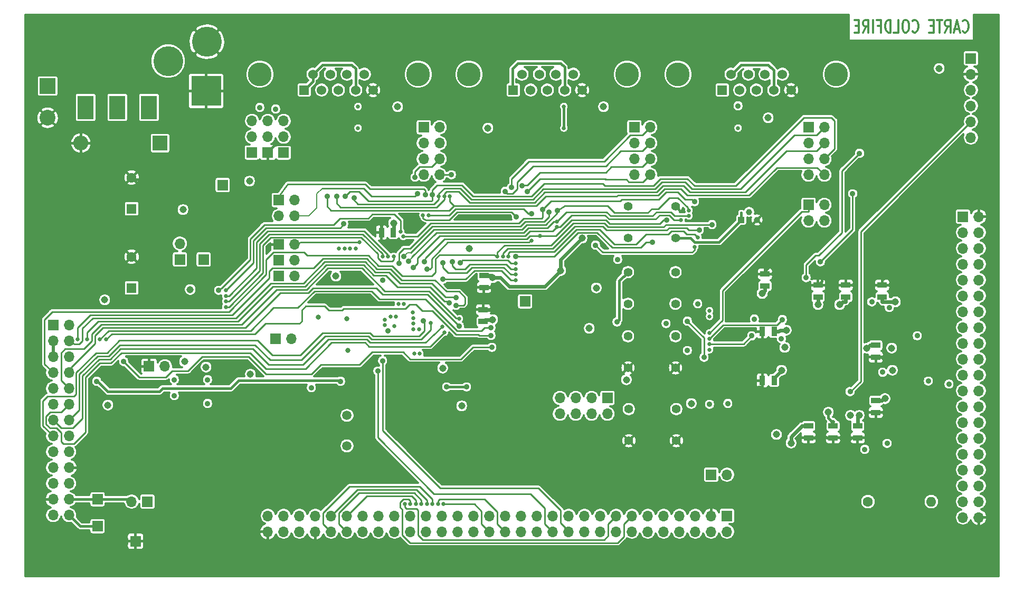
<source format=gbl>
G04 #@! TF.GenerationSoftware,KiCad,Pcbnew,5.1.10-88a1d61d58~88~ubuntu18.04.1*
G04 #@! TF.CreationDate,2021-06-12T18:10:02+08:00*
G04 #@! TF.ProjectId,kit-dev-coldfire-xilinx_5213,6b69742d-6465-4762-9d63-6f6c64666972,2*
G04 #@! TF.SameCoordinates,Original*
G04 #@! TF.FileFunction,Copper,L4,Bot*
G04 #@! TF.FilePolarity,Positive*
%FSLAX46Y46*%
G04 Gerber Fmt 4.6, Leading zero omitted, Abs format (unit mm)*
G04 Created by KiCad (PCBNEW 5.1.10-88a1d61d58~88~ubuntu18.04.1) date 2021-06-12 18:10:02*
%MOMM*%
%LPD*%
G01*
G04 APERTURE LIST*
G04 #@! TA.AperFunction,NonConductor*
%ADD10C,0.304800*%
G04 #@! TD*
G04 #@! TA.AperFunction,ComponentPad*
%ADD11O,2.400000X2.400000*%
G04 #@! TD*
G04 #@! TA.AperFunction,ComponentPad*
%ADD12R,2.400000X2.400000*%
G04 #@! TD*
G04 #@! TA.AperFunction,ComponentPad*
%ADD13O,1.600000X1.600000*%
G04 #@! TD*
G04 #@! TA.AperFunction,ComponentPad*
%ADD14C,1.600000*%
G04 #@! TD*
G04 #@! TA.AperFunction,ComponentPad*
%ADD15R,1.600000X1.600000*%
G04 #@! TD*
G04 #@! TA.AperFunction,ComponentPad*
%ADD16R,1.700000X1.700000*%
G04 #@! TD*
G04 #@! TA.AperFunction,ComponentPad*
%ADD17C,1.000000*%
G04 #@! TD*
G04 #@! TA.AperFunction,ComponentPad*
%ADD18R,1.000000X1.000000*%
G04 #@! TD*
G04 #@! TA.AperFunction,ComponentPad*
%ADD19O,1.700000X1.700000*%
G04 #@! TD*
G04 #@! TA.AperFunction,SMDPad,CuDef*
%ADD20R,0.970000X1.500000*%
G04 #@! TD*
G04 #@! TA.AperFunction,SMDPad,CuDef*
%ADD21R,1.500000X0.970000*%
G04 #@! TD*
G04 #@! TA.AperFunction,ComponentPad*
%ADD22C,1.500000*%
G04 #@! TD*
G04 #@! TA.AperFunction,ComponentPad*
%ADD23C,4.800600*%
G04 #@! TD*
G04 #@! TA.AperFunction,ComponentPad*
%ADD24R,4.800600X4.800600*%
G04 #@! TD*
G04 #@! TA.AperFunction,ComponentPad*
%ADD25R,2.540000X3.810000*%
G04 #@! TD*
G04 #@! TA.AperFunction,ComponentPad*
%ADD26R,2.540000X2.540000*%
G04 #@! TD*
G04 #@! TA.AperFunction,ComponentPad*
%ADD27C,2.540000*%
G04 #@! TD*
G04 #@! TA.AperFunction,ComponentPad*
%ADD28C,3.810000*%
G04 #@! TD*
G04 #@! TA.AperFunction,ComponentPad*
%ADD29R,1.524000X1.524000*%
G04 #@! TD*
G04 #@! TA.AperFunction,ComponentPad*
%ADD30C,1.524000*%
G04 #@! TD*
G04 #@! TA.AperFunction,ComponentPad*
%ADD31C,1.397000*%
G04 #@! TD*
G04 #@! TA.AperFunction,ViaPad*
%ADD32C,0.635000*%
G04 #@! TD*
G04 #@! TA.AperFunction,ViaPad*
%ADD33C,0.889000*%
G04 #@! TD*
G04 #@! TA.AperFunction,ViaPad*
%ADD34C,0.800000*%
G04 #@! TD*
G04 #@! TA.AperFunction,ViaPad*
%ADD35C,1.143000*%
G04 #@! TD*
G04 #@! TA.AperFunction,Conductor*
%ADD36C,0.254000*%
G04 #@! TD*
G04 #@! TA.AperFunction,Conductor*
%ADD37C,0.381000*%
G04 #@! TD*
G04 #@! TA.AperFunction,Conductor*
%ADD38C,0.431800*%
G04 #@! TD*
G04 #@! TA.AperFunction,Conductor*
%ADD39C,0.400000*%
G04 #@! TD*
G04 #@! TA.AperFunction,Conductor*
%ADD40C,0.558800*%
G04 #@! TD*
G04 #@! TA.AperFunction,Conductor*
%ADD41C,0.200000*%
G04 #@! TD*
G04 #@! TA.AperFunction,Conductor*
%ADD42C,0.300000*%
G04 #@! TD*
G04 #@! TA.AperFunction,Conductor*
%ADD43C,0.150000*%
G04 #@! TD*
G04 APERTURE END LIST*
D10*
X222195571Y-59145714D02*
X222268142Y-59242476D01*
X222485857Y-59339238D01*
X222631000Y-59339238D01*
X222848714Y-59242476D01*
X222993857Y-59048952D01*
X223066428Y-58855428D01*
X223139000Y-58468380D01*
X223139000Y-58178095D01*
X223066428Y-57791047D01*
X222993857Y-57597523D01*
X222848714Y-57404000D01*
X222631000Y-57307238D01*
X222485857Y-57307238D01*
X222268142Y-57404000D01*
X222195571Y-57500761D01*
X221615000Y-58758666D02*
X220889285Y-58758666D01*
X221760142Y-59339238D02*
X221252142Y-57307238D01*
X220744142Y-59339238D01*
X219365285Y-59339238D02*
X219873285Y-58371619D01*
X220236142Y-59339238D02*
X220236142Y-57307238D01*
X219655571Y-57307238D01*
X219510428Y-57404000D01*
X219437857Y-57500761D01*
X219365285Y-57694285D01*
X219365285Y-57984571D01*
X219437857Y-58178095D01*
X219510428Y-58274857D01*
X219655571Y-58371619D01*
X220236142Y-58371619D01*
X218929857Y-57307238D02*
X218059000Y-57307238D01*
X218494428Y-59339238D02*
X218494428Y-57307238D01*
X217551000Y-58274857D02*
X217043000Y-58274857D01*
X216825285Y-59339238D02*
X217551000Y-59339238D01*
X217551000Y-57307238D01*
X216825285Y-57307238D01*
X214140142Y-59145714D02*
X214212714Y-59242476D01*
X214430428Y-59339238D01*
X214575571Y-59339238D01*
X214793285Y-59242476D01*
X214938428Y-59048952D01*
X215011000Y-58855428D01*
X215083571Y-58468380D01*
X215083571Y-58178095D01*
X215011000Y-57791047D01*
X214938428Y-57597523D01*
X214793285Y-57404000D01*
X214575571Y-57307238D01*
X214430428Y-57307238D01*
X214212714Y-57404000D01*
X214140142Y-57500761D01*
X213196714Y-57307238D02*
X212906428Y-57307238D01*
X212761285Y-57404000D01*
X212616142Y-57597523D01*
X212543571Y-57984571D01*
X212543571Y-58661904D01*
X212616142Y-59048952D01*
X212761285Y-59242476D01*
X212906428Y-59339238D01*
X213196714Y-59339238D01*
X213341857Y-59242476D01*
X213487000Y-59048952D01*
X213559571Y-58661904D01*
X213559571Y-57984571D01*
X213487000Y-57597523D01*
X213341857Y-57404000D01*
X213196714Y-57307238D01*
X211164714Y-59339238D02*
X211890428Y-59339238D01*
X211890428Y-57307238D01*
X210656714Y-59339238D02*
X210656714Y-57307238D01*
X210293857Y-57307238D01*
X210076142Y-57404000D01*
X209931000Y-57597523D01*
X209858428Y-57791047D01*
X209785857Y-58178095D01*
X209785857Y-58468380D01*
X209858428Y-58855428D01*
X209931000Y-59048952D01*
X210076142Y-59242476D01*
X210293857Y-59339238D01*
X210656714Y-59339238D01*
X208624714Y-58274857D02*
X209132714Y-58274857D01*
X209132714Y-59339238D02*
X209132714Y-57307238D01*
X208407000Y-57307238D01*
X207826428Y-59339238D02*
X207826428Y-57307238D01*
X206229857Y-59339238D02*
X206737857Y-58371619D01*
X207100714Y-59339238D02*
X207100714Y-57307238D01*
X206520142Y-57307238D01*
X206375000Y-57404000D01*
X206302428Y-57500761D01*
X206229857Y-57694285D01*
X206229857Y-57984571D01*
X206302428Y-58178095D01*
X206375000Y-58274857D01*
X206520142Y-58371619D01*
X207100714Y-58371619D01*
X205576714Y-58274857D02*
X205068714Y-58274857D01*
X204851000Y-59339238D02*
X205576714Y-59339238D01*
X205576714Y-57307238D01*
X204851000Y-57307238D01*
D11*
X80772000Y-77089000D03*
D12*
X93472000Y-77089000D03*
D13*
X217170000Y-134620000D03*
D14*
X207010000Y-134620000D03*
X88900000Y-95330000D03*
D15*
X88900000Y-100330000D03*
D14*
X88900000Y-82630000D03*
D15*
X88900000Y-87630000D03*
D16*
X152019000Y-102489000D03*
X83439000Y-134239000D03*
X89535000Y-140970000D03*
X100457000Y-95758000D03*
X83439000Y-138557000D03*
X103505000Y-83820000D03*
D17*
X187960000Y-88138000D03*
X189230000Y-89408000D03*
D18*
X186690000Y-89408000D03*
D19*
X113284000Y-73533000D03*
X113284000Y-76073000D03*
D16*
X113284000Y-78613000D03*
D19*
X110744000Y-73533000D03*
X110744000Y-76073000D03*
D16*
X110744000Y-78613000D03*
D19*
X108204000Y-73533000D03*
X108204000Y-76073000D03*
D16*
X108204000Y-78613000D03*
D20*
X128966000Y-91440000D03*
X130876000Y-91440000D03*
D21*
X145288000Y-103820000D03*
X145288000Y-105730000D03*
X145415000Y-100269000D03*
X145415000Y-98359000D03*
X209296000Y-99883000D03*
X209296000Y-101793000D03*
D20*
X190053000Y-107315000D03*
X191963000Y-107315000D03*
D21*
X203454000Y-99883000D03*
X203454000Y-101793000D03*
X208280000Y-111445000D03*
X208280000Y-109535000D03*
X201422000Y-124399000D03*
X201422000Y-122489000D03*
X208280000Y-120335000D03*
X208280000Y-118425000D03*
X190500000Y-98105000D03*
X190500000Y-100015000D03*
X199009000Y-99883000D03*
X199009000Y-101793000D03*
X205359000Y-124399000D03*
X205359000Y-122489000D03*
X197485000Y-124399000D03*
X197485000Y-122489000D03*
D20*
X190053000Y-115189000D03*
X191963000Y-115189000D03*
D22*
X123444000Y-125677000D03*
X123444000Y-120777000D03*
D19*
X115062000Y-93345000D03*
D16*
X112522000Y-93345000D03*
D19*
X96647000Y-93218000D03*
D16*
X96647000Y-95758000D03*
D19*
X115062000Y-98425000D03*
D16*
X112522000Y-98425000D03*
D19*
X115062000Y-95885000D03*
D16*
X112522000Y-95885000D03*
D19*
X88900000Y-134620000D03*
D16*
X91440000Y-134620000D03*
D19*
X94234000Y-112903000D03*
D16*
X91694000Y-112903000D03*
D19*
X114554000Y-108458000D03*
D16*
X112014000Y-108458000D03*
D19*
X184404000Y-130302000D03*
D16*
X181864000Y-130302000D03*
D19*
X223520000Y-76200000D03*
X223520000Y-73660000D03*
X223520000Y-71120000D03*
X223520000Y-68580000D03*
X223520000Y-66040000D03*
D16*
X223520000Y-63500000D03*
D19*
X115062000Y-88773000D03*
X112522000Y-88773000D03*
X115062000Y-86233000D03*
D16*
X112522000Y-86233000D03*
D19*
X200025000Y-89535000D03*
X197485000Y-89535000D03*
X200025000Y-86995000D03*
D16*
X197485000Y-86995000D03*
D19*
X157607000Y-120523000D03*
X157607000Y-117983000D03*
X160147000Y-120523000D03*
X160147000Y-117983000D03*
X162687000Y-120523000D03*
X162687000Y-117983000D03*
X165227000Y-120523000D03*
D16*
X165227000Y-117983000D03*
D19*
X200025000Y-82169000D03*
X197485000Y-82169000D03*
X200025000Y-79629000D03*
X197485000Y-79629000D03*
X200025000Y-77089000D03*
X197485000Y-77089000D03*
X200025000Y-74549000D03*
D16*
X197485000Y-74549000D03*
D19*
X172085000Y-82169000D03*
X169545000Y-82169000D03*
X172085000Y-79629000D03*
X169545000Y-79629000D03*
X172085000Y-77089000D03*
X169545000Y-77089000D03*
X172085000Y-74549000D03*
D16*
X169545000Y-74549000D03*
D19*
X138303000Y-82169000D03*
X135763000Y-82169000D03*
X138303000Y-79629000D03*
X135763000Y-79629000D03*
X138303000Y-77089000D03*
X135763000Y-77089000D03*
X138303000Y-74549000D03*
D16*
X135763000Y-74549000D03*
D19*
X78867000Y-136779000D03*
X76327000Y-136779000D03*
X78867000Y-134239000D03*
X76327000Y-134239000D03*
X78867000Y-131699000D03*
X76327000Y-131699000D03*
X78867000Y-129159000D03*
X76327000Y-129159000D03*
X78867000Y-126619000D03*
X76327000Y-126619000D03*
X78867000Y-124079000D03*
X76327000Y-124079000D03*
X78867000Y-121539000D03*
X76327000Y-121539000D03*
X78867000Y-118999000D03*
X76327000Y-118999000D03*
X78867000Y-116459000D03*
X76327000Y-116459000D03*
X78867000Y-113919000D03*
X76327000Y-113919000D03*
X78867000Y-111379000D03*
X76327000Y-111379000D03*
X78867000Y-108839000D03*
X76327000Y-108839000D03*
X78867000Y-106299000D03*
D16*
X76327000Y-106299000D03*
D19*
X110744000Y-139446000D03*
X110744000Y-136906000D03*
X113284000Y-139446000D03*
X113284000Y-136906000D03*
X115824000Y-139446000D03*
X115824000Y-136906000D03*
X118364000Y-139446000D03*
X118364000Y-136906000D03*
X120904000Y-139446000D03*
X120904000Y-136906000D03*
X123444000Y-139446000D03*
X123444000Y-136906000D03*
X125984000Y-139446000D03*
X125984000Y-136906000D03*
X128524000Y-139446000D03*
X128524000Y-136906000D03*
X131064000Y-139446000D03*
X131064000Y-136906000D03*
X133604000Y-139446000D03*
X133604000Y-136906000D03*
X136144000Y-139446000D03*
X136144000Y-136906000D03*
X138684000Y-139446000D03*
X138684000Y-136906000D03*
X141224000Y-139446000D03*
X141224000Y-136906000D03*
X143764000Y-139446000D03*
X143764000Y-136906000D03*
X146304000Y-139446000D03*
X146304000Y-136906000D03*
X148844000Y-139446000D03*
X148844000Y-136906000D03*
X151384000Y-139446000D03*
X151384000Y-136906000D03*
X153924000Y-139446000D03*
X153924000Y-136906000D03*
X156464000Y-139446000D03*
X156464000Y-136906000D03*
X159004000Y-139446000D03*
X159004000Y-136906000D03*
X161544000Y-139446000D03*
X161544000Y-136906000D03*
X164084000Y-139446000D03*
X164084000Y-136906000D03*
X166624000Y-139446000D03*
X166624000Y-136906000D03*
X169164000Y-139446000D03*
X169164000Y-136906000D03*
X171704000Y-139446000D03*
X171704000Y-136906000D03*
X174244000Y-139446000D03*
X174244000Y-136906000D03*
X176784000Y-139446000D03*
X176784000Y-136906000D03*
X179324000Y-139446000D03*
X179324000Y-136906000D03*
X181864000Y-139446000D03*
X181864000Y-136906000D03*
X184404000Y-139446000D03*
D16*
X184404000Y-136906000D03*
D19*
X224790000Y-137160000D03*
X222250000Y-137160000D03*
X224790000Y-134620000D03*
X222250000Y-134620000D03*
X224790000Y-132080000D03*
X222250000Y-132080000D03*
X224790000Y-129540000D03*
X222250000Y-129540000D03*
X224790000Y-127000000D03*
X222250000Y-127000000D03*
X224790000Y-124460000D03*
X222250000Y-124460000D03*
X224790000Y-121920000D03*
X222250000Y-121920000D03*
X224790000Y-119380000D03*
X222250000Y-119380000D03*
X224790000Y-116840000D03*
X222250000Y-116840000D03*
X224790000Y-114300000D03*
X222250000Y-114300000D03*
X224790000Y-111760000D03*
X222250000Y-111760000D03*
X224790000Y-109220000D03*
X222250000Y-109220000D03*
X224790000Y-106680000D03*
X222250000Y-106680000D03*
X224790000Y-104140000D03*
X222250000Y-104140000D03*
X224790000Y-101600000D03*
X222250000Y-101600000D03*
X224790000Y-99060000D03*
X222250000Y-99060000D03*
X224790000Y-96520000D03*
X222250000Y-96520000D03*
X224790000Y-93980000D03*
X222250000Y-93980000D03*
X224790000Y-91440000D03*
X222250000Y-91440000D03*
X224790000Y-88900000D03*
D16*
X222250000Y-88900000D03*
D23*
X100965000Y-60833000D03*
D24*
X100865000Y-68733000D03*
D23*
X94765000Y-63933000D03*
D25*
X86614000Y-71374000D03*
X81534000Y-71374000D03*
X91694000Y-71374000D03*
D26*
X75438000Y-67945000D03*
D27*
X75438000Y-73025000D03*
D28*
X201930000Y-66040000D03*
X176530000Y-66040000D03*
D29*
X183642000Y-68580000D03*
D30*
X186436000Y-68580000D03*
X189103000Y-68580000D03*
X191897000Y-68580000D03*
X194691000Y-68580000D03*
X185039000Y-66040000D03*
X187833000Y-66040000D03*
X190500000Y-66040000D03*
X193294000Y-66040000D03*
D28*
X168402000Y-66040000D03*
X143002000Y-66040000D03*
D29*
X150114000Y-68580000D03*
D30*
X152908000Y-68580000D03*
X155575000Y-68580000D03*
X158369000Y-68580000D03*
X161163000Y-68580000D03*
X151511000Y-66040000D03*
X154305000Y-66040000D03*
X156972000Y-66040000D03*
X159766000Y-66040000D03*
D28*
X134874000Y-66040000D03*
X109474000Y-66040000D03*
D29*
X116586000Y-68580000D03*
D30*
X119380000Y-68580000D03*
X122047000Y-68580000D03*
X124841000Y-68580000D03*
X127635000Y-68580000D03*
X117983000Y-66040000D03*
X120777000Y-66040000D03*
X123444000Y-66040000D03*
X126238000Y-66040000D03*
D31*
X176149000Y-97790000D03*
X176149000Y-102870000D03*
X168529000Y-97790000D03*
X168529000Y-102870000D03*
X168529000Y-92329000D03*
X168529000Y-87249000D03*
X176149000Y-92329000D03*
X176149000Y-87249000D03*
X176149000Y-108077000D03*
X176149000Y-113157000D03*
X168529000Y-108077000D03*
X168529000Y-113157000D03*
X176276000Y-119761000D03*
X176276000Y-124841000D03*
X168656000Y-119761000D03*
X168656000Y-124841000D03*
D32*
X129540000Y-105410000D03*
X129540000Y-106299000D03*
X131064000Y-106426000D03*
D33*
X129159000Y-112014000D03*
X146685000Y-109855000D03*
X87630000Y-112141000D03*
X142621000Y-116205000D03*
X139446000Y-116205000D03*
D32*
X84836000Y-108585000D03*
D33*
X146558000Y-107950000D03*
D32*
X83820000Y-108585000D03*
D33*
X146558000Y-106680000D03*
X139827000Y-102743000D03*
D32*
X81788000Y-108585000D03*
D33*
X140970000Y-103124000D03*
D32*
X80264000Y-108585000D03*
D33*
X140970000Y-101854000D03*
X141478000Y-106426000D03*
D32*
X141478000Y-105283000D03*
X104013000Y-103378000D03*
X130937000Y-95250000D03*
X134112000Y-106045000D03*
X135382000Y-135001000D03*
X137160000Y-135001000D03*
X135001000Y-106934000D03*
X150495000Y-98171000D03*
D33*
X138811000Y-96266000D03*
X140335000Y-96139000D03*
D32*
X150495000Y-97282000D03*
D33*
X141605000Y-96266000D03*
D32*
X150495000Y-96393000D03*
X125476000Y-92964000D03*
D33*
X135700000Y-105600000D03*
D32*
X136906000Y-105918000D03*
X138700000Y-106500000D03*
X139065000Y-107442000D03*
X153035000Y-92710000D03*
D33*
X136271000Y-97282000D03*
X122428000Y-115316000D03*
X83312000Y-115316000D03*
X109474000Y-71374000D03*
X112014000Y-71628000D03*
X205661260Y-78740000D03*
X197104000Y-98679000D03*
X204566520Y-85211920D03*
X199390000Y-96139000D03*
X204144880Y-116954300D03*
X210431380Y-103477060D03*
X209379820Y-113860580D03*
X216689940Y-115280440D03*
X210073240Y-125275340D03*
X214914480Y-108005880D03*
X207619600Y-102565200D03*
X220002100Y-115755420D03*
X206502000Y-126238000D03*
D34*
X141478000Y-82423000D03*
X214454740Y-110502700D03*
X199644000Y-97536000D03*
X111252000Y-83820000D03*
X131699000Y-82804000D03*
X209677000Y-98694240D03*
X189156340Y-116509800D03*
X146812000Y-103886000D03*
X146812000Y-100076000D03*
X150876000Y-75311000D03*
X163068000Y-75311000D03*
X106680000Y-90424000D03*
X132715000Y-75438000D03*
X86741000Y-132588000D03*
X100965000Y-139827000D03*
X117729000Y-75184000D03*
X103632000Y-76708000D03*
X97282000Y-90043000D03*
X152400000Y-115570000D03*
X159512000Y-115697000D03*
X103378000Y-112522000D03*
X193929000Y-83947000D03*
X194691000Y-73406000D03*
X123571000Y-99060000D03*
X121158000Y-102616000D03*
X129032000Y-89789000D03*
X191152780Y-96906080D03*
X133731000Y-89535000D03*
X141605000Y-89027000D03*
X136652000Y-120396000D03*
X137287000Y-113538000D03*
X142240000Y-108839000D03*
X194678300Y-99253040D03*
X212237320Y-76248260D03*
X212194140Y-80645000D03*
X145415000Y-112903000D03*
X177165000Y-77089000D03*
X209166460Y-124264420D03*
X199174100Y-124272040D03*
X203454000Y-98673920D03*
X189438280Y-110502700D03*
X203794360Y-124617480D03*
X209748120Y-112008920D03*
X211074000Y-107442000D03*
D33*
X166751000Y-105791000D03*
X166878000Y-95758000D03*
D34*
X118872000Y-105029000D03*
X123444000Y-105283000D03*
X123571000Y-110363000D03*
D33*
X186182000Y-71120000D03*
D32*
X186182000Y-74676000D03*
X158242000Y-71247000D03*
X158242000Y-74676000D03*
X125222000Y-74676000D03*
X125222000Y-71247000D03*
D33*
X95758000Y-115062000D03*
X101092000Y-115062000D03*
X101092000Y-118872000D03*
X95758000Y-117602000D03*
D32*
X131318000Y-104902000D03*
X130429000Y-104902000D03*
D33*
X131826000Y-96393000D03*
X155829000Y-88138000D03*
X130048000Y-107188000D03*
X128397000Y-113665000D03*
X138811000Y-98933000D03*
D32*
X150495000Y-99060000D03*
X104013000Y-101600000D03*
X130048000Y-95250000D03*
X129159000Y-95250000D03*
X104013000Y-102489000D03*
D33*
X122936000Y-90043000D03*
D32*
X104013000Y-100711000D03*
X134493000Y-135001000D03*
X134112000Y-105156000D03*
X134112000Y-106934000D03*
X136271000Y-135001000D03*
D35*
X178689000Y-118872000D03*
X191008000Y-73025000D03*
X97155000Y-87757000D03*
X107950000Y-114173000D03*
X146050000Y-74676000D03*
X164592000Y-71247000D03*
X162306000Y-106807000D03*
X163449000Y-100330000D03*
X107823000Y-83185000D03*
X100838000Y-113030000D03*
X97409000Y-112141000D03*
X131572000Y-71247000D03*
X193675000Y-109855000D03*
X130937000Y-89916000D03*
X157734000Y-97536000D03*
X121666000Y-98425000D03*
D32*
X133985000Y-104267000D03*
D35*
X168275000Y-115062000D03*
X85090000Y-119126000D03*
X138800000Y-113200000D03*
X146812000Y-105410000D03*
X161163000Y-92329000D03*
D32*
X131699000Y-102870000D03*
D35*
X146812000Y-98679000D03*
X194691000Y-125222000D03*
X211414360Y-102567740D03*
X199009000Y-102976680D03*
X209732880Y-118094760D03*
X98298000Y-100584000D03*
X141859000Y-119253000D03*
X192333880Y-123845320D03*
X218440000Y-65102740D03*
X190047880Y-101206300D03*
X202481180Y-102997000D03*
X206834740Y-109987080D03*
X84582000Y-102235000D03*
X143100000Y-94000000D03*
X193903600Y-107111800D03*
X210820000Y-109982000D03*
X200660000Y-120269000D03*
X204216000Y-120777000D03*
X205613000Y-120777000D03*
X210947000Y-113538000D03*
X193167000Y-113538000D03*
D33*
X117729000Y-116332000D03*
X181610000Y-118999000D03*
X172466000Y-92964000D03*
X150495000Y-95250000D03*
D32*
X181610000Y-110236000D03*
D33*
X188798200Y-105321100D03*
D32*
X179705000Y-92202000D03*
X181610000Y-104902000D03*
X149352000Y-95250000D03*
D33*
X184531000Y-118872000D03*
D32*
X148463000Y-95250000D03*
D33*
X179959000Y-91059000D03*
D32*
X181610000Y-104013000D03*
D33*
X102870000Y-100711000D03*
D32*
X132080000Y-91313000D03*
D33*
X163322000Y-93472000D03*
D32*
X179197000Y-93726000D03*
D33*
X181991000Y-90170000D03*
D32*
X147574000Y-95250000D03*
D33*
X180721000Y-111457740D03*
X154813000Y-87757000D03*
X179197000Y-86487000D03*
X178054000Y-105664000D03*
D32*
X132461000Y-92075000D03*
D33*
X151511000Y-83947000D03*
X179705000Y-102870000D03*
D32*
X181610000Y-107569000D03*
D33*
X152400000Y-84836000D03*
X193126360Y-108455460D03*
D32*
X178308000Y-87884000D03*
D33*
X157226000Y-87884000D03*
X132588000Y-95250000D03*
X174625000Y-106045000D03*
X193294000Y-105410000D03*
D32*
X157099000Y-89662000D03*
D33*
X133350000Y-96012000D03*
D32*
X181610000Y-108458000D03*
X178308000Y-88773000D03*
D33*
X188374020Y-108021120D03*
D32*
X181610000Y-109347000D03*
X157099000Y-90551000D03*
X177038000Y-89408000D03*
D33*
X134112000Y-97028000D03*
D32*
X154432000Y-91948000D03*
D33*
X178054000Y-110363000D03*
X135890000Y-96139000D03*
X174752000Y-89408000D03*
X148844000Y-84836000D03*
X149860000Y-84201000D03*
D32*
X138938000Y-135001000D03*
X135128000Y-110871000D03*
X134239000Y-110871000D03*
X138049000Y-135001000D03*
X132588000Y-102870000D03*
X133604000Y-135001000D03*
X132715000Y-135001000D03*
D33*
X129159000Y-99060000D03*
X134366000Y-82550000D03*
D32*
X122174000Y-93980000D03*
X123063000Y-93980000D03*
X123952000Y-93980000D03*
D33*
X140208000Y-82169000D03*
D32*
X124841000Y-93980000D03*
D33*
X134747000Y-85217000D03*
X150622000Y-88900000D03*
D32*
X135636000Y-88646000D03*
D33*
X153035000Y-88392000D03*
X136017000Y-85344000D03*
D32*
X136525000Y-88646000D03*
D33*
X123190000Y-85598000D03*
X137160000Y-85344000D03*
D32*
X138176000Y-85598000D03*
D33*
X124587000Y-85852000D03*
X121793000Y-85598000D03*
D32*
X139065000Y-85598000D03*
D33*
X120269000Y-85598000D03*
D32*
X139954000Y-85598000D03*
D36*
X159004000Y-139319000D02*
X157734000Y-138049000D01*
X157734000Y-138049000D02*
X157734000Y-136017000D01*
X157734000Y-136017000D02*
X154178000Y-132461000D01*
X154178000Y-132461000D02*
X138430000Y-132461000D01*
X138430000Y-132461000D02*
X129159000Y-123190000D01*
X129159000Y-123190000D02*
X129159000Y-112014000D01*
X159004000Y-139446000D02*
X159004000Y-139319000D01*
X143637000Y-109855000D02*
X146685000Y-109855000D01*
X141732000Y-111760000D02*
X143637000Y-109855000D01*
X133604000Y-111760000D02*
X141732000Y-111760000D01*
X132461000Y-110617000D02*
X133604000Y-111760000D01*
X127508000Y-110617000D02*
X132461000Y-110617000D01*
X125476000Y-112649000D02*
X127508000Y-110617000D01*
X119253000Y-112649000D02*
X125476000Y-112649000D01*
X87630000Y-112141000D02*
X90170000Y-114681000D01*
X90170000Y-114681000D02*
X94361000Y-114681000D01*
X117729000Y-114173000D02*
X119253000Y-112649000D01*
X94361000Y-114681000D02*
X95377000Y-113665000D01*
X95377000Y-113665000D02*
X97917000Y-113665000D01*
X97917000Y-113665000D02*
X100203000Y-111379000D01*
X100203000Y-111379000D02*
X107696000Y-111379000D01*
X107696000Y-111379000D02*
X110490000Y-114173000D01*
X110490000Y-114173000D02*
X117729000Y-114173000D01*
D37*
X139446000Y-116205000D02*
X142621000Y-116205000D01*
D36*
X122936000Y-103632000D02*
X122682000Y-103886000D01*
X122682000Y-103886000D02*
X120523000Y-103886000D01*
X85725000Y-107696000D02*
X84836000Y-108585000D01*
X108699300Y-107696000D02*
X85725000Y-107696000D01*
X120523000Y-103886000D02*
X119888000Y-103251000D01*
X119888000Y-103251000D02*
X116840000Y-103251000D01*
X116840000Y-103251000D02*
X116205000Y-103886000D01*
X116205000Y-103886000D02*
X116205000Y-105664000D01*
X116205000Y-105664000D02*
X115824000Y-106045000D01*
X115824000Y-106045000D02*
X110350300Y-106045000D01*
X110350300Y-106045000D02*
X108699300Y-107696000D01*
X132842000Y-103632000D02*
X122936000Y-103632000D01*
X133477000Y-102997000D02*
X132842000Y-103632000D01*
X134493000Y-102997000D02*
X133477000Y-102997000D01*
X135509000Y-104013000D02*
X134493000Y-102997000D01*
X137160000Y-104013000D02*
X135509000Y-104013000D01*
X144653000Y-107950000D02*
X144526000Y-107823000D01*
X144526000Y-107823000D02*
X140970000Y-107823000D01*
X140970000Y-107823000D02*
X137160000Y-104013000D01*
X146558000Y-107950000D02*
X144653000Y-107950000D01*
X107988100Y-107188000D02*
X85217000Y-107188000D01*
X136017000Y-102108000D02*
X128651000Y-102108000D01*
X128651000Y-102108000D02*
X127381000Y-100838000D01*
X127381000Y-100838000D02*
X118237000Y-100838000D01*
X118237000Y-100838000D02*
X115570000Y-103505000D01*
X115570000Y-103505000D02*
X111671100Y-103505000D01*
X145034000Y-107188000D02*
X145542000Y-106680000D01*
X141097000Y-107188000D02*
X145034000Y-107188000D01*
X141097000Y-107188000D02*
X136017000Y-102108000D01*
X146558000Y-106680000D02*
X145542000Y-106680000D01*
X85217000Y-107188000D02*
X83820000Y-108585000D01*
X111671100Y-103505000D02*
X107988100Y-107188000D01*
X131572000Y-100203000D02*
X136779000Y-100203000D01*
X105983000Y-105664000D02*
X83566000Y-105664000D01*
X83566000Y-105664000D02*
X81788000Y-107442000D01*
X81788000Y-107442000D02*
X81788000Y-108585000D01*
X111571000Y-100076000D02*
X105983000Y-105664000D01*
X131572000Y-100203000D02*
X129667000Y-98298000D01*
X129667000Y-98298000D02*
X127762000Y-98298000D01*
X127762000Y-98298000D02*
X126111000Y-96647000D01*
X126111000Y-96647000D02*
X120142000Y-96647000D01*
X120142000Y-96647000D02*
X116713000Y-100076000D01*
X116713000Y-100076000D02*
X111571000Y-100076000D01*
X139065000Y-102489000D02*
X139573000Y-102489000D01*
X139573000Y-102489000D02*
X139827000Y-102743000D01*
X136779000Y-100203000D02*
X139065000Y-102489000D01*
X142367000Y-101854000D02*
X142367000Y-102870000D01*
X142113000Y-103124000D02*
X140970000Y-103124000D01*
X142367000Y-102870000D02*
X142113000Y-103124000D01*
X141414500Y-100901500D02*
X142367000Y-101854000D01*
X80264000Y-106680000D02*
X82296000Y-104648000D01*
X82296000Y-104648000D02*
X105075000Y-104648000D01*
X105075000Y-104648000D02*
X110998000Y-98725000D01*
X110998000Y-98725000D02*
X110998000Y-97663000D01*
X110998000Y-97663000D02*
X111506000Y-97155000D01*
X118110000Y-97155000D02*
X119634000Y-95631000D01*
X119634000Y-95631000D02*
X126619000Y-95631000D01*
X132207000Y-99060000D02*
X137541000Y-99060000D01*
X130429000Y-97282000D02*
X132207000Y-99060000D01*
X128270000Y-97282000D02*
X130429000Y-97282000D01*
X126619000Y-95631000D02*
X128270000Y-97282000D01*
X141414500Y-100901500D02*
X139382500Y-100901500D01*
X139382500Y-100901500D02*
X137541000Y-99060000D01*
X111506000Y-97155000D02*
X118110000Y-97155000D01*
X80264000Y-108585000D02*
X80264000Y-106680000D01*
X78867000Y-108839000D02*
X79756000Y-109347000D01*
X140906500Y-101790500D02*
X140970000Y-101854000D01*
X79756000Y-109347000D02*
X80518000Y-109347000D01*
X81026000Y-108839000D02*
X81026000Y-106807000D01*
X81026000Y-106807000D02*
X82677000Y-105156000D01*
X82677000Y-105156000D02*
X105629000Y-105156000D01*
X105629000Y-105156000D02*
X111217000Y-99568000D01*
X111217000Y-99568000D02*
X116459000Y-99568000D01*
X116459000Y-99568000D02*
X119888000Y-96139000D01*
X126365000Y-96139000D02*
X128016000Y-97790000D01*
X128016000Y-97790000D02*
X130175000Y-97790000D01*
X130175000Y-97790000D02*
X131953000Y-99568000D01*
X131953000Y-99568000D02*
X137033000Y-99568000D01*
X80518000Y-109347000D02*
X81026000Y-108839000D01*
X140906500Y-101790500D02*
X139255500Y-101790500D01*
X119888000Y-96139000D02*
X126365000Y-96139000D01*
X139255500Y-101790500D02*
X137033000Y-99568000D01*
X128143000Y-100330000D02*
X129159000Y-101346000D01*
X117221000Y-101092000D02*
X117983000Y-100330000D01*
X117983000Y-100330000D02*
X128143000Y-100330000D01*
X136398000Y-101346000D02*
X140716000Y-105664000D01*
X129159000Y-101346000D02*
X136398000Y-101346000D01*
X140716000Y-105664000D02*
X141478000Y-106426000D01*
X83058000Y-107950000D02*
X84328000Y-106680000D01*
X78867000Y-113919000D02*
X79248000Y-113030000D01*
X79248000Y-113030000D02*
X83058000Y-109220000D01*
X83058000Y-109220000D02*
X83058000Y-107950000D01*
X84328000Y-106680000D02*
X107200700Y-106680000D01*
X107200700Y-106680000D02*
X112788700Y-101092000D01*
X112788700Y-101092000D02*
X117221000Y-101092000D01*
X106565700Y-106172000D02*
X84074000Y-106172000D01*
X84074000Y-106172000D02*
X82550000Y-107696000D01*
X82550000Y-107696000D02*
X82550000Y-108839000D01*
X82550000Y-108839000D02*
X81280000Y-110109000D01*
X81280000Y-110109000D02*
X78232000Y-110109000D01*
X78232000Y-110109000D02*
X77597000Y-110744000D01*
X77597000Y-110744000D02*
X77597000Y-115189000D01*
X77597000Y-115189000D02*
X78867000Y-116459000D01*
X116967000Y-100584000D02*
X112153700Y-100584000D01*
X141478000Y-105283000D02*
X140970000Y-105156000D01*
X136652000Y-100838000D02*
X140970000Y-105156000D01*
X129540000Y-100838000D02*
X136652000Y-100838000D01*
X129540000Y-100838000D02*
X125857000Y-97155000D01*
X112153700Y-100584000D02*
X106565700Y-106172000D01*
X125857000Y-97155000D02*
X120396000Y-97155000D01*
X120396000Y-97155000D02*
X116967000Y-100584000D01*
X130937000Y-95250000D02*
X130937000Y-95758000D01*
X130683000Y-96012000D02*
X128905000Y-96012000D01*
X104521000Y-103378000D02*
X104013000Y-103378000D01*
X109982000Y-97917000D02*
X104521000Y-103378000D01*
X109982000Y-93472000D02*
X109982000Y-97917000D01*
X111252000Y-92202000D02*
X109982000Y-93472000D01*
X125730000Y-92202000D02*
X111252000Y-92202000D01*
X128397000Y-94869000D02*
X125730000Y-92202000D01*
X128397000Y-95504000D02*
X128397000Y-94869000D01*
X128905000Y-96012000D02*
X128397000Y-95504000D01*
X130937000Y-95758000D02*
X130683000Y-96012000D01*
X123444000Y-139446000D02*
X122174000Y-138176000D01*
X122174000Y-138176000D02*
X122174000Y-136398000D01*
X122174000Y-136398000D02*
X125349000Y-133223000D01*
X125349000Y-133223000D02*
X134239000Y-133223000D01*
X134239000Y-133223000D02*
X135382000Y-134366000D01*
X135382000Y-134366000D02*
X135382000Y-135001000D01*
X137160000Y-134239000D02*
X137160000Y-135001000D01*
X135128000Y-132207000D02*
X137160000Y-134239000D01*
X120904000Y-139446000D02*
X119634000Y-138176000D01*
X119634000Y-138176000D02*
X119634000Y-136398000D01*
X119634000Y-136398000D02*
X123825000Y-132207000D01*
X123825000Y-132207000D02*
X135128000Y-132207000D01*
X150495000Y-98171000D02*
X149733000Y-98171000D01*
X138811000Y-96266000D02*
X138811000Y-97028000D01*
X142621000Y-97917000D02*
X143510000Y-97028000D01*
X139700000Y-97917000D02*
X142621000Y-97917000D01*
X138811000Y-97028000D02*
X139700000Y-97917000D01*
X149733000Y-98171000D02*
X148590000Y-97028000D01*
X143510000Y-97028000D02*
X148590000Y-97028000D01*
X140335000Y-96139000D02*
X140335000Y-96774000D01*
X142367000Y-97282000D02*
X143129000Y-96520000D01*
X140843000Y-97282000D02*
X142367000Y-97282000D01*
X140335000Y-96774000D02*
X140843000Y-97282000D01*
X150495000Y-97282000D02*
X149733000Y-97282000D01*
X148971000Y-96520000D02*
X143129000Y-96520000D01*
X149733000Y-97282000D02*
X148971000Y-96520000D01*
X149733000Y-96393000D02*
X150495000Y-96393000D01*
X149225000Y-95885000D02*
X149733000Y-96393000D01*
X141986000Y-95885000D02*
X149225000Y-95885000D01*
X141986000Y-95885000D02*
X141605000Y-96266000D01*
X116078000Y-92964000D02*
X115062000Y-93345000D01*
X125476000Y-92964000D02*
X116078000Y-92964000D01*
X80010000Y-113919000D02*
X83185000Y-110744000D01*
X111506000Y-111125000D02*
X115951000Y-111125000D01*
X80010000Y-117348000D02*
X80010000Y-113919000D01*
X79629000Y-117729000D02*
X80010000Y-117348000D01*
X75438000Y-117729000D02*
X79629000Y-117729000D01*
X74676000Y-118491000D02*
X75438000Y-117729000D01*
X74676000Y-122428000D02*
X74676000Y-118491000D01*
X76327000Y-124079000D02*
X74676000Y-122428000D01*
X119507000Y-107569000D02*
X127127000Y-107569000D01*
X135001000Y-108077000D02*
X135890000Y-107188000D01*
X127127000Y-107569000D02*
X127635000Y-108077000D01*
X115951000Y-111125000D02*
X119507000Y-107569000D01*
X109147000Y-108766000D02*
X111506000Y-111125000D01*
X86941000Y-108766000D02*
X109147000Y-108766000D01*
X84963000Y-110744000D02*
X86941000Y-108766000D01*
X83185000Y-110744000D02*
X84963000Y-110744000D01*
X127635000Y-108077000D02*
X135001000Y-108077000D01*
X135890000Y-105790000D02*
X135700000Y-105600000D01*
X135890000Y-107188000D02*
X135890000Y-105790000D01*
X116151000Y-111887000D02*
X119961000Y-108077000D01*
X111125000Y-111887000D02*
X116151000Y-111887000D01*
X78867000Y-121539000D02*
X80518000Y-119888000D01*
X80518000Y-119888000D02*
X80518000Y-114173000D01*
X80518000Y-114173000D02*
X83439000Y-111252000D01*
X83439000Y-111252000D02*
X85217000Y-111252000D01*
X85217000Y-111252000D02*
X86995000Y-109474000D01*
X86995000Y-109474000D02*
X108712000Y-109474000D01*
X108712000Y-109474000D02*
X111125000Y-111887000D01*
X119961000Y-108077000D02*
X126873000Y-108077000D01*
X136906000Y-107061000D02*
X136906000Y-105918000D01*
X135382000Y-108585000D02*
X136906000Y-107061000D01*
X127381000Y-108585000D02*
X135382000Y-108585000D01*
X126873000Y-108077000D02*
X127381000Y-108585000D01*
X116351000Y-112649000D02*
X110871000Y-112649000D01*
X120415000Y-108585000D02*
X116351000Y-112649000D01*
X83693000Y-111760000D02*
X81026000Y-114427000D01*
X87122000Y-110109000D02*
X108331000Y-110109000D01*
X136017000Y-109093000D02*
X127127000Y-109093000D01*
X77597000Y-122809000D02*
X76327000Y-121539000D01*
X79502000Y-122809000D02*
X77597000Y-122809000D01*
X87122000Y-110109000D02*
X85471000Y-111760000D01*
X81026000Y-121285000D02*
X79502000Y-122809000D01*
X81026000Y-114427000D02*
X81026000Y-121285000D01*
X108331000Y-110109000D02*
X110871000Y-112649000D01*
X85471000Y-111760000D02*
X83693000Y-111760000D01*
X126619000Y-108585000D02*
X120415000Y-108585000D01*
X127127000Y-109093000D02*
X126619000Y-108585000D01*
X138700000Y-106500000D02*
X136017000Y-109093000D01*
X83820000Y-112395000D02*
X85598000Y-112395000D01*
X76835000Y-122809000D02*
X77597000Y-123571000D01*
X81534000Y-123444000D02*
X81534000Y-114681000D01*
X79629000Y-125349000D02*
X81534000Y-123444000D01*
X77978000Y-125349000D02*
X79629000Y-125349000D01*
X78867000Y-118999000D02*
X77597000Y-120269000D01*
X136779000Y-109728000D02*
X139065000Y-107442000D01*
X127000000Y-109728000D02*
X136779000Y-109728000D01*
X81534000Y-114681000D02*
X83820000Y-112395000D01*
X126365000Y-109093000D02*
X127000000Y-109728000D01*
X120969000Y-109093000D02*
X126365000Y-109093000D01*
X116778000Y-113284000D02*
X120969000Y-109093000D01*
X110490000Y-113284000D02*
X116778000Y-113284000D01*
X107950000Y-110744000D02*
X110490000Y-113284000D01*
X87249000Y-110744000D02*
X107950000Y-110744000D01*
X77597000Y-120269000D02*
X75819000Y-120269000D01*
X75819000Y-120269000D02*
X75184000Y-120904000D01*
X75184000Y-120904000D02*
X75184000Y-122174000D01*
X75184000Y-122174000D02*
X75819000Y-122809000D01*
X75819000Y-122809000D02*
X76835000Y-122809000D01*
X85598000Y-112395000D02*
X87249000Y-110744000D01*
X77597000Y-123571000D02*
X77597000Y-124968000D01*
X77597000Y-124968000D02*
X77978000Y-125349000D01*
X137071100Y-95666560D02*
X137071100Y-96989900D01*
X152654000Y-92964000D02*
X153035000Y-92710000D01*
X139573000Y-92964000D02*
X152654000Y-92964000D01*
X137071100Y-95666560D02*
X139573000Y-92964000D01*
X136271000Y-97282000D02*
X136779000Y-97282000D01*
X136779000Y-97282000D02*
X137071100Y-96989900D01*
D38*
X93853000Y-116459000D02*
X104775000Y-116459000D01*
X93345000Y-116967000D02*
X93853000Y-116459000D01*
X85090000Y-116967000D02*
X93345000Y-116967000D01*
X83439000Y-115316000D02*
X85090000Y-116967000D01*
X83312000Y-115316000D02*
X83439000Y-115316000D01*
X122301000Y-115189000D02*
X122428000Y-115316000D01*
X88519000Y-134239000D02*
X88900000Y-134620000D01*
X83439000Y-134239000D02*
X88519000Y-134239000D01*
X104775000Y-116459000D02*
X106045000Y-115189000D01*
X106045000Y-115189000D02*
X122301000Y-115189000D01*
X83439000Y-134239000D02*
X78867000Y-134239000D01*
D36*
X199136000Y-95123000D02*
X202819000Y-91440000D01*
X197104000Y-96647000D02*
X197104000Y-98679000D01*
X199136000Y-95123000D02*
X198628000Y-95123000D01*
X202819000Y-91440000D02*
X202819000Y-81582260D01*
X202819000Y-81582260D02*
X205661260Y-78740000D01*
X198628000Y-95123000D02*
X197104000Y-96647000D01*
X204566520Y-85211920D02*
X204566520Y-90962480D01*
X199390000Y-96139000D02*
X204566520Y-90962480D01*
X204144880Y-116954300D02*
X204228700Y-116954300D01*
X205867000Y-91313000D02*
X223520000Y-73660000D01*
X205867000Y-91313000D02*
X205867000Y-115316000D01*
X204228700Y-116954300D02*
X205867000Y-115316000D01*
D39*
X190055500Y-109885480D02*
X190055500Y-107315000D01*
X129032000Y-91376500D02*
X128968500Y-91440000D01*
X110744000Y-83312000D02*
X110744000Y-81407000D01*
X110744000Y-81407000D02*
X110744000Y-78613000D01*
X190055500Y-115189000D02*
X190055500Y-116184680D01*
X189481460Y-116184680D02*
X190055500Y-116184680D01*
X129032000Y-89789000D02*
X129032000Y-91376500D01*
X189156340Y-116509800D02*
X189481460Y-116184680D01*
X208280000Y-123377960D02*
X209166460Y-124264420D01*
X209677000Y-98694240D02*
X209296000Y-99075240D01*
X209296000Y-99075240D02*
X209296000Y-99885500D01*
X199644000Y-97536000D02*
X199644000Y-99250500D01*
X199644000Y-99250500D02*
X199009000Y-99885500D01*
X97409000Y-82931000D02*
X103632000Y-76708000D01*
X145351500Y-103886000D02*
X145288000Y-103822500D01*
X146621500Y-100266500D02*
X146812000Y-100076000D01*
X103632000Y-79883000D02*
X105156000Y-81407000D01*
X105156000Y-81407000D02*
X110744000Y-81407000D01*
X103632000Y-76708000D02*
X103632000Y-79883000D01*
X97409000Y-82931000D02*
X89281000Y-82931000D01*
X89281000Y-82931000D02*
X88900000Y-82550000D01*
X146812000Y-103886000D02*
X145351500Y-103886000D01*
X145415000Y-100266500D02*
X146621500Y-100266500D01*
X111252000Y-83820000D02*
X110744000Y-83312000D01*
X110744000Y-78486000D02*
X111887000Y-77343000D01*
X110744000Y-78613000D02*
X110744000Y-78486000D01*
X191152780Y-96906080D02*
X190693040Y-97365820D01*
X111887000Y-77343000D02*
X115570000Y-77343000D01*
X117729000Y-75184000D02*
X115570000Y-77343000D01*
X203454000Y-98673920D02*
X203454000Y-99885500D01*
X209275680Y-111536480D02*
X209275680Y-111442500D01*
X190500000Y-97365820D02*
X190500000Y-98107500D01*
X190693040Y-97365820D02*
X190500000Y-97365820D01*
X189438280Y-110502700D02*
X190055500Y-109885480D01*
X204363320Y-124396500D02*
X204142340Y-124617480D01*
X204142340Y-124617480D02*
X203794360Y-124617480D01*
X204363320Y-124396500D02*
X205359000Y-124396500D01*
X197485000Y-124396500D02*
X198480680Y-124396500D01*
X199174100Y-124272040D02*
X198605140Y-124272040D01*
X198605140Y-124272040D02*
X198480680Y-124396500D01*
X200426320Y-124396500D02*
X200301860Y-124272040D01*
X200301860Y-124272040D02*
X199174100Y-124272040D01*
X201422000Y-124396500D02*
X200426320Y-124396500D01*
X209748120Y-112008920D02*
X209275680Y-111536480D01*
X208280000Y-120332500D02*
X208280000Y-123377960D01*
X209275680Y-111442500D02*
X208280000Y-111442500D01*
X76327000Y-108839000D02*
X76327000Y-111379000D01*
D38*
X167132000Y-99187000D02*
X168529000Y-97790000D01*
D36*
X166751000Y-105791000D02*
X167132000Y-105410000D01*
D38*
X167132000Y-105410000D02*
X167132000Y-99187000D01*
D37*
X80645000Y-138557000D02*
X78867000Y-136779000D01*
X83439000Y-138557000D02*
X80645000Y-138557000D01*
X176149000Y-92329000D02*
X178562000Y-92329000D01*
X186690000Y-89408000D02*
X186690000Y-88265000D01*
X178562000Y-92329000D02*
X179197000Y-92964000D01*
X179197000Y-92964000D02*
X183134000Y-92964000D01*
X183134000Y-92964000D02*
X186690000Y-89408000D01*
X158242000Y-71247000D02*
X158242000Y-74676000D01*
D36*
X137160000Y-90424000D02*
X151257000Y-90424000D01*
X151257000Y-90424000D02*
X152019000Y-89662000D01*
X133604000Y-93980000D02*
X137160000Y-90424000D01*
X152019000Y-89662000D02*
X155067000Y-89662000D01*
X155067000Y-89662000D02*
X155829000Y-88900000D01*
X131826000Y-96393000D02*
X131826000Y-94742000D01*
X155829000Y-88138000D02*
X155829000Y-88900000D01*
X131826000Y-94742000D02*
X132588000Y-93980000D01*
X132588000Y-93980000D02*
X133604000Y-93980000D01*
X152908000Y-133350000D02*
X155194000Y-135636000D01*
X137414000Y-133350000D02*
X152908000Y-133350000D01*
X155194000Y-135636000D02*
X155194000Y-138176000D01*
X128397000Y-113665000D02*
X128397000Y-124333000D01*
X155194000Y-138176000D02*
X156464000Y-139446000D01*
X128397000Y-124333000D02*
X137414000Y-133350000D01*
X142494000Y-98933000D02*
X143891000Y-97536000D01*
X138811000Y-98933000D02*
X142494000Y-98933000D01*
X149733000Y-99060000D02*
X150495000Y-99060000D01*
X148209000Y-97536000D02*
X149733000Y-99060000D01*
X143891000Y-97536000D02*
X148209000Y-97536000D01*
X130048000Y-95250000D02*
X130048000Y-94996000D01*
X130048000Y-94996000D02*
X126238000Y-91186000D01*
X126238000Y-91186000D02*
X110744000Y-91186000D01*
X110744000Y-91186000D02*
X108966000Y-92964000D01*
X108966000Y-92964000D02*
X108966000Y-97155000D01*
X108966000Y-97155000D02*
X104521000Y-101600000D01*
X104521000Y-101600000D02*
X104013000Y-101600000D01*
X129159000Y-95250000D02*
X129159000Y-94869000D01*
X129159000Y-94869000D02*
X125984000Y-91694000D01*
X125984000Y-91694000D02*
X110998000Y-91694000D01*
X110998000Y-91694000D02*
X109474000Y-93218000D01*
X104521000Y-102489000D02*
X104013000Y-102489000D01*
X109474000Y-97536000D02*
X104521000Y-102489000D01*
X109474000Y-93218000D02*
X109474000Y-97536000D01*
X110490000Y-90678000D02*
X108458000Y-92710000D01*
X122428000Y-90678000D02*
X110490000Y-90678000D01*
X122936000Y-90043000D02*
X122428000Y-90678000D01*
X108458000Y-96266000D02*
X104013000Y-100711000D01*
X108458000Y-92710000D02*
X108458000Y-96266000D01*
X123444000Y-136906000D02*
X126619000Y-133731000D01*
X126619000Y-133731000D02*
X133858000Y-133731000D01*
X133858000Y-133731000D02*
X134493000Y-134366000D01*
X134493000Y-134366000D02*
X134493000Y-135001000D01*
X134620000Y-132715000D02*
X136271000Y-134366000D01*
X136271000Y-134366000D02*
X136271000Y-135001000D01*
X125095000Y-132715000D02*
X134620000Y-132715000D01*
X120904000Y-136906000D02*
X125095000Y-132715000D01*
D38*
X191897000Y-65405000D02*
X191897000Y-68580000D01*
X185039000Y-66040000D02*
X185166000Y-66040000D01*
X185166000Y-66040000D02*
X186690000Y-64516000D01*
X186690000Y-64516000D02*
X191008000Y-64516000D01*
X191008000Y-64516000D02*
X191897000Y-65405000D01*
D37*
X158369000Y-64897000D02*
X157734000Y-64262000D01*
X158369000Y-68580000D02*
X158369000Y-64897000D01*
X157734000Y-64262000D02*
X150876000Y-64262000D01*
X150876000Y-64262000D02*
X149987000Y-65151000D01*
X149987000Y-65151000D02*
X149987000Y-68453000D01*
X149987000Y-68453000D02*
X150114000Y-68580000D01*
X117983000Y-66040000D02*
X117983000Y-67183000D01*
X124841000Y-68580000D02*
X124841000Y-65151000D01*
X124206000Y-64516000D02*
X119507000Y-64516000D01*
X117983000Y-67183000D02*
X116586000Y-68580000D01*
X119507000Y-64516000D02*
X117983000Y-66040000D01*
X124841000Y-65151000D02*
X124206000Y-64516000D01*
D40*
X194691000Y-124206000D02*
X194691000Y-125222000D01*
X196405500Y-122491500D02*
X194691000Y-124206000D01*
X197485000Y-122491500D02*
X196405500Y-122491500D01*
X146494500Y-98361500D02*
X146812000Y-98679000D01*
X145415000Y-98361500D02*
X146494500Y-98361500D01*
X145605500Y-105410000D02*
X145288000Y-105727500D01*
X146812000Y-105410000D02*
X145605500Y-105410000D01*
X130937000Y-91376500D02*
X130873500Y-91440000D01*
X130937000Y-89916000D02*
X130937000Y-91376500D01*
X157734000Y-95758000D02*
X157734000Y-97536000D01*
X161163000Y-92329000D02*
X157734000Y-95758000D01*
X155194000Y-100076000D02*
X157734000Y-97536000D01*
X149479000Y-100076000D02*
X155194000Y-100076000D01*
X148082000Y-98679000D02*
X149479000Y-100076000D01*
X146812000Y-98679000D02*
X148082000Y-98679000D01*
X199009000Y-102976680D02*
X199009000Y-101790500D01*
X190500000Y-100754180D02*
X190500000Y-100012500D01*
X190500000Y-100754180D02*
X190047880Y-101206300D01*
X201244200Y-121749820D02*
X201422000Y-121749820D01*
D39*
X201422000Y-122491500D02*
X201422000Y-121749820D01*
D40*
X202946000Y-102532180D02*
X203454000Y-102532180D01*
X203454000Y-102532180D02*
X203454000Y-101790500D01*
X202481180Y-102997000D02*
X202946000Y-102532180D01*
X207284320Y-109537500D02*
X208280000Y-109537500D01*
X206834740Y-109987080D02*
X207284320Y-109537500D01*
X209331560Y-102567740D02*
X209296000Y-102532180D01*
X211414360Y-102567740D02*
X209331560Y-102567740D01*
X209296000Y-101790500D02*
X209296000Y-102532180D01*
X209608420Y-118094760D02*
X209275680Y-118427500D01*
X209732880Y-118094760D02*
X209608420Y-118094760D01*
X208280000Y-118427500D02*
X209275680Y-118427500D01*
X192702180Y-107315000D02*
X191960500Y-107315000D01*
X192905380Y-107111800D02*
X192702180Y-107315000D01*
X193903600Y-107111800D02*
X192905380Y-107111800D01*
D39*
X200660000Y-121165620D02*
X201244200Y-121749820D01*
X200660000Y-120269000D02*
X200660000Y-121165620D01*
D40*
X205359000Y-121031000D02*
X205359000Y-122491500D01*
X205613000Y-120777000D02*
X205359000Y-121031000D01*
X191960500Y-114744500D02*
X191960500Y-115189000D01*
X193167000Y-113538000D02*
X191960500Y-114744500D01*
D36*
X150495000Y-95250000D02*
X156718000Y-95250000D01*
X156718000Y-95250000D02*
X160528000Y-91440000D01*
X160528000Y-91440000D02*
X163576000Y-91440000D01*
X163576000Y-91440000D02*
X165989000Y-93853000D01*
X165989000Y-93853000D02*
X170561000Y-93853000D01*
X170561000Y-93853000D02*
X171450000Y-92964000D01*
X171450000Y-92964000D02*
X172466000Y-92964000D01*
X179197000Y-91694000D02*
X179705000Y-92202000D01*
X177927000Y-91694000D02*
X179197000Y-91694000D01*
X177419000Y-91186000D02*
X177927000Y-91694000D01*
X175514000Y-91186000D02*
X177419000Y-91186000D01*
X175006000Y-91694000D02*
X175514000Y-91186000D01*
X171450000Y-91694000D02*
X175006000Y-91694000D01*
X169799000Y-93345000D02*
X171450000Y-91694000D01*
X166370000Y-93345000D02*
X169799000Y-93345000D01*
X163957000Y-90932000D02*
X166370000Y-93345000D01*
X160274000Y-90932000D02*
X163957000Y-90932000D01*
X156718000Y-94488000D02*
X160274000Y-90932000D01*
X149606000Y-94488000D02*
X156718000Y-94488000D01*
X149352000Y-94742000D02*
X149606000Y-94488000D01*
X149352000Y-95250000D02*
X149352000Y-94742000D01*
X174752000Y-91059000D02*
X175133000Y-90678000D01*
X178308000Y-91059000D02*
X179959000Y-91059000D01*
X177927000Y-90678000D02*
X178308000Y-91059000D01*
X175133000Y-90678000D02*
X177927000Y-90678000D01*
X165100000Y-91059000D02*
X174752000Y-91059000D01*
X164465000Y-90424000D02*
X165100000Y-91059000D01*
X160020000Y-90424000D02*
X164465000Y-90424000D01*
X156464000Y-93980000D02*
X160020000Y-90424000D01*
X149225000Y-93980000D02*
X156464000Y-93980000D01*
X148463000Y-94742000D02*
X149225000Y-93980000D01*
X148463000Y-95250000D02*
X148463000Y-94742000D01*
X127508000Y-88519000D02*
X126873000Y-89154000D01*
X107950000Y-92456000D02*
X107950000Y-95758000D01*
X132080000Y-91313000D02*
X132080000Y-89535000D01*
X132080000Y-89535000D02*
X131064000Y-88519000D01*
X131064000Y-88519000D02*
X127508000Y-88519000D01*
X126873000Y-89154000D02*
X122301000Y-89154000D01*
X122301000Y-89154000D02*
X121285000Y-90170000D01*
X121285000Y-90170000D02*
X110236000Y-90170000D01*
X110236000Y-90170000D02*
X107950000Y-92456000D01*
X107950000Y-95758000D02*
X103378000Y-100330000D01*
X103378000Y-100330000D02*
X102870000Y-100711000D01*
X164465000Y-94615000D02*
X163322000Y-93472000D01*
X178816000Y-94615000D02*
X164465000Y-94615000D01*
X179197000Y-94234000D02*
X178816000Y-94615000D01*
X179197000Y-93726000D02*
X179197000Y-94234000D01*
X74930000Y-105410000D02*
X74930000Y-112522000D01*
X147574000Y-95250000D02*
X147066000Y-94996000D01*
X174625000Y-90170000D02*
X181991000Y-90170000D01*
X174244000Y-90551000D02*
X174625000Y-90170000D01*
X165354000Y-90551000D02*
X174244000Y-90551000D01*
X164719000Y-89916000D02*
X165354000Y-90551000D01*
X159766000Y-89916000D02*
X164719000Y-89916000D01*
X156210000Y-93472000D02*
X159766000Y-89916000D01*
X148717000Y-93472000D02*
X156210000Y-93472000D01*
X147574000Y-94615000D02*
X148717000Y-93472000D01*
X147574000Y-95250000D02*
X147574000Y-94615000D01*
X74930000Y-112522000D02*
X76327000Y-113919000D01*
X137033000Y-98425000D02*
X137668000Y-97790000D01*
X137668000Y-95631000D02*
X137668000Y-97790000D01*
X138303000Y-94996000D02*
X137668000Y-95631000D01*
X147066000Y-94996000D02*
X138303000Y-94996000D01*
X132334000Y-98425000D02*
X137033000Y-98425000D01*
X132334000Y-98425000D02*
X130683000Y-96774000D01*
X130683000Y-96774000D02*
X128524000Y-96774000D01*
X128524000Y-96774000D02*
X126873000Y-95123000D01*
X126873000Y-95123000D02*
X117094000Y-95123000D01*
X117094000Y-95123000D02*
X116586000Y-94615000D01*
X116586000Y-94615000D02*
X111633000Y-94615000D01*
X111633000Y-94615000D02*
X110490000Y-95758000D01*
X110490000Y-95758000D02*
X110490000Y-98171000D01*
X110490000Y-98171000D02*
X104521000Y-104140000D01*
X104521000Y-104140000D02*
X76200000Y-104140000D01*
X76200000Y-104140000D02*
X74930000Y-105410000D01*
X134747000Y-92075000D02*
X132461000Y-92075000D01*
X156210000Y-86360000D02*
X167259000Y-86360000D01*
X167259000Y-86360000D02*
X167513000Y-86106000D01*
X167513000Y-86106000D02*
X173482000Y-86106000D01*
X173482000Y-86106000D02*
X174625000Y-84963000D01*
X174625000Y-84963000D02*
X176530000Y-84963000D01*
X176530000Y-84963000D02*
X177673000Y-86106000D01*
X177673000Y-86106000D02*
X178816000Y-86106000D01*
X178816000Y-86106000D02*
X179197000Y-86487000D01*
X136906000Y-89916000D02*
X134747000Y-92075000D01*
X154813000Y-87757000D02*
X154813000Y-89027000D01*
X180721000Y-108331000D02*
X180721000Y-111457740D01*
X154813000Y-89027000D02*
X154686000Y-89154000D01*
X154813000Y-87757000D02*
X156210000Y-86360000D01*
X151003000Y-89916000D02*
X136906000Y-89916000D01*
X151765000Y-89154000D02*
X151003000Y-89916000D01*
X154686000Y-89154000D02*
X151765000Y-89154000D01*
X178054000Y-105664000D02*
X180721000Y-108331000D01*
X151638000Y-83820000D02*
X151511000Y-83947000D01*
X152400000Y-83820000D02*
X151638000Y-83820000D01*
X170815000Y-80899000D02*
X165862000Y-80899000D01*
X164973000Y-81788000D02*
X165862000Y-80899000D01*
X154432000Y-81788000D02*
X164973000Y-81788000D01*
X152400000Y-83820000D02*
X154432000Y-81788000D01*
X172085000Y-79629000D02*
X170815000Y-80899000D01*
X183659780Y-105519220D02*
X181610000Y-107569000D01*
X183659780Y-100820220D02*
X183659780Y-105519220D01*
X196425820Y-88054180D02*
X183659780Y-100820220D01*
X197485000Y-88054180D02*
X196425820Y-88054180D01*
X197485000Y-86995000D02*
X197485000Y-88054180D01*
X172085000Y-82169000D02*
X170942000Y-83312000D01*
X170942000Y-83312000D02*
X168656000Y-83312000D01*
X168656000Y-83312000D02*
X168275000Y-82931000D01*
X168275000Y-82931000D02*
X164846000Y-82931000D01*
X164973000Y-82804000D02*
X164846000Y-82931000D01*
X154432000Y-82804000D02*
X164973000Y-82804000D01*
X152400000Y-84836000D02*
X154432000Y-82804000D01*
X157226000Y-87884000D02*
X158369000Y-87122000D01*
X158369000Y-87122000D02*
X165227000Y-87122000D01*
X165227000Y-87122000D02*
X166370000Y-88265000D01*
X166370000Y-88265000D02*
X171704000Y-88265000D01*
X171704000Y-88265000D02*
X172339000Y-87630000D01*
X172339000Y-87630000D02*
X173355000Y-87630000D01*
X173355000Y-87630000D02*
X175133000Y-85852000D01*
X175133000Y-85852000D02*
X176530000Y-85852000D01*
X176530000Y-85852000D02*
X178117500Y-87439500D01*
X178117500Y-87439500D02*
X178117500Y-87757000D01*
X178117500Y-87757000D02*
X178308000Y-87884000D01*
X133673000Y-94673000D02*
X137414000Y-90932000D01*
X137414000Y-90932000D02*
X151511000Y-90932000D01*
X151511000Y-90932000D02*
X152273000Y-90170000D01*
X152273000Y-90170000D02*
X155321000Y-90170000D01*
X155321000Y-90170000D02*
X157226000Y-88265000D01*
X157226000Y-88265000D02*
X157226000Y-87884000D01*
D41*
X133165000Y-94673000D02*
X132588000Y-95250000D01*
X133673000Y-94673000D02*
X133165000Y-94673000D01*
D36*
X173101000Y-88138000D02*
X172466000Y-88773000D01*
X172466000Y-88773000D02*
X165735000Y-88773000D01*
X165735000Y-88773000D02*
X165100000Y-88138000D01*
X165100000Y-88138000D02*
X158623000Y-88138000D01*
X158623000Y-88138000D02*
X157099000Y-89662000D01*
X156591000Y-89662000D02*
X155575000Y-90678000D01*
X181610000Y-108458000D02*
X183814720Y-106253280D01*
X183814720Y-106253280D02*
X192405000Y-106253280D01*
X192405000Y-106253280D02*
X193294000Y-105410000D01*
X157099000Y-89662000D02*
X156591000Y-89662000D01*
X175387000Y-88138000D02*
X173101000Y-88138000D01*
X176022000Y-88773000D02*
X175387000Y-88138000D01*
X178308000Y-88773000D02*
X176022000Y-88773000D01*
X137795000Y-91440000D02*
X133867500Y-95367500D01*
X151765000Y-91440000D02*
X137795000Y-91440000D01*
X152527000Y-90678000D02*
X151765000Y-91440000D01*
X155575000Y-90678000D02*
X152527000Y-90678000D01*
D41*
X133867500Y-95494500D02*
X133350000Y-96012000D01*
X133867500Y-95367500D02*
X133867500Y-95494500D01*
D36*
X134747000Y-96393000D02*
X134747000Y-95504000D01*
X134112000Y-97028000D02*
X134747000Y-96393000D01*
X181610000Y-109347000D02*
X187048140Y-109347000D01*
X187048140Y-109347000D02*
X188374020Y-108021120D01*
X134747000Y-95504000D02*
X138303000Y-91948000D01*
X156464000Y-91186000D02*
X157099000Y-90551000D01*
X152781000Y-91186000D02*
X156464000Y-91186000D01*
X152019000Y-91948000D02*
X152781000Y-91186000D01*
X138303000Y-91948000D02*
X152019000Y-91948000D01*
X157607000Y-90551000D02*
X157099000Y-90551000D01*
X159512000Y-88646000D02*
X157607000Y-90551000D01*
X164846000Y-88646000D02*
X159512000Y-88646000D01*
X165481000Y-89281000D02*
X164846000Y-88646000D01*
X172974000Y-89281000D02*
X165481000Y-89281000D01*
X173609000Y-88646000D02*
X172974000Y-89281000D01*
X175133000Y-88646000D02*
X173609000Y-88646000D01*
X175895000Y-89408000D02*
X175133000Y-88646000D01*
X177038000Y-89408000D02*
X175895000Y-89408000D01*
X174752000Y-89408000D02*
X174244000Y-89408000D01*
X174244000Y-89408000D02*
X173609000Y-90043000D01*
X173609000Y-90043000D02*
X165608000Y-90043000D01*
X165608000Y-90043000D02*
X164973000Y-89408000D01*
X164973000Y-89408000D02*
X159512000Y-89408000D01*
X159512000Y-89408000D02*
X156972000Y-91948000D01*
X156972000Y-91948000D02*
X154432000Y-91948000D01*
X152781000Y-91948000D02*
X154432000Y-91948000D01*
X152273000Y-92456000D02*
X152781000Y-91948000D01*
X139065000Y-92456000D02*
X152273000Y-92456000D01*
X136017000Y-95504000D02*
X139065000Y-92456000D01*
X135890000Y-96139000D02*
X136017000Y-95504000D01*
X153289000Y-80772000D02*
X164973000Y-80772000D01*
X164973000Y-80772000D02*
X167386000Y-78359000D01*
X167386000Y-78359000D02*
X170815000Y-78359000D01*
X170815000Y-78359000D02*
X172085000Y-77089000D01*
X149194520Y-85186520D02*
X150017480Y-85186520D01*
X150017480Y-85186520D02*
X150749000Y-84455000D01*
X150749000Y-84455000D02*
X150749000Y-83312000D01*
X150749000Y-83312000D02*
X153289000Y-80772000D01*
X148844000Y-84836000D02*
X149194520Y-85186520D01*
X152654000Y-80010000D02*
X149860000Y-82804000D01*
X170815000Y-75819000D02*
X172085000Y-74549000D01*
X168910000Y-75819000D02*
X170815000Y-75819000D01*
X164719000Y-80010000D02*
X168910000Y-75819000D01*
X152654000Y-80010000D02*
X164719000Y-80010000D01*
X149860000Y-82804000D02*
X149860000Y-84201000D01*
X138938000Y-135001000D02*
X143891000Y-135001000D01*
X143891000Y-135001000D02*
X145034000Y-136144000D01*
X145034000Y-136144000D02*
X145034000Y-138176000D01*
X145034000Y-138176000D02*
X146304000Y-139446000D01*
X138049000Y-135001000D02*
X138049000Y-134493000D01*
X138303000Y-134239000D02*
X145542000Y-134239000D01*
X145542000Y-134239000D02*
X147574000Y-136271000D01*
X147574000Y-136271000D02*
X147574000Y-138176000D01*
X147574000Y-138176000D02*
X148844000Y-139446000D01*
X138049000Y-134493000D02*
X138303000Y-134239000D01*
X132334000Y-135890000D02*
X132334000Y-139954000D01*
X167894000Y-140208000D02*
X167894000Y-138176000D01*
X167894000Y-138176000D02*
X169164000Y-136906000D01*
X133604000Y-135001000D02*
X133604000Y-134493000D01*
X133604000Y-134493000D02*
X133350000Y-134239000D01*
X133350000Y-134239000D02*
X132461000Y-134239000D01*
X132461000Y-134239000D02*
X131953000Y-134747000D01*
X131953000Y-134747000D02*
X131953000Y-135509000D01*
X131953000Y-135509000D02*
X132334000Y-135890000D01*
X132334000Y-139954000D02*
X133604000Y-141224000D01*
X133604000Y-141224000D02*
X166878000Y-141224000D01*
X166878000Y-141224000D02*
X167894000Y-140208000D01*
X132715000Y-135509000D02*
X132715000Y-135001000D01*
X166624000Y-136906000D02*
X165354000Y-138176000D01*
X132969000Y-135763000D02*
X132715000Y-135509000D01*
X134620000Y-135763000D02*
X132969000Y-135763000D01*
X134874000Y-136017000D02*
X134620000Y-135763000D01*
X134874000Y-139954000D02*
X134874000Y-136017000D01*
X135636000Y-140716000D02*
X134874000Y-139954000D01*
X164719000Y-140716000D02*
X135636000Y-140716000D01*
X165354000Y-140081000D02*
X164719000Y-140716000D01*
X165354000Y-138176000D02*
X165354000Y-140081000D01*
X134366000Y-82550000D02*
X134366000Y-81661000D01*
X134366000Y-81661000D02*
X135128000Y-80899000D01*
X135128000Y-80899000D02*
X137033000Y-80899000D01*
X137033000Y-80899000D02*
X138303000Y-79629000D01*
X140208000Y-82169000D02*
X138303000Y-82169000D01*
X134366000Y-85598000D02*
X134747000Y-85217000D01*
X149860000Y-88138000D02*
X150622000Y-88900000D01*
X141097000Y-88138000D02*
X149860000Y-88138000D01*
X127381000Y-85598000D02*
X134366000Y-85598000D01*
X139827000Y-89408000D02*
X141097000Y-88138000D01*
X127381000Y-85598000D02*
X126111000Y-84328000D01*
X135636000Y-88646000D02*
X135636000Y-89154000D01*
X135636000Y-89154000D02*
X136144000Y-89408000D01*
X136144000Y-89408000D02*
X139827000Y-89408000D01*
D41*
X115062000Y-88773000D02*
X117348000Y-88773000D01*
X117348000Y-88773000D02*
X118618000Y-87503000D01*
X118618000Y-85217000D02*
X119507000Y-84328000D01*
X118618000Y-87503000D02*
X118618000Y-85217000D01*
D36*
X126111000Y-84328000D02*
X119507000Y-84328000D01*
X152527000Y-88392000D02*
X151765000Y-87630000D01*
X136017000Y-84709000D02*
X136017000Y-85344000D01*
X135763000Y-84455000D02*
X136017000Y-84709000D01*
X112522000Y-86233000D02*
X112522000Y-85598000D01*
X127127000Y-84455000D02*
X135763000Y-84455000D01*
X139827000Y-88646000D02*
X136525000Y-88646000D01*
X151765000Y-87630000D02*
X140843000Y-87630000D01*
X126365000Y-83693000D02*
X127127000Y-84455000D01*
X113919000Y-83693000D02*
X126365000Y-83693000D01*
X112522000Y-85598000D02*
X113919000Y-83693000D01*
X140843000Y-87630000D02*
X139827000Y-88646000D01*
X153035000Y-88392000D02*
X152527000Y-88392000D01*
X173736000Y-82804000D02*
X172593000Y-83947000D01*
X178054000Y-82804000D02*
X173736000Y-82804000D01*
X179197000Y-83947000D02*
X178054000Y-82804000D01*
X185801000Y-83947000D02*
X179197000Y-83947000D01*
X196723000Y-73025000D02*
X185801000Y-83947000D01*
X201168000Y-73025000D02*
X196723000Y-73025000D01*
X201676000Y-73533000D02*
X201168000Y-73025000D01*
X201676000Y-77978000D02*
X201676000Y-73533000D01*
X200025000Y-79629000D02*
X201676000Y-77978000D01*
X125349000Y-84836000D02*
X126873000Y-86360000D01*
X123952000Y-84836000D02*
X125349000Y-84836000D01*
X123190000Y-85598000D02*
X123952000Y-84836000D01*
X126873000Y-86360000D02*
X137033000Y-86360000D01*
X172593000Y-83947000D02*
X164846000Y-83947000D01*
X155067000Y-83566000D02*
X164465000Y-83566000D01*
X153035000Y-85598000D02*
X155067000Y-83566000D01*
X153035000Y-85598000D02*
X143637000Y-85598000D01*
X143637000Y-85598000D02*
X141859000Y-83820000D01*
X164846000Y-83947000D02*
X164465000Y-83566000D01*
X137033000Y-86360000D02*
X137160000Y-86233000D01*
X137160000Y-86233000D02*
X137160000Y-85344000D01*
X141859000Y-83820000D02*
X137922000Y-83820000D01*
X137160000Y-84582000D02*
X137160000Y-85344000D01*
X137922000Y-83820000D02*
X137160000Y-84582000D01*
X141605000Y-84328000D02*
X143383000Y-86106000D01*
X138176000Y-85598000D02*
X138176000Y-85217000D01*
X138176000Y-85217000D02*
X139065000Y-84328000D01*
X139065000Y-84328000D02*
X141605000Y-84328000D01*
X143383000Y-86106000D02*
X153289000Y-86106000D01*
X153289000Y-86106000D02*
X154940000Y-84455000D01*
X154940000Y-84455000D02*
X172847000Y-84455000D01*
X172847000Y-84455000D02*
X173990000Y-83312000D01*
X173990000Y-83312000D02*
X177673000Y-83312000D01*
X177673000Y-83312000D02*
X178816000Y-84455000D01*
X178816000Y-84455000D02*
X186563000Y-84455000D01*
X186563000Y-84455000D02*
X195199000Y-75819000D01*
X195199000Y-75819000D02*
X198755000Y-75819000D01*
X198755000Y-75819000D02*
X200025000Y-74549000D01*
X125222000Y-86868000D02*
X137414000Y-86868000D01*
X138176000Y-86106000D02*
X138176000Y-85598000D01*
X124587000Y-85852000D02*
X124587000Y-86233000D01*
X124587000Y-86233000D02*
X125222000Y-86868000D01*
X137414000Y-86868000D02*
X138176000Y-86106000D01*
X187325000Y-84963000D02*
X193929000Y-78359000D01*
X141351000Y-84836000D02*
X143129000Y-86614000D01*
X139446000Y-84836000D02*
X141351000Y-84836000D01*
X139065000Y-85217000D02*
X139446000Y-84836000D01*
X139065000Y-85598000D02*
X139065000Y-85217000D01*
X143129000Y-86614000D02*
X153543000Y-86614000D01*
X153543000Y-86614000D02*
X155194000Y-84963000D01*
X155194000Y-84963000D02*
X173101000Y-84963000D01*
X173101000Y-84963000D02*
X174117000Y-83947000D01*
X177419000Y-83947000D02*
X178435000Y-84963000D01*
X178435000Y-84963000D02*
X187325000Y-84963000D01*
X139065000Y-86106000D02*
X139065000Y-85598000D01*
X137795000Y-87376000D02*
X139065000Y-86106000D01*
X122428000Y-87376000D02*
X137795000Y-87376000D01*
X121793000Y-86741000D02*
X122428000Y-87376000D01*
X121793000Y-85598000D02*
X121793000Y-86741000D01*
X198755000Y-78359000D02*
X200025000Y-77089000D01*
X193929000Y-78359000D02*
X198755000Y-78359000D01*
X174117000Y-83947000D02*
X177419000Y-83947000D01*
X120904000Y-87884000D02*
X139827000Y-87884000D01*
X120269000Y-87249000D02*
X120904000Y-87884000D01*
X120269000Y-85598000D02*
X120269000Y-87249000D01*
X139954000Y-86487000D02*
X140589000Y-87122000D01*
X139954000Y-85598000D02*
X139954000Y-86487000D01*
X166751000Y-85598000D02*
X166878000Y-85471000D01*
X187960000Y-85471000D02*
X192405000Y-81026000D01*
X173355000Y-85471000D02*
X174371000Y-84455000D01*
X166878000Y-85471000D02*
X173355000Y-85471000D01*
X139827000Y-87884000D02*
X140589000Y-87122000D01*
X155321000Y-85598000D02*
X166751000Y-85598000D01*
X153797000Y-87122000D02*
X155321000Y-85598000D01*
X140589000Y-87122000D02*
X153797000Y-87122000D01*
X198882000Y-81026000D02*
X200025000Y-82169000D01*
X192405000Y-81026000D02*
X198882000Y-81026000D01*
X174371000Y-84455000D02*
X177038000Y-84455000D01*
X178054000Y-85471000D02*
X187960000Y-85471000D01*
X177038000Y-84455000D02*
X178054000Y-85471000D01*
D42*
X203958315Y-60683560D02*
X224031686Y-60683560D01*
X224031686Y-56520500D01*
X227959500Y-56520500D01*
X227959501Y-146550000D01*
X71850000Y-146550000D01*
X71850000Y-141820000D01*
X88151431Y-141820000D01*
X88161683Y-141924094D01*
X88192047Y-142024188D01*
X88241354Y-142116435D01*
X88307710Y-142197290D01*
X88388565Y-142263646D01*
X88480812Y-142312953D01*
X88580906Y-142343317D01*
X88685000Y-142353569D01*
X89361750Y-142351000D01*
X89494500Y-142218250D01*
X89494500Y-141010500D01*
X89575500Y-141010500D01*
X89575500Y-142218250D01*
X89708250Y-142351000D01*
X90385000Y-142353569D01*
X90489094Y-142343317D01*
X90589188Y-142312953D01*
X90681435Y-142263646D01*
X90762290Y-142197290D01*
X90828646Y-142116435D01*
X90877953Y-142024188D01*
X90908317Y-141924094D01*
X90918569Y-141820000D01*
X90916000Y-141143250D01*
X90783250Y-141010500D01*
X89575500Y-141010500D01*
X89494500Y-141010500D01*
X88286750Y-141010500D01*
X88154000Y-141143250D01*
X88151431Y-141820000D01*
X71850000Y-141820000D01*
X71850000Y-140120000D01*
X88151431Y-140120000D01*
X88154000Y-140796750D01*
X88286750Y-140929500D01*
X89494500Y-140929500D01*
X89494500Y-139721750D01*
X89575500Y-139721750D01*
X89575500Y-140929500D01*
X90783250Y-140929500D01*
X90916000Y-140796750D01*
X90918569Y-140120000D01*
X90908317Y-140015906D01*
X90877953Y-139915812D01*
X90828646Y-139823565D01*
X90762290Y-139742710D01*
X90712618Y-139701945D01*
X109386923Y-139701945D01*
X109462931Y-139961780D01*
X109588170Y-140201794D01*
X109757827Y-140412763D01*
X109965382Y-140586580D01*
X110202859Y-140716565D01*
X110461132Y-140797723D01*
X110488056Y-140803075D01*
X110703500Y-140693593D01*
X110703500Y-139486500D01*
X109496342Y-139486500D01*
X109386923Y-139701945D01*
X90712618Y-139701945D01*
X90681435Y-139676354D01*
X90589188Y-139627047D01*
X90489094Y-139596683D01*
X90385000Y-139586431D01*
X89708250Y-139589000D01*
X89575500Y-139721750D01*
X89494500Y-139721750D01*
X89361750Y-139589000D01*
X88685000Y-139586431D01*
X88580906Y-139596683D01*
X88480812Y-139627047D01*
X88388565Y-139676354D01*
X88307710Y-139742710D01*
X88241354Y-139823565D01*
X88192047Y-139915812D01*
X88161683Y-140015906D01*
X88151431Y-140120000D01*
X71850000Y-140120000D01*
X71850000Y-118491000D01*
X74096210Y-118491000D01*
X74099001Y-118519341D01*
X74099000Y-122399669D01*
X74096210Y-122428000D01*
X74107349Y-122541111D01*
X74121308Y-122587124D01*
X74140343Y-122649875D01*
X74193921Y-122750114D01*
X74266026Y-122837974D01*
X74288038Y-122856039D01*
X75093022Y-123661023D01*
X75076958Y-123699804D01*
X75027000Y-123950961D01*
X75027000Y-124207039D01*
X75076958Y-124458196D01*
X75174955Y-124694781D01*
X75317224Y-124907702D01*
X75498298Y-125088776D01*
X75711219Y-125231045D01*
X75947804Y-125329042D01*
X76048140Y-125349000D01*
X75947804Y-125368958D01*
X75711219Y-125466955D01*
X75498298Y-125609224D01*
X75317224Y-125790298D01*
X75174955Y-126003219D01*
X75076958Y-126239804D01*
X75027000Y-126490961D01*
X75027000Y-126747039D01*
X75076958Y-126998196D01*
X75174955Y-127234781D01*
X75317224Y-127447702D01*
X75498298Y-127628776D01*
X75711219Y-127771045D01*
X75947804Y-127869042D01*
X76048140Y-127889000D01*
X75947804Y-127908958D01*
X75711219Y-128006955D01*
X75498298Y-128149224D01*
X75317224Y-128330298D01*
X75174955Y-128543219D01*
X75076958Y-128779804D01*
X75027000Y-129030961D01*
X75027000Y-129287039D01*
X75076958Y-129538196D01*
X75174955Y-129774781D01*
X75317224Y-129987702D01*
X75498298Y-130168776D01*
X75711219Y-130311045D01*
X75947804Y-130409042D01*
X76048140Y-130429000D01*
X75947804Y-130448958D01*
X75711219Y-130546955D01*
X75498298Y-130689224D01*
X75317224Y-130870298D01*
X75174955Y-131083219D01*
X75076958Y-131319804D01*
X75027000Y-131570961D01*
X75027000Y-131827039D01*
X75076958Y-132078196D01*
X75174955Y-132314781D01*
X75317224Y-132527702D01*
X75498298Y-132708776D01*
X75711219Y-132851045D01*
X75903848Y-132930835D01*
X75811220Y-132957931D01*
X75571206Y-133083170D01*
X75360237Y-133252827D01*
X75186420Y-133460382D01*
X75056435Y-133697859D01*
X74975277Y-133956132D01*
X74969925Y-133983056D01*
X75079407Y-134198500D01*
X76286500Y-134198500D01*
X76286500Y-134178500D01*
X76367500Y-134178500D01*
X76367500Y-134198500D01*
X76387500Y-134198500D01*
X76387500Y-134279500D01*
X76367500Y-134279500D01*
X76367500Y-134299500D01*
X76286500Y-134299500D01*
X76286500Y-134279500D01*
X75079407Y-134279500D01*
X74969925Y-134494944D01*
X74975277Y-134521868D01*
X75056435Y-134780141D01*
X75186420Y-135017618D01*
X75360237Y-135225173D01*
X75571206Y-135394830D01*
X75811220Y-135520069D01*
X75903848Y-135547165D01*
X75711219Y-135626955D01*
X75498298Y-135769224D01*
X75317224Y-135950298D01*
X75174955Y-136163219D01*
X75076958Y-136399804D01*
X75027000Y-136650961D01*
X75027000Y-136907039D01*
X75076958Y-137158196D01*
X75174955Y-137394781D01*
X75317224Y-137607702D01*
X75498298Y-137788776D01*
X75711219Y-137931045D01*
X75947804Y-138029042D01*
X76198961Y-138079000D01*
X76455039Y-138079000D01*
X76706196Y-138029042D01*
X76942781Y-137931045D01*
X77155702Y-137788776D01*
X77336776Y-137607702D01*
X77479045Y-137394781D01*
X77577042Y-137158196D01*
X77597000Y-137057860D01*
X77616958Y-137158196D01*
X77714955Y-137394781D01*
X77857224Y-137607702D01*
X78038298Y-137788776D01*
X78251219Y-137931045D01*
X78487804Y-138029042D01*
X78738961Y-138079000D01*
X78995039Y-138079000D01*
X79217038Y-138034842D01*
X80169852Y-138987656D01*
X80189907Y-139012093D01*
X80214344Y-139032148D01*
X80214346Y-139032150D01*
X80236198Y-139050083D01*
X80287436Y-139092133D01*
X80398705Y-139151608D01*
X80519439Y-139188232D01*
X80530193Y-139189291D01*
X80613536Y-139197500D01*
X80613544Y-139197500D01*
X80645000Y-139200598D01*
X80676456Y-139197500D01*
X82136823Y-139197500D01*
X82136823Y-139407000D01*
X82145511Y-139495215D01*
X82171243Y-139580041D01*
X82213029Y-139658216D01*
X82269263Y-139726737D01*
X82337784Y-139782971D01*
X82415959Y-139824757D01*
X82500785Y-139850489D01*
X82589000Y-139859177D01*
X84289000Y-139859177D01*
X84377215Y-139850489D01*
X84462041Y-139824757D01*
X84540216Y-139782971D01*
X84608737Y-139726737D01*
X84664971Y-139658216D01*
X84706757Y-139580041D01*
X84732489Y-139495215D01*
X84741177Y-139407000D01*
X84741177Y-137707000D01*
X84732489Y-137618785D01*
X84706757Y-137533959D01*
X84664971Y-137455784D01*
X84608737Y-137387263D01*
X84540216Y-137331029D01*
X84462041Y-137289243D01*
X84377215Y-137263511D01*
X84289000Y-137254823D01*
X82589000Y-137254823D01*
X82500785Y-137263511D01*
X82415959Y-137289243D01*
X82337784Y-137331029D01*
X82269263Y-137387263D01*
X82213029Y-137455784D01*
X82171243Y-137533959D01*
X82145511Y-137618785D01*
X82136823Y-137707000D01*
X82136823Y-137916500D01*
X80910304Y-137916500D01*
X80122842Y-137129038D01*
X80167000Y-136907039D01*
X80167000Y-136650961D01*
X80117042Y-136399804D01*
X80019045Y-136163219D01*
X79876776Y-135950298D01*
X79695702Y-135769224D01*
X79482781Y-135626955D01*
X79246196Y-135528958D01*
X79145860Y-135509000D01*
X79246196Y-135489042D01*
X79482781Y-135391045D01*
X79695702Y-135248776D01*
X79876776Y-135067702D01*
X79985557Y-134904900D01*
X82136823Y-134904900D01*
X82136823Y-135089000D01*
X82145511Y-135177215D01*
X82171243Y-135262041D01*
X82213029Y-135340216D01*
X82269263Y-135408737D01*
X82337784Y-135464971D01*
X82415959Y-135506757D01*
X82500785Y-135532489D01*
X82589000Y-135541177D01*
X84289000Y-135541177D01*
X84377215Y-135532489D01*
X84462041Y-135506757D01*
X84540216Y-135464971D01*
X84608737Y-135408737D01*
X84664971Y-135340216D01*
X84706757Y-135262041D01*
X84732489Y-135177215D01*
X84741177Y-135089000D01*
X84741177Y-134904900D01*
X87631201Y-134904900D01*
X87649958Y-134999196D01*
X87747955Y-135235781D01*
X87890224Y-135448702D01*
X88071298Y-135629776D01*
X88284219Y-135772045D01*
X88520804Y-135870042D01*
X88771961Y-135920000D01*
X89028039Y-135920000D01*
X89279196Y-135870042D01*
X89515781Y-135772045D01*
X89728702Y-135629776D01*
X89909776Y-135448702D01*
X90052045Y-135235781D01*
X90137823Y-135028695D01*
X90137823Y-135470000D01*
X90146511Y-135558215D01*
X90172243Y-135643041D01*
X90214029Y-135721216D01*
X90270263Y-135789737D01*
X90338784Y-135845971D01*
X90416959Y-135887757D01*
X90501785Y-135913489D01*
X90590000Y-135922177D01*
X92290000Y-135922177D01*
X92378215Y-135913489D01*
X92463041Y-135887757D01*
X92541216Y-135845971D01*
X92609737Y-135789737D01*
X92665971Y-135721216D01*
X92707757Y-135643041D01*
X92733489Y-135558215D01*
X92742177Y-135470000D01*
X92742177Y-133770000D01*
X92733489Y-133681785D01*
X92707757Y-133596959D01*
X92665971Y-133518784D01*
X92609737Y-133450263D01*
X92541216Y-133394029D01*
X92463041Y-133352243D01*
X92378215Y-133326511D01*
X92290000Y-133317823D01*
X90590000Y-133317823D01*
X90501785Y-133326511D01*
X90416959Y-133352243D01*
X90338784Y-133394029D01*
X90270263Y-133450263D01*
X90214029Y-133518784D01*
X90172243Y-133596959D01*
X90146511Y-133681785D01*
X90137823Y-133770000D01*
X90137823Y-134211305D01*
X90052045Y-134004219D01*
X89909776Y-133791298D01*
X89728702Y-133610224D01*
X89515781Y-133467955D01*
X89279196Y-133369958D01*
X89028039Y-133320000D01*
X88771961Y-133320000D01*
X88520804Y-133369958D01*
X88284219Y-133467955D01*
X88126858Y-133573100D01*
X84741177Y-133573100D01*
X84741177Y-133389000D01*
X84732489Y-133300785D01*
X84706757Y-133215959D01*
X84664971Y-133137784D01*
X84608737Y-133069263D01*
X84540216Y-133013029D01*
X84462041Y-132971243D01*
X84377215Y-132945511D01*
X84289000Y-132936823D01*
X82589000Y-132936823D01*
X82500785Y-132945511D01*
X82415959Y-132971243D01*
X82337784Y-133013029D01*
X82269263Y-133069263D01*
X82213029Y-133137784D01*
X82171243Y-133215959D01*
X82145511Y-133300785D01*
X82136823Y-133389000D01*
X82136823Y-133573100D01*
X79985557Y-133573100D01*
X79876776Y-133410298D01*
X79695702Y-133229224D01*
X79482781Y-133086955D01*
X79246196Y-132988958D01*
X79145860Y-132969000D01*
X79246196Y-132949042D01*
X79482781Y-132851045D01*
X79695702Y-132708776D01*
X79876776Y-132527702D01*
X80019045Y-132314781D01*
X80117042Y-132078196D01*
X80167000Y-131827039D01*
X80167000Y-131570961D01*
X80117042Y-131319804D01*
X80019045Y-131083219D01*
X79876776Y-130870298D01*
X79695702Y-130689224D01*
X79482781Y-130546955D01*
X79290152Y-130467165D01*
X79382780Y-130440069D01*
X79622794Y-130314830D01*
X79833763Y-130145173D01*
X80007580Y-129937618D01*
X80137565Y-129700141D01*
X80218723Y-129441868D01*
X80224075Y-129414944D01*
X80114593Y-129199500D01*
X78907500Y-129199500D01*
X78907500Y-129219500D01*
X78826500Y-129219500D01*
X78826500Y-129199500D01*
X78806500Y-129199500D01*
X78806500Y-129118500D01*
X78826500Y-129118500D01*
X78826500Y-129098500D01*
X78907500Y-129098500D01*
X78907500Y-129118500D01*
X80114593Y-129118500D01*
X80224075Y-128903056D01*
X80218723Y-128876132D01*
X80137565Y-128617859D01*
X80007580Y-128380382D01*
X79833763Y-128172827D01*
X79622794Y-128003170D01*
X79382780Y-127877931D01*
X79290152Y-127850835D01*
X79482781Y-127771045D01*
X79695702Y-127628776D01*
X79876776Y-127447702D01*
X80019045Y-127234781D01*
X80117042Y-126998196D01*
X80167000Y-126747039D01*
X80167000Y-126490961D01*
X80117042Y-126239804D01*
X80019045Y-126003219D01*
X79916417Y-125849625D01*
X79951115Y-125831079D01*
X80038974Y-125758974D01*
X80057039Y-125736962D01*
X80235191Y-125558810D01*
X122244000Y-125558810D01*
X122244000Y-125795190D01*
X122290116Y-126027027D01*
X122380574Y-126245413D01*
X122511899Y-126441955D01*
X122679045Y-126609101D01*
X122875587Y-126740426D01*
X123093973Y-126830884D01*
X123325810Y-126877000D01*
X123562190Y-126877000D01*
X123794027Y-126830884D01*
X124012413Y-126740426D01*
X124208955Y-126609101D01*
X124376101Y-126441955D01*
X124507426Y-126245413D01*
X124597884Y-126027027D01*
X124644000Y-125795190D01*
X124644000Y-125558810D01*
X124597884Y-125326973D01*
X124507426Y-125108587D01*
X124376101Y-124912045D01*
X124208955Y-124744899D01*
X124012413Y-124613574D01*
X123794027Y-124523116D01*
X123562190Y-124477000D01*
X123325810Y-124477000D01*
X123093973Y-124523116D01*
X122875587Y-124613574D01*
X122679045Y-124744899D01*
X122511899Y-124912045D01*
X122380574Y-125108587D01*
X122290116Y-125326973D01*
X122244000Y-125558810D01*
X80235191Y-125558810D01*
X81921963Y-123872038D01*
X81943974Y-123853974D01*
X82016079Y-123766115D01*
X82069657Y-123665876D01*
X82084312Y-123617565D01*
X82102651Y-123557112D01*
X82108363Y-123499114D01*
X82111000Y-123472336D01*
X82111000Y-123472331D01*
X82113790Y-123444000D01*
X82111000Y-123415669D01*
X82111000Y-120658810D01*
X122244000Y-120658810D01*
X122244000Y-120895190D01*
X122290116Y-121127027D01*
X122380574Y-121345413D01*
X122511899Y-121541955D01*
X122679045Y-121709101D01*
X122875587Y-121840426D01*
X123093973Y-121930884D01*
X123325810Y-121977000D01*
X123562190Y-121977000D01*
X123794027Y-121930884D01*
X124012413Y-121840426D01*
X124208955Y-121709101D01*
X124376101Y-121541955D01*
X124507426Y-121345413D01*
X124597884Y-121127027D01*
X124644000Y-120895190D01*
X124644000Y-120658810D01*
X124597884Y-120426973D01*
X124507426Y-120208587D01*
X124376101Y-120012045D01*
X124208955Y-119844899D01*
X124012413Y-119713574D01*
X123794027Y-119623116D01*
X123562190Y-119577000D01*
X123325810Y-119577000D01*
X123093973Y-119623116D01*
X122875587Y-119713574D01*
X122679045Y-119844899D01*
X122511899Y-120012045D01*
X122380574Y-120208587D01*
X122290116Y-120426973D01*
X122244000Y-120658810D01*
X82111000Y-120658810D01*
X82111000Y-119025391D01*
X84068500Y-119025391D01*
X84068500Y-119226609D01*
X84107755Y-119423961D01*
X84184758Y-119609862D01*
X84296549Y-119777169D01*
X84438831Y-119919451D01*
X84606138Y-120031242D01*
X84792039Y-120108245D01*
X84989391Y-120147500D01*
X85190609Y-120147500D01*
X85387961Y-120108245D01*
X85573862Y-120031242D01*
X85741169Y-119919451D01*
X85883451Y-119777169D01*
X85995242Y-119609862D01*
X86072245Y-119423961D01*
X86111500Y-119226609D01*
X86111500Y-119025391D01*
X86072245Y-118828039D01*
X86053962Y-118783899D01*
X100197500Y-118783899D01*
X100197500Y-118960101D01*
X100231875Y-119132916D01*
X100299304Y-119295705D01*
X100397197Y-119442210D01*
X100521790Y-119566803D01*
X100668295Y-119664696D01*
X100831084Y-119732125D01*
X101003899Y-119766500D01*
X101180101Y-119766500D01*
X101352916Y-119732125D01*
X101515705Y-119664696D01*
X101662210Y-119566803D01*
X101786803Y-119442210D01*
X101884696Y-119295705D01*
X101952125Y-119132916D01*
X101986500Y-118960101D01*
X101986500Y-118783899D01*
X101952125Y-118611084D01*
X101884696Y-118448295D01*
X101786803Y-118301790D01*
X101662210Y-118177197D01*
X101515705Y-118079304D01*
X101352916Y-118011875D01*
X101180101Y-117977500D01*
X101003899Y-117977500D01*
X100831084Y-118011875D01*
X100668295Y-118079304D01*
X100521790Y-118177197D01*
X100397197Y-118301790D01*
X100299304Y-118448295D01*
X100231875Y-118611084D01*
X100197500Y-118783899D01*
X86053962Y-118783899D01*
X85995242Y-118642138D01*
X85883451Y-118474831D01*
X85741169Y-118332549D01*
X85573862Y-118220758D01*
X85387961Y-118143755D01*
X85190609Y-118104500D01*
X84989391Y-118104500D01*
X84792039Y-118143755D01*
X84606138Y-118220758D01*
X84438831Y-118332549D01*
X84296549Y-118474831D01*
X84184758Y-118642138D01*
X84107755Y-118828039D01*
X84068500Y-119025391D01*
X82111000Y-119025391D01*
X82111000Y-114920001D01*
X84059002Y-112972000D01*
X85569669Y-112972000D01*
X85598000Y-112974790D01*
X85626331Y-112972000D01*
X85626336Y-112972000D01*
X85656045Y-112969074D01*
X85711111Y-112963651D01*
X85755770Y-112950103D01*
X85819876Y-112930657D01*
X85920115Y-112877079D01*
X86007974Y-112804974D01*
X86026039Y-112782962D01*
X86735500Y-112073501D01*
X86735500Y-112229101D01*
X86769875Y-112401916D01*
X86837304Y-112564705D01*
X86935197Y-112711210D01*
X87059790Y-112835803D01*
X87206295Y-112933696D01*
X87369084Y-113001125D01*
X87541899Y-113035500D01*
X87708499Y-113035500D01*
X89741961Y-115068962D01*
X89760026Y-115090974D01*
X89847885Y-115163079D01*
X89948124Y-115216657D01*
X90056888Y-115249650D01*
X90141664Y-115258000D01*
X90141670Y-115258000D01*
X90169999Y-115260790D01*
X90198328Y-115258000D01*
X94332669Y-115258000D01*
X94361000Y-115260790D01*
X94389331Y-115258000D01*
X94389336Y-115258000D01*
X94419045Y-115255074D01*
X94474111Y-115249651D01*
X94518770Y-115236103D01*
X94582876Y-115216657D01*
X94683115Y-115163079D01*
X94770974Y-115090974D01*
X94789039Y-115068962D01*
X94863500Y-114994501D01*
X94863500Y-115150101D01*
X94897875Y-115322916D01*
X94965304Y-115485705D01*
X95063197Y-115632210D01*
X95187790Y-115756803D01*
X95242111Y-115793100D01*
X93885710Y-115793100D01*
X93852999Y-115789878D01*
X93820288Y-115793100D01*
X93820287Y-115793100D01*
X93722461Y-115802735D01*
X93596938Y-115840812D01*
X93481256Y-115902645D01*
X93379859Y-115985859D01*
X93359005Y-116011270D01*
X93069176Y-116301100D01*
X85365825Y-116301100D01*
X84185116Y-115120392D01*
X84172125Y-115055084D01*
X84104696Y-114892295D01*
X84006803Y-114745790D01*
X83882210Y-114621197D01*
X83735705Y-114523304D01*
X83572916Y-114455875D01*
X83400101Y-114421500D01*
X83223899Y-114421500D01*
X83051084Y-114455875D01*
X82888295Y-114523304D01*
X82741790Y-114621197D01*
X82617197Y-114745790D01*
X82519304Y-114892295D01*
X82451875Y-115055084D01*
X82417500Y-115227899D01*
X82417500Y-115404101D01*
X82451875Y-115576916D01*
X82519304Y-115739705D01*
X82617197Y-115886210D01*
X82741790Y-116010803D01*
X82888295Y-116108696D01*
X83051084Y-116176125D01*
X83223899Y-116210500D01*
X83391776Y-116210500D01*
X84596004Y-117414729D01*
X84616859Y-117440141D01*
X84718256Y-117523355D01*
X84774955Y-117553661D01*
X84833938Y-117585188D01*
X84959460Y-117623265D01*
X85090000Y-117636122D01*
X85122713Y-117632900D01*
X93312287Y-117632900D01*
X93345000Y-117636122D01*
X93377713Y-117632900D01*
X93475539Y-117623265D01*
X93601062Y-117585188D01*
X93716744Y-117523355D01*
X93818141Y-117440141D01*
X93839004Y-117414719D01*
X94128824Y-117124900D01*
X95000982Y-117124900D01*
X94965304Y-117178295D01*
X94897875Y-117341084D01*
X94863500Y-117513899D01*
X94863500Y-117690101D01*
X94897875Y-117862916D01*
X94965304Y-118025705D01*
X95063197Y-118172210D01*
X95187790Y-118296803D01*
X95334295Y-118394696D01*
X95497084Y-118462125D01*
X95669899Y-118496500D01*
X95846101Y-118496500D01*
X96018916Y-118462125D01*
X96181705Y-118394696D01*
X96328210Y-118296803D01*
X96452803Y-118172210D01*
X96550696Y-118025705D01*
X96618125Y-117862916D01*
X96652500Y-117690101D01*
X96652500Y-117513899D01*
X96618125Y-117341084D01*
X96550696Y-117178295D01*
X96515018Y-117124900D01*
X104742287Y-117124900D01*
X104775000Y-117128122D01*
X104807713Y-117124900D01*
X104809785Y-117124696D01*
X104905539Y-117115265D01*
X105031062Y-117077188D01*
X105146744Y-117015355D01*
X105248141Y-116932141D01*
X105269005Y-116906718D01*
X106320824Y-115854900D01*
X116971982Y-115854900D01*
X116936304Y-115908295D01*
X116868875Y-116071084D01*
X116834500Y-116243899D01*
X116834500Y-116420101D01*
X116868875Y-116592916D01*
X116936304Y-116755705D01*
X117034197Y-116902210D01*
X117158790Y-117026803D01*
X117305295Y-117124696D01*
X117468084Y-117192125D01*
X117640899Y-117226500D01*
X117817101Y-117226500D01*
X117989916Y-117192125D01*
X118152705Y-117124696D01*
X118299210Y-117026803D01*
X118423803Y-116902210D01*
X118521696Y-116755705D01*
X118589125Y-116592916D01*
X118623500Y-116420101D01*
X118623500Y-116243899D01*
X118589125Y-116071084D01*
X118521696Y-115908295D01*
X118486018Y-115854900D01*
X121712276Y-115854900D01*
X121733197Y-115886210D01*
X121857790Y-116010803D01*
X122004295Y-116108696D01*
X122167084Y-116176125D01*
X122339899Y-116210500D01*
X122516101Y-116210500D01*
X122688916Y-116176125D01*
X122851705Y-116108696D01*
X122998210Y-116010803D01*
X123122803Y-115886210D01*
X123220696Y-115739705D01*
X123288125Y-115576916D01*
X123322500Y-115404101D01*
X123322500Y-115227899D01*
X123288125Y-115055084D01*
X123220696Y-114892295D01*
X123122803Y-114745790D01*
X122998210Y-114621197D01*
X122851705Y-114523304D01*
X122688916Y-114455875D01*
X122516101Y-114421500D01*
X122339899Y-114421500D01*
X122167084Y-114455875D01*
X122004788Y-114523100D01*
X118194901Y-114523100D01*
X119492001Y-113226000D01*
X125447669Y-113226000D01*
X125476000Y-113228790D01*
X125504331Y-113226000D01*
X125504336Y-113226000D01*
X125534045Y-113223074D01*
X125589111Y-113217651D01*
X125633770Y-113204103D01*
X125697876Y-113184657D01*
X125798115Y-113131079D01*
X125885974Y-113058974D01*
X125904039Y-113036962D01*
X127747002Y-111194000D01*
X128801213Y-111194000D01*
X128735295Y-111221304D01*
X128588790Y-111319197D01*
X128464197Y-111443790D01*
X128366304Y-111590295D01*
X128298875Y-111753084D01*
X128264500Y-111925899D01*
X128264500Y-112102101D01*
X128298875Y-112274916D01*
X128366304Y-112437705D01*
X128464197Y-112584210D01*
X128582001Y-112702014D01*
X128582001Y-112789775D01*
X128485101Y-112770500D01*
X128308899Y-112770500D01*
X128136084Y-112804875D01*
X127973295Y-112872304D01*
X127826790Y-112970197D01*
X127702197Y-113094790D01*
X127604304Y-113241295D01*
X127536875Y-113404084D01*
X127502500Y-113576899D01*
X127502500Y-113753101D01*
X127536875Y-113925916D01*
X127604304Y-114088705D01*
X127702197Y-114235210D01*
X127820000Y-114353013D01*
X127820001Y-124304659D01*
X127817210Y-124333000D01*
X127828349Y-124446111D01*
X127856820Y-124539963D01*
X127861344Y-124554876D01*
X127914922Y-124655115D01*
X127945840Y-124692788D01*
X127968963Y-124720964D01*
X127968966Y-124720967D01*
X127987027Y-124742974D01*
X128009034Y-124761035D01*
X134877999Y-131630000D01*
X123853330Y-131630000D01*
X123824999Y-131627210D01*
X123796668Y-131630000D01*
X123796664Y-131630000D01*
X123772971Y-131632334D01*
X123711888Y-131638349D01*
X123647782Y-131657796D01*
X123603124Y-131671343D01*
X123502885Y-131724921D01*
X123456980Y-131762595D01*
X123437035Y-131778963D01*
X123437033Y-131778965D01*
X123415026Y-131797026D01*
X123396965Y-131819033D01*
X119256238Y-135959760D01*
X119192702Y-135896224D01*
X118979781Y-135753955D01*
X118743196Y-135655958D01*
X118492039Y-135606000D01*
X118235961Y-135606000D01*
X117984804Y-135655958D01*
X117748219Y-135753955D01*
X117535298Y-135896224D01*
X117354224Y-136077298D01*
X117211955Y-136290219D01*
X117113958Y-136526804D01*
X117094000Y-136627140D01*
X117074042Y-136526804D01*
X116976045Y-136290219D01*
X116833776Y-136077298D01*
X116652702Y-135896224D01*
X116439781Y-135753955D01*
X116203196Y-135655958D01*
X115952039Y-135606000D01*
X115695961Y-135606000D01*
X115444804Y-135655958D01*
X115208219Y-135753955D01*
X114995298Y-135896224D01*
X114814224Y-136077298D01*
X114671955Y-136290219D01*
X114573958Y-136526804D01*
X114554000Y-136627140D01*
X114534042Y-136526804D01*
X114436045Y-136290219D01*
X114293776Y-136077298D01*
X114112702Y-135896224D01*
X113899781Y-135753955D01*
X113663196Y-135655958D01*
X113412039Y-135606000D01*
X113155961Y-135606000D01*
X112904804Y-135655958D01*
X112668219Y-135753955D01*
X112455298Y-135896224D01*
X112274224Y-136077298D01*
X112131955Y-136290219D01*
X112033958Y-136526804D01*
X112014000Y-136627140D01*
X111994042Y-136526804D01*
X111896045Y-136290219D01*
X111753776Y-136077298D01*
X111572702Y-135896224D01*
X111359781Y-135753955D01*
X111123196Y-135655958D01*
X110872039Y-135606000D01*
X110615961Y-135606000D01*
X110364804Y-135655958D01*
X110128219Y-135753955D01*
X109915298Y-135896224D01*
X109734224Y-136077298D01*
X109591955Y-136290219D01*
X109493958Y-136526804D01*
X109444000Y-136777961D01*
X109444000Y-137034039D01*
X109493958Y-137285196D01*
X109591955Y-137521781D01*
X109734224Y-137734702D01*
X109915298Y-137915776D01*
X110128219Y-138058045D01*
X110321568Y-138138133D01*
X110202859Y-138175435D01*
X109965382Y-138305420D01*
X109757827Y-138479237D01*
X109588170Y-138690206D01*
X109462931Y-138930220D01*
X109386923Y-139190055D01*
X109496342Y-139405500D01*
X110703500Y-139405500D01*
X110703500Y-139385500D01*
X110784500Y-139385500D01*
X110784500Y-139405500D01*
X110804500Y-139405500D01*
X110804500Y-139486500D01*
X110784500Y-139486500D01*
X110784500Y-140693593D01*
X110999944Y-140803075D01*
X111026868Y-140797723D01*
X111285141Y-140716565D01*
X111522618Y-140586580D01*
X111730173Y-140412763D01*
X111899830Y-140201794D01*
X112025069Y-139961780D01*
X112052165Y-139869152D01*
X112131955Y-140061781D01*
X112274224Y-140274702D01*
X112455298Y-140455776D01*
X112668219Y-140598045D01*
X112904804Y-140696042D01*
X113155961Y-140746000D01*
X113412039Y-140746000D01*
X113663196Y-140696042D01*
X113899781Y-140598045D01*
X114112702Y-140455776D01*
X114293776Y-140274702D01*
X114436045Y-140061781D01*
X114534042Y-139825196D01*
X114554000Y-139724860D01*
X114573958Y-139825196D01*
X114671955Y-140061781D01*
X114814224Y-140274702D01*
X114995298Y-140455776D01*
X115208219Y-140598045D01*
X115444804Y-140696042D01*
X115695961Y-140746000D01*
X115952039Y-140746000D01*
X116203196Y-140696042D01*
X116439781Y-140598045D01*
X116652702Y-140455776D01*
X116833776Y-140274702D01*
X116976045Y-140061781D01*
X117055835Y-139869152D01*
X117082931Y-139961780D01*
X117208170Y-140201794D01*
X117377827Y-140412763D01*
X117585382Y-140586580D01*
X117822859Y-140716565D01*
X118081132Y-140797723D01*
X118108056Y-140803075D01*
X118323500Y-140693593D01*
X118323500Y-139486500D01*
X118303500Y-139486500D01*
X118303500Y-139405500D01*
X118323500Y-139405500D01*
X118323500Y-139385500D01*
X118404500Y-139385500D01*
X118404500Y-139405500D01*
X118424500Y-139405500D01*
X118424500Y-139486500D01*
X118404500Y-139486500D01*
X118404500Y-140693593D01*
X118619944Y-140803075D01*
X118646868Y-140797723D01*
X118905141Y-140716565D01*
X119142618Y-140586580D01*
X119350173Y-140412763D01*
X119519830Y-140201794D01*
X119645069Y-139961780D01*
X119672165Y-139869152D01*
X119751955Y-140061781D01*
X119894224Y-140274702D01*
X120075298Y-140455776D01*
X120288219Y-140598045D01*
X120524804Y-140696042D01*
X120775961Y-140746000D01*
X121032039Y-140746000D01*
X121283196Y-140696042D01*
X121519781Y-140598045D01*
X121732702Y-140455776D01*
X121913776Y-140274702D01*
X122056045Y-140061781D01*
X122154042Y-139825196D01*
X122174000Y-139724860D01*
X122193958Y-139825196D01*
X122291955Y-140061781D01*
X122434224Y-140274702D01*
X122615298Y-140455776D01*
X122828219Y-140598045D01*
X123064804Y-140696042D01*
X123315961Y-140746000D01*
X123572039Y-140746000D01*
X123823196Y-140696042D01*
X124059781Y-140598045D01*
X124272702Y-140455776D01*
X124453776Y-140274702D01*
X124596045Y-140061781D01*
X124694042Y-139825196D01*
X124714000Y-139724860D01*
X124733958Y-139825196D01*
X124831955Y-140061781D01*
X124974224Y-140274702D01*
X125155298Y-140455776D01*
X125368219Y-140598045D01*
X125604804Y-140696042D01*
X125855961Y-140746000D01*
X126112039Y-140746000D01*
X126363196Y-140696042D01*
X126599781Y-140598045D01*
X126812702Y-140455776D01*
X126993776Y-140274702D01*
X127136045Y-140061781D01*
X127234042Y-139825196D01*
X127254000Y-139724860D01*
X127273958Y-139825196D01*
X127371955Y-140061781D01*
X127514224Y-140274702D01*
X127695298Y-140455776D01*
X127908219Y-140598045D01*
X128144804Y-140696042D01*
X128395961Y-140746000D01*
X128652039Y-140746000D01*
X128903196Y-140696042D01*
X129139781Y-140598045D01*
X129352702Y-140455776D01*
X129533776Y-140274702D01*
X129676045Y-140061781D01*
X129774042Y-139825196D01*
X129794000Y-139724860D01*
X129813958Y-139825196D01*
X129911955Y-140061781D01*
X130054224Y-140274702D01*
X130235298Y-140455776D01*
X130448219Y-140598045D01*
X130684804Y-140696042D01*
X130935961Y-140746000D01*
X131192039Y-140746000D01*
X131443196Y-140696042D01*
X131679781Y-140598045D01*
X131892702Y-140455776D01*
X131956238Y-140392240D01*
X133175965Y-141611967D01*
X133194026Y-141633974D01*
X133216033Y-141652035D01*
X133216035Y-141652037D01*
X133235980Y-141668405D01*
X133281885Y-141706079D01*
X133382124Y-141759657D01*
X133490888Y-141792650D01*
X133575664Y-141801000D01*
X133575670Y-141801000D01*
X133603999Y-141803790D01*
X133632328Y-141801000D01*
X166849669Y-141801000D01*
X166878000Y-141803790D01*
X166906331Y-141801000D01*
X166906336Y-141801000D01*
X166936045Y-141798074D01*
X166991111Y-141792651D01*
X167035770Y-141779103D01*
X167099876Y-141759657D01*
X167200115Y-141706079D01*
X167287974Y-141633974D01*
X167306039Y-141611962D01*
X168281968Y-140636034D01*
X168303974Y-140617974D01*
X168376079Y-140530115D01*
X168394625Y-140495417D01*
X168548219Y-140598045D01*
X168784804Y-140696042D01*
X169035961Y-140746000D01*
X169292039Y-140746000D01*
X169543196Y-140696042D01*
X169779781Y-140598045D01*
X169992702Y-140455776D01*
X170173776Y-140274702D01*
X170316045Y-140061781D01*
X170414042Y-139825196D01*
X170434000Y-139724860D01*
X170453958Y-139825196D01*
X170551955Y-140061781D01*
X170694224Y-140274702D01*
X170875298Y-140455776D01*
X171088219Y-140598045D01*
X171324804Y-140696042D01*
X171575961Y-140746000D01*
X171832039Y-140746000D01*
X172083196Y-140696042D01*
X172319781Y-140598045D01*
X172532702Y-140455776D01*
X172713776Y-140274702D01*
X172856045Y-140061781D01*
X172954042Y-139825196D01*
X172974000Y-139724860D01*
X172993958Y-139825196D01*
X173091955Y-140061781D01*
X173234224Y-140274702D01*
X173415298Y-140455776D01*
X173628219Y-140598045D01*
X173864804Y-140696042D01*
X174115961Y-140746000D01*
X174372039Y-140746000D01*
X174623196Y-140696042D01*
X174859781Y-140598045D01*
X175072702Y-140455776D01*
X175253776Y-140274702D01*
X175396045Y-140061781D01*
X175494042Y-139825196D01*
X175514000Y-139724860D01*
X175533958Y-139825196D01*
X175631955Y-140061781D01*
X175774224Y-140274702D01*
X175955298Y-140455776D01*
X176168219Y-140598045D01*
X176404804Y-140696042D01*
X176655961Y-140746000D01*
X176912039Y-140746000D01*
X177163196Y-140696042D01*
X177399781Y-140598045D01*
X177612702Y-140455776D01*
X177793776Y-140274702D01*
X177936045Y-140061781D01*
X178034042Y-139825196D01*
X178054000Y-139724860D01*
X178073958Y-139825196D01*
X178171955Y-140061781D01*
X178314224Y-140274702D01*
X178495298Y-140455776D01*
X178708219Y-140598045D01*
X178944804Y-140696042D01*
X179195961Y-140746000D01*
X179452039Y-140746000D01*
X179703196Y-140696042D01*
X179939781Y-140598045D01*
X180152702Y-140455776D01*
X180333776Y-140274702D01*
X180476045Y-140061781D01*
X180574042Y-139825196D01*
X180594000Y-139724860D01*
X180613958Y-139825196D01*
X180711955Y-140061781D01*
X180854224Y-140274702D01*
X181035298Y-140455776D01*
X181248219Y-140598045D01*
X181484804Y-140696042D01*
X181735961Y-140746000D01*
X181992039Y-140746000D01*
X182243196Y-140696042D01*
X182479781Y-140598045D01*
X182692702Y-140455776D01*
X182873776Y-140274702D01*
X183016045Y-140061781D01*
X183114042Y-139825196D01*
X183134000Y-139724860D01*
X183153958Y-139825196D01*
X183251955Y-140061781D01*
X183394224Y-140274702D01*
X183575298Y-140455776D01*
X183788219Y-140598045D01*
X184024804Y-140696042D01*
X184275961Y-140746000D01*
X184532039Y-140746000D01*
X184783196Y-140696042D01*
X185019781Y-140598045D01*
X185232702Y-140455776D01*
X185413776Y-140274702D01*
X185556045Y-140061781D01*
X185654042Y-139825196D01*
X185704000Y-139574039D01*
X185704000Y-139317961D01*
X185654042Y-139066804D01*
X185556045Y-138830219D01*
X185413776Y-138617298D01*
X185232702Y-138436224D01*
X185019781Y-138293955D01*
X184812695Y-138208177D01*
X185254000Y-138208177D01*
X185342215Y-138199489D01*
X185427041Y-138173757D01*
X185505216Y-138131971D01*
X185573737Y-138075737D01*
X185629971Y-138007216D01*
X185671757Y-137929041D01*
X185697489Y-137844215D01*
X185706177Y-137756000D01*
X185706177Y-136056000D01*
X185697489Y-135967785D01*
X185671757Y-135882959D01*
X185629971Y-135804784D01*
X185573737Y-135736263D01*
X185505216Y-135680029D01*
X185427041Y-135638243D01*
X185342215Y-135612511D01*
X185254000Y-135603823D01*
X183554000Y-135603823D01*
X183465785Y-135612511D01*
X183380959Y-135638243D01*
X183302784Y-135680029D01*
X183234263Y-135736263D01*
X183178029Y-135804784D01*
X183136243Y-135882959D01*
X183110511Y-135967785D01*
X183101823Y-136056000D01*
X183101823Y-136307341D01*
X183019830Y-136150206D01*
X182850173Y-135939237D01*
X182642618Y-135765420D01*
X182405141Y-135635435D01*
X182146868Y-135554277D01*
X182119944Y-135548925D01*
X181904500Y-135658407D01*
X181904500Y-136865500D01*
X181924500Y-136865500D01*
X181924500Y-136946500D01*
X181904500Y-136946500D01*
X181904500Y-136966500D01*
X181823500Y-136966500D01*
X181823500Y-136946500D01*
X181803500Y-136946500D01*
X181803500Y-136865500D01*
X181823500Y-136865500D01*
X181823500Y-135658407D01*
X181608056Y-135548925D01*
X181581132Y-135554277D01*
X181322859Y-135635435D01*
X181085382Y-135765420D01*
X180877827Y-135939237D01*
X180708170Y-136150206D01*
X180582931Y-136390220D01*
X180555835Y-136482848D01*
X180476045Y-136290219D01*
X180333776Y-136077298D01*
X180152702Y-135896224D01*
X179939781Y-135753955D01*
X179703196Y-135655958D01*
X179452039Y-135606000D01*
X179195961Y-135606000D01*
X178944804Y-135655958D01*
X178708219Y-135753955D01*
X178495298Y-135896224D01*
X178314224Y-136077298D01*
X178171955Y-136290219D01*
X178073958Y-136526804D01*
X178054000Y-136627140D01*
X178034042Y-136526804D01*
X177936045Y-136290219D01*
X177793776Y-136077298D01*
X177612702Y-135896224D01*
X177399781Y-135753955D01*
X177163196Y-135655958D01*
X176912039Y-135606000D01*
X176655961Y-135606000D01*
X176404804Y-135655958D01*
X176168219Y-135753955D01*
X175955298Y-135896224D01*
X175774224Y-136077298D01*
X175631955Y-136290219D01*
X175533958Y-136526804D01*
X175514000Y-136627140D01*
X175494042Y-136526804D01*
X175396045Y-136290219D01*
X175253776Y-136077298D01*
X175072702Y-135896224D01*
X174859781Y-135753955D01*
X174623196Y-135655958D01*
X174372039Y-135606000D01*
X174115961Y-135606000D01*
X173864804Y-135655958D01*
X173628219Y-135753955D01*
X173415298Y-135896224D01*
X173234224Y-136077298D01*
X173091955Y-136290219D01*
X172993958Y-136526804D01*
X172974000Y-136627140D01*
X172954042Y-136526804D01*
X172856045Y-136290219D01*
X172713776Y-136077298D01*
X172532702Y-135896224D01*
X172319781Y-135753955D01*
X172083196Y-135655958D01*
X171832039Y-135606000D01*
X171575961Y-135606000D01*
X171324804Y-135655958D01*
X171088219Y-135753955D01*
X170875298Y-135896224D01*
X170694224Y-136077298D01*
X170551955Y-136290219D01*
X170453958Y-136526804D01*
X170434000Y-136627140D01*
X170414042Y-136526804D01*
X170316045Y-136290219D01*
X170173776Y-136077298D01*
X169992702Y-135896224D01*
X169779781Y-135753955D01*
X169543196Y-135655958D01*
X169292039Y-135606000D01*
X169035961Y-135606000D01*
X168784804Y-135655958D01*
X168548219Y-135753955D01*
X168335298Y-135896224D01*
X168154224Y-136077298D01*
X168011955Y-136290219D01*
X167913958Y-136526804D01*
X167894000Y-136627140D01*
X167874042Y-136526804D01*
X167776045Y-136290219D01*
X167633776Y-136077298D01*
X167452702Y-135896224D01*
X167239781Y-135753955D01*
X167003196Y-135655958D01*
X166752039Y-135606000D01*
X166495961Y-135606000D01*
X166244804Y-135655958D01*
X166008219Y-135753955D01*
X165795298Y-135896224D01*
X165614224Y-136077298D01*
X165471955Y-136290219D01*
X165373958Y-136526804D01*
X165354000Y-136627140D01*
X165334042Y-136526804D01*
X165236045Y-136290219D01*
X165093776Y-136077298D01*
X164912702Y-135896224D01*
X164699781Y-135753955D01*
X164463196Y-135655958D01*
X164212039Y-135606000D01*
X163955961Y-135606000D01*
X163704804Y-135655958D01*
X163468219Y-135753955D01*
X163255298Y-135896224D01*
X163074224Y-136077298D01*
X162931955Y-136290219D01*
X162833958Y-136526804D01*
X162814000Y-136627140D01*
X162794042Y-136526804D01*
X162696045Y-136290219D01*
X162553776Y-136077298D01*
X162372702Y-135896224D01*
X162159781Y-135753955D01*
X161923196Y-135655958D01*
X161672039Y-135606000D01*
X161415961Y-135606000D01*
X161164804Y-135655958D01*
X160928219Y-135753955D01*
X160715298Y-135896224D01*
X160534224Y-136077298D01*
X160391955Y-136290219D01*
X160293958Y-136526804D01*
X160274000Y-136627140D01*
X160254042Y-136526804D01*
X160156045Y-136290219D01*
X160013776Y-136077298D01*
X159832702Y-135896224D01*
X159619781Y-135753955D01*
X159383196Y-135655958D01*
X159132039Y-135606000D01*
X158875961Y-135606000D01*
X158624804Y-135655958D01*
X158388219Y-135753955D01*
X158279254Y-135826763D01*
X158269657Y-135795124D01*
X158216079Y-135694885D01*
X158143974Y-135607026D01*
X158121962Y-135588961D01*
X157029887Y-134496886D01*
X205760000Y-134496886D01*
X205760000Y-134743114D01*
X205808037Y-134984611D01*
X205902265Y-135212097D01*
X206039062Y-135416828D01*
X206213172Y-135590938D01*
X206417903Y-135727735D01*
X206645389Y-135821963D01*
X206886886Y-135870000D01*
X207133114Y-135870000D01*
X207374611Y-135821963D01*
X207602097Y-135727735D01*
X207806828Y-135590938D01*
X207980938Y-135416828D01*
X208117735Y-135212097D01*
X208211963Y-134984611D01*
X208260000Y-134743114D01*
X208260000Y-134496886D01*
X215920000Y-134496886D01*
X215920000Y-134743114D01*
X215968037Y-134984611D01*
X216062265Y-135212097D01*
X216199062Y-135416828D01*
X216373172Y-135590938D01*
X216577903Y-135727735D01*
X216805389Y-135821963D01*
X217046886Y-135870000D01*
X217293114Y-135870000D01*
X217534611Y-135821963D01*
X217762097Y-135727735D01*
X217966828Y-135590938D01*
X218140938Y-135416828D01*
X218277735Y-135212097D01*
X218371963Y-134984611D01*
X218420000Y-134743114D01*
X218420000Y-134496886D01*
X218371963Y-134255389D01*
X218277735Y-134027903D01*
X218140938Y-133823172D01*
X217966828Y-133649062D01*
X217762097Y-133512265D01*
X217534611Y-133418037D01*
X217293114Y-133370000D01*
X217046886Y-133370000D01*
X216805389Y-133418037D01*
X216577903Y-133512265D01*
X216373172Y-133649062D01*
X216199062Y-133823172D01*
X216062265Y-134027903D01*
X215968037Y-134255389D01*
X215920000Y-134496886D01*
X208260000Y-134496886D01*
X208211963Y-134255389D01*
X208117735Y-134027903D01*
X207980938Y-133823172D01*
X207806828Y-133649062D01*
X207602097Y-133512265D01*
X207374611Y-133418037D01*
X207133114Y-133370000D01*
X206886886Y-133370000D01*
X206645389Y-133418037D01*
X206417903Y-133512265D01*
X206213172Y-133649062D01*
X206039062Y-133823172D01*
X205902265Y-134027903D01*
X205808037Y-134255389D01*
X205760000Y-134496886D01*
X157029887Y-134496886D01*
X154606037Y-132073036D01*
X154587974Y-132051026D01*
X154500115Y-131978921D01*
X154399876Y-131925343D01*
X154335770Y-131905897D01*
X154291111Y-131892349D01*
X154236045Y-131886926D01*
X154206336Y-131884000D01*
X154206331Y-131884000D01*
X154178000Y-131881210D01*
X154149669Y-131884000D01*
X138669001Y-131884000D01*
X136237001Y-129452000D01*
X180561823Y-129452000D01*
X180561823Y-131152000D01*
X180570511Y-131240215D01*
X180596243Y-131325041D01*
X180638029Y-131403216D01*
X180694263Y-131471737D01*
X180762784Y-131527971D01*
X180840959Y-131569757D01*
X180925785Y-131595489D01*
X181014000Y-131604177D01*
X182714000Y-131604177D01*
X182802215Y-131595489D01*
X182887041Y-131569757D01*
X182965216Y-131527971D01*
X183033737Y-131471737D01*
X183089971Y-131403216D01*
X183131757Y-131325041D01*
X183157489Y-131240215D01*
X183166177Y-131152000D01*
X183166177Y-130710695D01*
X183251955Y-130917781D01*
X183394224Y-131130702D01*
X183575298Y-131311776D01*
X183788219Y-131454045D01*
X184024804Y-131552042D01*
X184275961Y-131602000D01*
X184532039Y-131602000D01*
X184783196Y-131552042D01*
X185019781Y-131454045D01*
X185232702Y-131311776D01*
X185413776Y-131130702D01*
X185556045Y-130917781D01*
X185654042Y-130681196D01*
X185704000Y-130430039D01*
X185704000Y-130173961D01*
X185654042Y-129922804D01*
X185556045Y-129686219D01*
X185413776Y-129473298D01*
X185232702Y-129292224D01*
X185019781Y-129149955D01*
X184783196Y-129051958D01*
X184532039Y-129002000D01*
X184275961Y-129002000D01*
X184024804Y-129051958D01*
X183788219Y-129149955D01*
X183575298Y-129292224D01*
X183394224Y-129473298D01*
X183251955Y-129686219D01*
X183166177Y-129893305D01*
X183166177Y-129452000D01*
X183157489Y-129363785D01*
X183131757Y-129278959D01*
X183089971Y-129200784D01*
X183033737Y-129132263D01*
X182965216Y-129076029D01*
X182887041Y-129034243D01*
X182802215Y-129008511D01*
X182714000Y-128999823D01*
X181014000Y-128999823D01*
X180925785Y-129008511D01*
X180840959Y-129034243D01*
X180762784Y-129076029D01*
X180694263Y-129132263D01*
X180638029Y-129200784D01*
X180596243Y-129278959D01*
X180570511Y-129363785D01*
X180561823Y-129452000D01*
X136237001Y-129452000D01*
X132433839Y-125648838D01*
X167905438Y-125648838D01*
X167962977Y-125863767D01*
X168175825Y-125979317D01*
X168407126Y-126051122D01*
X168647991Y-126076423D01*
X168889164Y-126054247D01*
X169121377Y-125985447D01*
X169335705Y-125872666D01*
X169349023Y-125863767D01*
X169406562Y-125648838D01*
X175525438Y-125648838D01*
X175582977Y-125863767D01*
X175795825Y-125979317D01*
X176027126Y-126051122D01*
X176267991Y-126076423D01*
X176509164Y-126054247D01*
X176741377Y-125985447D01*
X176955705Y-125872666D01*
X176969023Y-125863767D01*
X177026562Y-125648838D01*
X176276000Y-124898276D01*
X175525438Y-125648838D01*
X169406562Y-125648838D01*
X168656000Y-124898276D01*
X167905438Y-125648838D01*
X132433839Y-125648838D01*
X131617992Y-124832991D01*
X167420577Y-124832991D01*
X167442753Y-125074164D01*
X167511553Y-125306377D01*
X167624334Y-125520705D01*
X167633233Y-125534023D01*
X167848162Y-125591562D01*
X168598724Y-124841000D01*
X168713276Y-124841000D01*
X169463838Y-125591562D01*
X169678767Y-125534023D01*
X169794317Y-125321175D01*
X169866122Y-125089874D01*
X169891423Y-124849009D01*
X169889951Y-124832991D01*
X175040577Y-124832991D01*
X175062753Y-125074164D01*
X175131553Y-125306377D01*
X175244334Y-125520705D01*
X175253233Y-125534023D01*
X175468162Y-125591562D01*
X176218724Y-124841000D01*
X176333276Y-124841000D01*
X177083838Y-125591562D01*
X177298767Y-125534023D01*
X177414317Y-125321175D01*
X177476337Y-125121391D01*
X193669500Y-125121391D01*
X193669500Y-125322609D01*
X193708755Y-125519961D01*
X193785758Y-125705862D01*
X193897549Y-125873169D01*
X194039831Y-126015451D01*
X194207138Y-126127242D01*
X194393039Y-126204245D01*
X194590391Y-126243500D01*
X194791609Y-126243500D01*
X194988961Y-126204245D01*
X195174862Y-126127242D01*
X195342169Y-126015451D01*
X195484451Y-125873169D01*
X195596242Y-125705862D01*
X195673245Y-125519961D01*
X195712500Y-125322609D01*
X195712500Y-125121391D01*
X195673245Y-124924039D01*
X195656661Y-124884000D01*
X196201431Y-124884000D01*
X196211683Y-124988094D01*
X196242047Y-125088188D01*
X196291354Y-125180435D01*
X196357710Y-125261290D01*
X196438565Y-125327646D01*
X196530812Y-125376953D01*
X196630906Y-125407317D01*
X196735000Y-125417569D01*
X197311750Y-125415000D01*
X197444500Y-125282250D01*
X197444500Y-124439500D01*
X197525500Y-124439500D01*
X197525500Y-125282250D01*
X197658250Y-125415000D01*
X198235000Y-125417569D01*
X198339094Y-125407317D01*
X198439188Y-125376953D01*
X198531435Y-125327646D01*
X198612290Y-125261290D01*
X198678646Y-125180435D01*
X198727953Y-125088188D01*
X198758317Y-124988094D01*
X198768569Y-124884000D01*
X200138431Y-124884000D01*
X200148683Y-124988094D01*
X200179047Y-125088188D01*
X200228354Y-125180435D01*
X200294710Y-125261290D01*
X200375565Y-125327646D01*
X200467812Y-125376953D01*
X200567906Y-125407317D01*
X200672000Y-125417569D01*
X201248750Y-125415000D01*
X201381500Y-125282250D01*
X201381500Y-124439500D01*
X201462500Y-124439500D01*
X201462500Y-125282250D01*
X201595250Y-125415000D01*
X202172000Y-125417569D01*
X202276094Y-125407317D01*
X202376188Y-125376953D01*
X202468435Y-125327646D01*
X202549290Y-125261290D01*
X202615646Y-125180435D01*
X202664953Y-125088188D01*
X202695317Y-124988094D01*
X202705569Y-124884000D01*
X204075431Y-124884000D01*
X204085683Y-124988094D01*
X204116047Y-125088188D01*
X204165354Y-125180435D01*
X204231710Y-125261290D01*
X204312565Y-125327646D01*
X204404812Y-125376953D01*
X204504906Y-125407317D01*
X204609000Y-125417569D01*
X205185750Y-125415000D01*
X205318500Y-125282250D01*
X205318500Y-124439500D01*
X205399500Y-124439500D01*
X205399500Y-125282250D01*
X205532250Y-125415000D01*
X206109000Y-125417569D01*
X206156563Y-125412885D01*
X206078295Y-125445304D01*
X205931790Y-125543197D01*
X205807197Y-125667790D01*
X205709304Y-125814295D01*
X205641875Y-125977084D01*
X205607500Y-126149899D01*
X205607500Y-126326101D01*
X205641875Y-126498916D01*
X205709304Y-126661705D01*
X205807197Y-126808210D01*
X205931790Y-126932803D01*
X206078295Y-127030696D01*
X206241084Y-127098125D01*
X206413899Y-127132500D01*
X206590101Y-127132500D01*
X206762916Y-127098125D01*
X206925705Y-127030696D01*
X207072210Y-126932803D01*
X207196803Y-126808210D01*
X207294696Y-126661705D01*
X207362125Y-126498916D01*
X207396500Y-126326101D01*
X207396500Y-126149899D01*
X207362125Y-125977084D01*
X207294696Y-125814295D01*
X207196803Y-125667790D01*
X207072210Y-125543197D01*
X206925705Y-125445304D01*
X206762916Y-125377875D01*
X206590101Y-125343500D01*
X206413899Y-125343500D01*
X206353177Y-125355578D01*
X206405435Y-125327646D01*
X206486290Y-125261290D01*
X206547062Y-125187239D01*
X209178740Y-125187239D01*
X209178740Y-125363441D01*
X209213115Y-125536256D01*
X209280544Y-125699045D01*
X209378437Y-125845550D01*
X209503030Y-125970143D01*
X209649535Y-126068036D01*
X209812324Y-126135465D01*
X209985139Y-126169840D01*
X210161341Y-126169840D01*
X210334156Y-126135465D01*
X210496945Y-126068036D01*
X210643450Y-125970143D01*
X210768043Y-125845550D01*
X210865936Y-125699045D01*
X210933365Y-125536256D01*
X210967740Y-125363441D01*
X210967740Y-125187239D01*
X210933365Y-125014424D01*
X210865936Y-124851635D01*
X210768043Y-124705130D01*
X210643450Y-124580537D01*
X210496945Y-124482644D01*
X210334156Y-124415215D01*
X210161341Y-124380840D01*
X209985139Y-124380840D01*
X209812324Y-124415215D01*
X209649535Y-124482644D01*
X209503030Y-124580537D01*
X209378437Y-124705130D01*
X209280544Y-124851635D01*
X209213115Y-125014424D01*
X209178740Y-125187239D01*
X206547062Y-125187239D01*
X206552646Y-125180435D01*
X206601953Y-125088188D01*
X206632317Y-124988094D01*
X206642569Y-124884000D01*
X206640000Y-124572250D01*
X206507250Y-124439500D01*
X205399500Y-124439500D01*
X205318500Y-124439500D01*
X204210750Y-124439500D01*
X204078000Y-124572250D01*
X204075431Y-124884000D01*
X202705569Y-124884000D01*
X202703000Y-124572250D01*
X202570250Y-124439500D01*
X201462500Y-124439500D01*
X201381500Y-124439500D01*
X200273750Y-124439500D01*
X200141000Y-124572250D01*
X200138431Y-124884000D01*
X198768569Y-124884000D01*
X198766000Y-124572250D01*
X198633250Y-124439500D01*
X197525500Y-124439500D01*
X197444500Y-124439500D01*
X196336750Y-124439500D01*
X196204000Y-124572250D01*
X196201431Y-124884000D01*
X195656661Y-124884000D01*
X195596242Y-124738138D01*
X195484451Y-124570831D01*
X195421074Y-124507454D01*
X196268839Y-123659688D01*
X196242047Y-123709812D01*
X196211683Y-123809906D01*
X196201431Y-123914000D01*
X196204000Y-124225750D01*
X196336750Y-124358500D01*
X197444500Y-124358500D01*
X197444500Y-124338500D01*
X197525500Y-124338500D01*
X197525500Y-124358500D01*
X198633250Y-124358500D01*
X198766000Y-124225750D01*
X198768569Y-123914000D01*
X198758317Y-123809906D01*
X198727953Y-123709812D01*
X198678646Y-123617565D01*
X198612290Y-123536710D01*
X198531435Y-123470354D01*
X198439188Y-123421047D01*
X198375337Y-123401678D01*
X198408041Y-123391757D01*
X198486216Y-123349971D01*
X198554737Y-123293737D01*
X198610971Y-123225216D01*
X198652757Y-123147041D01*
X198678489Y-123062215D01*
X198687177Y-122974000D01*
X198687177Y-122004000D01*
X198678489Y-121915785D01*
X198652757Y-121830959D01*
X198610971Y-121752784D01*
X198554737Y-121684263D01*
X198486216Y-121628029D01*
X198408041Y-121586243D01*
X198323215Y-121560511D01*
X198235000Y-121551823D01*
X196735000Y-121551823D01*
X196646785Y-121560511D01*
X196561959Y-121586243D01*
X196483784Y-121628029D01*
X196415263Y-121684263D01*
X196359029Y-121752784D01*
X196353181Y-121763724D01*
X196262513Y-121772654D01*
X196125020Y-121814362D01*
X195998306Y-121882092D01*
X195887241Y-121973241D01*
X195864399Y-122001074D01*
X194200570Y-123664903D01*
X194172741Y-123687742D01*
X194149903Y-123715570D01*
X194149900Y-123715573D01*
X194125988Y-123744711D01*
X194081592Y-123798807D01*
X194013862Y-123925521D01*
X193972154Y-124063014D01*
X193961600Y-124170170D01*
X193961600Y-124170177D01*
X193958072Y-124206000D01*
X193961600Y-124241823D01*
X193961600Y-124506780D01*
X193897549Y-124570831D01*
X193785758Y-124738138D01*
X193708755Y-124924039D01*
X193669500Y-125121391D01*
X177476337Y-125121391D01*
X177486122Y-125089874D01*
X177511423Y-124849009D01*
X177489247Y-124607836D01*
X177420447Y-124375623D01*
X177307666Y-124161295D01*
X177298767Y-124147977D01*
X177083838Y-124090438D01*
X176333276Y-124841000D01*
X176218724Y-124841000D01*
X175468162Y-124090438D01*
X175253233Y-124147977D01*
X175137683Y-124360825D01*
X175065878Y-124592126D01*
X175040577Y-124832991D01*
X169889951Y-124832991D01*
X169869247Y-124607836D01*
X169800447Y-124375623D01*
X169687666Y-124161295D01*
X169678767Y-124147977D01*
X169463838Y-124090438D01*
X168713276Y-124841000D01*
X168598724Y-124841000D01*
X167848162Y-124090438D01*
X167633233Y-124147977D01*
X167517683Y-124360825D01*
X167445878Y-124592126D01*
X167420577Y-124832991D01*
X131617992Y-124832991D01*
X130818163Y-124033162D01*
X167905438Y-124033162D01*
X168656000Y-124783724D01*
X169406562Y-124033162D01*
X175525438Y-124033162D01*
X176276000Y-124783724D01*
X177026562Y-124033162D01*
X176969023Y-123818233D01*
X176833593Y-123744711D01*
X191312380Y-123744711D01*
X191312380Y-123945929D01*
X191351635Y-124143281D01*
X191428638Y-124329182D01*
X191540429Y-124496489D01*
X191682711Y-124638771D01*
X191850018Y-124750562D01*
X192035919Y-124827565D01*
X192233271Y-124866820D01*
X192434489Y-124866820D01*
X192631841Y-124827565D01*
X192817742Y-124750562D01*
X192985049Y-124638771D01*
X193127331Y-124496489D01*
X193239122Y-124329182D01*
X193316125Y-124143281D01*
X193355380Y-123945929D01*
X193355380Y-123744711D01*
X193316125Y-123547359D01*
X193239122Y-123361458D01*
X193127331Y-123194151D01*
X192985049Y-123051869D01*
X192817742Y-122940078D01*
X192631841Y-122863075D01*
X192434489Y-122823820D01*
X192233271Y-122823820D01*
X192035919Y-122863075D01*
X191850018Y-122940078D01*
X191682711Y-123051869D01*
X191540429Y-123194151D01*
X191428638Y-123361458D01*
X191351635Y-123547359D01*
X191312380Y-123744711D01*
X176833593Y-123744711D01*
X176756175Y-123702683D01*
X176524874Y-123630878D01*
X176284009Y-123605577D01*
X176042836Y-123627753D01*
X175810623Y-123696553D01*
X175596295Y-123809334D01*
X175582977Y-123818233D01*
X175525438Y-124033162D01*
X169406562Y-124033162D01*
X169349023Y-123818233D01*
X169136175Y-123702683D01*
X168904874Y-123630878D01*
X168664009Y-123605577D01*
X168422836Y-123627753D01*
X168190623Y-123696553D01*
X167976295Y-123809334D01*
X167962977Y-123818233D01*
X167905438Y-124033162D01*
X130818163Y-124033162D01*
X129736000Y-122950999D01*
X129736000Y-119152391D01*
X140837500Y-119152391D01*
X140837500Y-119353609D01*
X140876755Y-119550961D01*
X140953758Y-119736862D01*
X141065549Y-119904169D01*
X141207831Y-120046451D01*
X141375138Y-120158242D01*
X141561039Y-120235245D01*
X141758391Y-120274500D01*
X141959609Y-120274500D01*
X142156961Y-120235245D01*
X142342862Y-120158242D01*
X142510169Y-120046451D01*
X142652451Y-119904169D01*
X142764242Y-119736862D01*
X142841245Y-119550961D01*
X142880500Y-119353609D01*
X142880500Y-119152391D01*
X142841245Y-118955039D01*
X142764242Y-118769138D01*
X142652451Y-118601831D01*
X142510169Y-118459549D01*
X142342862Y-118347758D01*
X142156961Y-118270755D01*
X141959609Y-118231500D01*
X141758391Y-118231500D01*
X141561039Y-118270755D01*
X141375138Y-118347758D01*
X141207831Y-118459549D01*
X141065549Y-118601831D01*
X140953758Y-118769138D01*
X140876755Y-118955039D01*
X140837500Y-119152391D01*
X129736000Y-119152391D01*
X129736000Y-117854961D01*
X156307000Y-117854961D01*
X156307000Y-118111039D01*
X156356958Y-118362196D01*
X156454955Y-118598781D01*
X156597224Y-118811702D01*
X156778298Y-118992776D01*
X156991219Y-119135045D01*
X157227804Y-119233042D01*
X157328140Y-119253000D01*
X157227804Y-119272958D01*
X156991219Y-119370955D01*
X156778298Y-119513224D01*
X156597224Y-119694298D01*
X156454955Y-119907219D01*
X156356958Y-120143804D01*
X156307000Y-120394961D01*
X156307000Y-120651039D01*
X156356958Y-120902196D01*
X156454955Y-121138781D01*
X156597224Y-121351702D01*
X156778298Y-121532776D01*
X156991219Y-121675045D01*
X157227804Y-121773042D01*
X157478961Y-121823000D01*
X157735039Y-121823000D01*
X157986196Y-121773042D01*
X158222781Y-121675045D01*
X158435702Y-121532776D01*
X158616776Y-121351702D01*
X158759045Y-121138781D01*
X158857042Y-120902196D01*
X158877000Y-120801860D01*
X158896958Y-120902196D01*
X158994955Y-121138781D01*
X159137224Y-121351702D01*
X159318298Y-121532776D01*
X159531219Y-121675045D01*
X159767804Y-121773042D01*
X160018961Y-121823000D01*
X160275039Y-121823000D01*
X160526196Y-121773042D01*
X160762781Y-121675045D01*
X160975702Y-121532776D01*
X161156776Y-121351702D01*
X161299045Y-121138781D01*
X161397042Y-120902196D01*
X161417000Y-120801860D01*
X161436958Y-120902196D01*
X161534955Y-121138781D01*
X161677224Y-121351702D01*
X161858298Y-121532776D01*
X162071219Y-121675045D01*
X162307804Y-121773042D01*
X162558961Y-121823000D01*
X162815039Y-121823000D01*
X163066196Y-121773042D01*
X163302781Y-121675045D01*
X163515702Y-121532776D01*
X163696776Y-121351702D01*
X163839045Y-121138781D01*
X163937042Y-120902196D01*
X163957000Y-120801860D01*
X163976958Y-120902196D01*
X164074955Y-121138781D01*
X164217224Y-121351702D01*
X164398298Y-121532776D01*
X164611219Y-121675045D01*
X164847804Y-121773042D01*
X165098961Y-121823000D01*
X165355039Y-121823000D01*
X165606196Y-121773042D01*
X165842781Y-121675045D01*
X166055702Y-121532776D01*
X166236776Y-121351702D01*
X166379045Y-121138781D01*
X166477042Y-120902196D01*
X166527000Y-120651039D01*
X166527000Y-120394961D01*
X166477042Y-120143804D01*
X166379045Y-119907219D01*
X166236776Y-119694298D01*
X166190361Y-119647883D01*
X167507500Y-119647883D01*
X167507500Y-119874117D01*
X167551636Y-120096005D01*
X167638213Y-120305019D01*
X167763902Y-120493126D01*
X167923874Y-120653098D01*
X168111981Y-120778787D01*
X168320995Y-120865364D01*
X168542883Y-120909500D01*
X168769117Y-120909500D01*
X168991005Y-120865364D01*
X169200019Y-120778787D01*
X169388126Y-120653098D01*
X169548098Y-120493126D01*
X169673787Y-120305019D01*
X169760364Y-120096005D01*
X169804500Y-119874117D01*
X169804500Y-119647883D01*
X175127500Y-119647883D01*
X175127500Y-119874117D01*
X175171636Y-120096005D01*
X175258213Y-120305019D01*
X175383902Y-120493126D01*
X175543874Y-120653098D01*
X175731981Y-120778787D01*
X175940995Y-120865364D01*
X176162883Y-120909500D01*
X176389117Y-120909500D01*
X176611005Y-120865364D01*
X176820019Y-120778787D01*
X177008126Y-120653098D01*
X177168098Y-120493126D01*
X177293787Y-120305019D01*
X177350380Y-120168391D01*
X199638500Y-120168391D01*
X199638500Y-120369609D01*
X199677755Y-120566961D01*
X199754758Y-120752862D01*
X199866549Y-120920169D01*
X200008831Y-121062451D01*
X200010000Y-121063232D01*
X200010000Y-121133699D01*
X200006856Y-121165620D01*
X200010000Y-121197541D01*
X200010000Y-121197552D01*
X200016883Y-121267427D01*
X200019406Y-121293042D01*
X200056573Y-121415567D01*
X200116930Y-121528488D01*
X200177802Y-121602660D01*
X200177805Y-121602663D01*
X200198158Y-121627463D01*
X200222957Y-121647815D01*
X200310407Y-121735265D01*
X200296029Y-121752784D01*
X200254243Y-121830959D01*
X200228511Y-121915785D01*
X200219823Y-122004000D01*
X200219823Y-122974000D01*
X200228511Y-123062215D01*
X200254243Y-123147041D01*
X200296029Y-123225216D01*
X200352263Y-123293737D01*
X200420784Y-123349971D01*
X200498959Y-123391757D01*
X200531663Y-123401678D01*
X200467812Y-123421047D01*
X200375565Y-123470354D01*
X200294710Y-123536710D01*
X200228354Y-123617565D01*
X200179047Y-123709812D01*
X200148683Y-123809906D01*
X200138431Y-123914000D01*
X200141000Y-124225750D01*
X200273750Y-124358500D01*
X201381500Y-124358500D01*
X201381500Y-124338500D01*
X201462500Y-124338500D01*
X201462500Y-124358500D01*
X202570250Y-124358500D01*
X202703000Y-124225750D01*
X202705569Y-123914000D01*
X202695317Y-123809906D01*
X202664953Y-123709812D01*
X202615646Y-123617565D01*
X202549290Y-123536710D01*
X202468435Y-123470354D01*
X202376188Y-123421047D01*
X202312337Y-123401678D01*
X202345041Y-123391757D01*
X202423216Y-123349971D01*
X202491737Y-123293737D01*
X202547971Y-123225216D01*
X202589757Y-123147041D01*
X202615489Y-123062215D01*
X202624177Y-122974000D01*
X202624177Y-122004000D01*
X202615489Y-121915785D01*
X202589757Y-121830959D01*
X202547971Y-121752784D01*
X202491737Y-121684263D01*
X202423216Y-121628029D01*
X202345041Y-121586243D01*
X202260215Y-121560511D01*
X202172000Y-121551823D01*
X202124159Y-121551823D01*
X202099138Y-121469340D01*
X202031408Y-121342626D01*
X201940259Y-121231561D01*
X201829194Y-121140412D01*
X201702480Y-121072682D01*
X201564987Y-121030974D01*
X201457831Y-121020420D01*
X201434039Y-121020420D01*
X201393619Y-120980001D01*
X201453451Y-120920169D01*
X201565242Y-120752862D01*
X201596917Y-120676391D01*
X203194500Y-120676391D01*
X203194500Y-120877609D01*
X203233755Y-121074961D01*
X203310758Y-121260862D01*
X203422549Y-121428169D01*
X203564831Y-121570451D01*
X203732138Y-121682242D01*
X203918039Y-121759245D01*
X204115391Y-121798500D01*
X204208593Y-121798500D01*
X204191243Y-121830959D01*
X204165511Y-121915785D01*
X204156823Y-122004000D01*
X204156823Y-122974000D01*
X204165511Y-123062215D01*
X204191243Y-123147041D01*
X204233029Y-123225216D01*
X204289263Y-123293737D01*
X204357784Y-123349971D01*
X204435959Y-123391757D01*
X204468663Y-123401678D01*
X204404812Y-123421047D01*
X204312565Y-123470354D01*
X204231710Y-123536710D01*
X204165354Y-123617565D01*
X204116047Y-123709812D01*
X204085683Y-123809906D01*
X204075431Y-123914000D01*
X204078000Y-124225750D01*
X204210750Y-124358500D01*
X205318500Y-124358500D01*
X205318500Y-124338500D01*
X205399500Y-124338500D01*
X205399500Y-124358500D01*
X206507250Y-124358500D01*
X206640000Y-124225750D01*
X206642569Y-123914000D01*
X206632317Y-123809906D01*
X206601953Y-123709812D01*
X206552646Y-123617565D01*
X206486290Y-123536710D01*
X206405435Y-123470354D01*
X206313188Y-123421047D01*
X206249337Y-123401678D01*
X206282041Y-123391757D01*
X206360216Y-123349971D01*
X206428737Y-123293737D01*
X206484971Y-123225216D01*
X206526757Y-123147041D01*
X206552489Y-123062215D01*
X206561177Y-122974000D01*
X206561177Y-122004000D01*
X206552489Y-121915785D01*
X206526757Y-121830959D01*
X206484971Y-121752784D01*
X206428737Y-121684263D01*
X206360216Y-121628029D01*
X206282041Y-121586243D01*
X206253495Y-121577583D01*
X206264169Y-121570451D01*
X206406451Y-121428169D01*
X206518242Y-121260862D01*
X206595245Y-121074961D01*
X206634500Y-120877609D01*
X206634500Y-120820000D01*
X206996431Y-120820000D01*
X207006683Y-120924094D01*
X207037047Y-121024188D01*
X207086354Y-121116435D01*
X207152710Y-121197290D01*
X207233565Y-121263646D01*
X207325812Y-121312953D01*
X207425906Y-121343317D01*
X207530000Y-121353569D01*
X208106750Y-121351000D01*
X208239500Y-121218250D01*
X208239500Y-120375500D01*
X208320500Y-120375500D01*
X208320500Y-121218250D01*
X208453250Y-121351000D01*
X209030000Y-121353569D01*
X209134094Y-121343317D01*
X209234188Y-121312953D01*
X209326435Y-121263646D01*
X209407290Y-121197290D01*
X209473646Y-121116435D01*
X209522953Y-121024188D01*
X209553317Y-120924094D01*
X209563569Y-120820000D01*
X209561000Y-120508250D01*
X209428250Y-120375500D01*
X208320500Y-120375500D01*
X208239500Y-120375500D01*
X207131750Y-120375500D01*
X206999000Y-120508250D01*
X206996431Y-120820000D01*
X206634500Y-120820000D01*
X206634500Y-120676391D01*
X206595245Y-120479039D01*
X206518242Y-120293138D01*
X206406451Y-120125831D01*
X206264169Y-119983549D01*
X206096862Y-119871758D01*
X206044334Y-119850000D01*
X206996431Y-119850000D01*
X206999000Y-120161750D01*
X207131750Y-120294500D01*
X208239500Y-120294500D01*
X208239500Y-120274500D01*
X208320500Y-120274500D01*
X208320500Y-120294500D01*
X209428250Y-120294500D01*
X209561000Y-120161750D01*
X209563569Y-119850000D01*
X209553317Y-119745906D01*
X209522953Y-119645812D01*
X209473646Y-119553565D01*
X209407290Y-119472710D01*
X209326435Y-119406354D01*
X209234188Y-119357047D01*
X209170337Y-119337678D01*
X209203041Y-119327757D01*
X209281216Y-119285971D01*
X209349737Y-119229737D01*
X209405971Y-119161216D01*
X209413655Y-119146840D01*
X209418667Y-119146346D01*
X209556160Y-119104638D01*
X209560956Y-119102075D01*
X209632271Y-119116260D01*
X209833489Y-119116260D01*
X210030841Y-119077005D01*
X210216742Y-119000002D01*
X210384049Y-118888211D01*
X210526331Y-118745929D01*
X210638122Y-118578622D01*
X210715125Y-118392721D01*
X210754380Y-118195369D01*
X210754380Y-117994151D01*
X210715125Y-117796799D01*
X210638122Y-117610898D01*
X210526331Y-117443591D01*
X210384049Y-117301309D01*
X210216742Y-117189518D01*
X210030841Y-117112515D01*
X209833489Y-117073260D01*
X209632271Y-117073260D01*
X209434919Y-117112515D01*
X209249018Y-117189518D01*
X209081711Y-117301309D01*
X208939429Y-117443591D01*
X208909874Y-117487823D01*
X207530000Y-117487823D01*
X207441785Y-117496511D01*
X207356959Y-117522243D01*
X207278784Y-117564029D01*
X207210263Y-117620263D01*
X207154029Y-117688784D01*
X207112243Y-117766959D01*
X207086511Y-117851785D01*
X207077823Y-117940000D01*
X207077823Y-118910000D01*
X207086511Y-118998215D01*
X207112243Y-119083041D01*
X207154029Y-119161216D01*
X207210263Y-119229737D01*
X207278784Y-119285971D01*
X207356959Y-119327757D01*
X207389663Y-119337678D01*
X207325812Y-119357047D01*
X207233565Y-119406354D01*
X207152710Y-119472710D01*
X207086354Y-119553565D01*
X207037047Y-119645812D01*
X207006683Y-119745906D01*
X206996431Y-119850000D01*
X206044334Y-119850000D01*
X205910961Y-119794755D01*
X205713609Y-119755500D01*
X205512391Y-119755500D01*
X205315039Y-119794755D01*
X205129138Y-119871758D01*
X204961831Y-119983549D01*
X204914500Y-120030880D01*
X204867169Y-119983549D01*
X204699862Y-119871758D01*
X204513961Y-119794755D01*
X204316609Y-119755500D01*
X204115391Y-119755500D01*
X203918039Y-119794755D01*
X203732138Y-119871758D01*
X203564831Y-119983549D01*
X203422549Y-120125831D01*
X203310758Y-120293138D01*
X203233755Y-120479039D01*
X203194500Y-120676391D01*
X201596917Y-120676391D01*
X201642245Y-120566961D01*
X201681500Y-120369609D01*
X201681500Y-120168391D01*
X201642245Y-119971039D01*
X201565242Y-119785138D01*
X201453451Y-119617831D01*
X201311169Y-119475549D01*
X201143862Y-119363758D01*
X200957961Y-119286755D01*
X200760609Y-119247500D01*
X200559391Y-119247500D01*
X200362039Y-119286755D01*
X200176138Y-119363758D01*
X200008831Y-119475549D01*
X199866549Y-119617831D01*
X199754758Y-119785138D01*
X199677755Y-119971039D01*
X199638500Y-120168391D01*
X177350380Y-120168391D01*
X177380364Y-120096005D01*
X177424500Y-119874117D01*
X177424500Y-119647883D01*
X177380364Y-119425995D01*
X177293787Y-119216981D01*
X177168098Y-119028874D01*
X177008126Y-118868902D01*
X176862191Y-118771391D01*
X177667500Y-118771391D01*
X177667500Y-118972609D01*
X177706755Y-119169961D01*
X177783758Y-119355862D01*
X177895549Y-119523169D01*
X178037831Y-119665451D01*
X178205138Y-119777242D01*
X178391039Y-119854245D01*
X178588391Y-119893500D01*
X178789609Y-119893500D01*
X178986961Y-119854245D01*
X179172862Y-119777242D01*
X179340169Y-119665451D01*
X179482451Y-119523169D01*
X179594242Y-119355862D01*
X179671245Y-119169961D01*
X179710500Y-118972609D01*
X179710500Y-118910899D01*
X180715500Y-118910899D01*
X180715500Y-119087101D01*
X180749875Y-119259916D01*
X180817304Y-119422705D01*
X180915197Y-119569210D01*
X181039790Y-119693803D01*
X181186295Y-119791696D01*
X181349084Y-119859125D01*
X181521899Y-119893500D01*
X181698101Y-119893500D01*
X181870916Y-119859125D01*
X182033705Y-119791696D01*
X182180210Y-119693803D01*
X182304803Y-119569210D01*
X182402696Y-119422705D01*
X182470125Y-119259916D01*
X182504500Y-119087101D01*
X182504500Y-118910899D01*
X182479239Y-118783899D01*
X183636500Y-118783899D01*
X183636500Y-118960101D01*
X183670875Y-119132916D01*
X183738304Y-119295705D01*
X183836197Y-119442210D01*
X183960790Y-119566803D01*
X184107295Y-119664696D01*
X184270084Y-119732125D01*
X184442899Y-119766500D01*
X184619101Y-119766500D01*
X184791916Y-119732125D01*
X184954705Y-119664696D01*
X185101210Y-119566803D01*
X185225803Y-119442210D01*
X185323696Y-119295705D01*
X185391125Y-119132916D01*
X185425500Y-118960101D01*
X185425500Y-118783899D01*
X185391125Y-118611084D01*
X185323696Y-118448295D01*
X185225803Y-118301790D01*
X185101210Y-118177197D01*
X184954705Y-118079304D01*
X184791916Y-118011875D01*
X184619101Y-117977500D01*
X184442899Y-117977500D01*
X184270084Y-118011875D01*
X184107295Y-118079304D01*
X183960790Y-118177197D01*
X183836197Y-118301790D01*
X183738304Y-118448295D01*
X183670875Y-118611084D01*
X183636500Y-118783899D01*
X182479239Y-118783899D01*
X182470125Y-118738084D01*
X182402696Y-118575295D01*
X182304803Y-118428790D01*
X182180210Y-118304197D01*
X182033705Y-118206304D01*
X181870916Y-118138875D01*
X181698101Y-118104500D01*
X181521899Y-118104500D01*
X181349084Y-118138875D01*
X181186295Y-118206304D01*
X181039790Y-118304197D01*
X180915197Y-118428790D01*
X180817304Y-118575295D01*
X180749875Y-118738084D01*
X180715500Y-118910899D01*
X179710500Y-118910899D01*
X179710500Y-118771391D01*
X179671245Y-118574039D01*
X179594242Y-118388138D01*
X179482451Y-118220831D01*
X179340169Y-118078549D01*
X179172862Y-117966758D01*
X178986961Y-117889755D01*
X178789609Y-117850500D01*
X178588391Y-117850500D01*
X178391039Y-117889755D01*
X178205138Y-117966758D01*
X178037831Y-118078549D01*
X177895549Y-118220831D01*
X177783758Y-118388138D01*
X177706755Y-118574039D01*
X177667500Y-118771391D01*
X176862191Y-118771391D01*
X176820019Y-118743213D01*
X176611005Y-118656636D01*
X176389117Y-118612500D01*
X176162883Y-118612500D01*
X175940995Y-118656636D01*
X175731981Y-118743213D01*
X175543874Y-118868902D01*
X175383902Y-119028874D01*
X175258213Y-119216981D01*
X175171636Y-119425995D01*
X175127500Y-119647883D01*
X169804500Y-119647883D01*
X169760364Y-119425995D01*
X169673787Y-119216981D01*
X169548098Y-119028874D01*
X169388126Y-118868902D01*
X169200019Y-118743213D01*
X168991005Y-118656636D01*
X168769117Y-118612500D01*
X168542883Y-118612500D01*
X168320995Y-118656636D01*
X168111981Y-118743213D01*
X167923874Y-118868902D01*
X167763902Y-119028874D01*
X167638213Y-119216981D01*
X167551636Y-119425995D01*
X167507500Y-119647883D01*
X166190361Y-119647883D01*
X166055702Y-119513224D01*
X165842781Y-119370955D01*
X165635695Y-119285177D01*
X166077000Y-119285177D01*
X166165215Y-119276489D01*
X166250041Y-119250757D01*
X166328216Y-119208971D01*
X166396737Y-119152737D01*
X166452971Y-119084216D01*
X166494757Y-119006041D01*
X166520489Y-118921215D01*
X166529177Y-118833000D01*
X166529177Y-117133000D01*
X166520489Y-117044785D01*
X166494757Y-116959959D01*
X166452971Y-116881784D01*
X166440181Y-116866199D01*
X203250380Y-116866199D01*
X203250380Y-117042401D01*
X203284755Y-117215216D01*
X203352184Y-117378005D01*
X203450077Y-117524510D01*
X203574670Y-117649103D01*
X203721175Y-117746996D01*
X203883964Y-117814425D01*
X204056779Y-117848800D01*
X204232981Y-117848800D01*
X204405796Y-117814425D01*
X204568585Y-117746996D01*
X204715090Y-117649103D01*
X204839683Y-117524510D01*
X204937576Y-117378005D01*
X205005005Y-117215216D01*
X205039380Y-117042401D01*
X205039380Y-116959621D01*
X206254967Y-115744035D01*
X206276974Y-115725974D01*
X206349079Y-115638115D01*
X206402657Y-115537876D01*
X206435650Y-115429112D01*
X206444000Y-115344336D01*
X206444000Y-115344330D01*
X206446790Y-115316001D01*
X206444000Y-115287672D01*
X206444000Y-115192339D01*
X215795440Y-115192339D01*
X215795440Y-115368541D01*
X215829815Y-115541356D01*
X215897244Y-115704145D01*
X215995137Y-115850650D01*
X216119730Y-115975243D01*
X216266235Y-116073136D01*
X216429024Y-116140565D01*
X216601839Y-116174940D01*
X216778041Y-116174940D01*
X216950856Y-116140565D01*
X217113645Y-116073136D01*
X217260150Y-115975243D01*
X217384743Y-115850650D01*
X217482636Y-115704145D01*
X217497889Y-115667319D01*
X219107600Y-115667319D01*
X219107600Y-115843521D01*
X219141975Y-116016336D01*
X219209404Y-116179125D01*
X219307297Y-116325630D01*
X219431890Y-116450223D01*
X219578395Y-116548116D01*
X219741184Y-116615545D01*
X219913999Y-116649920D01*
X220090201Y-116649920D01*
X220263016Y-116615545D01*
X220425805Y-116548116D01*
X220572310Y-116450223D01*
X220696903Y-116325630D01*
X220794796Y-116179125D01*
X220862225Y-116016336D01*
X220896600Y-115843521D01*
X220896600Y-115667319D01*
X220862225Y-115494504D01*
X220794796Y-115331715D01*
X220696903Y-115185210D01*
X220572310Y-115060617D01*
X220425805Y-114962724D01*
X220263016Y-114895295D01*
X220090201Y-114860920D01*
X219913999Y-114860920D01*
X219741184Y-114895295D01*
X219578395Y-114962724D01*
X219431890Y-115060617D01*
X219307297Y-115185210D01*
X219209404Y-115331715D01*
X219141975Y-115494504D01*
X219107600Y-115667319D01*
X217497889Y-115667319D01*
X217550065Y-115541356D01*
X217584440Y-115368541D01*
X217584440Y-115192339D01*
X217550065Y-115019524D01*
X217482636Y-114856735D01*
X217384743Y-114710230D01*
X217260150Y-114585637D01*
X217113645Y-114487744D01*
X216950856Y-114420315D01*
X216778041Y-114385940D01*
X216601839Y-114385940D01*
X216429024Y-114420315D01*
X216266235Y-114487744D01*
X216119730Y-114585637D01*
X215995137Y-114710230D01*
X215897244Y-114856735D01*
X215829815Y-115019524D01*
X215795440Y-115192339D01*
X206444000Y-115192339D01*
X206444000Y-113772479D01*
X208485320Y-113772479D01*
X208485320Y-113948681D01*
X208519695Y-114121496D01*
X208587124Y-114284285D01*
X208685017Y-114430790D01*
X208809610Y-114555383D01*
X208956115Y-114653276D01*
X209118904Y-114720705D01*
X209291719Y-114755080D01*
X209467921Y-114755080D01*
X209640736Y-114720705D01*
X209803525Y-114653276D01*
X209950030Y-114555383D01*
X210074623Y-114430790D01*
X210172516Y-114284285D01*
X210194819Y-114230439D01*
X210295831Y-114331451D01*
X210463138Y-114443242D01*
X210649039Y-114520245D01*
X210846391Y-114559500D01*
X211047609Y-114559500D01*
X211244961Y-114520245D01*
X211430862Y-114443242D01*
X211598169Y-114331451D01*
X211740451Y-114189169D01*
X211852242Y-114021862D01*
X211929245Y-113835961D01*
X211968500Y-113638609D01*
X211968500Y-113437391D01*
X211929245Y-113240039D01*
X211852242Y-113054138D01*
X211740451Y-112886831D01*
X211598169Y-112744549D01*
X211430862Y-112632758D01*
X211244961Y-112555755D01*
X211047609Y-112516500D01*
X210846391Y-112516500D01*
X210649039Y-112555755D01*
X210463138Y-112632758D01*
X210295831Y-112744549D01*
X210153549Y-112886831D01*
X210041758Y-113054138D01*
X209982193Y-113197940D01*
X209950030Y-113165777D01*
X209803525Y-113067884D01*
X209640736Y-113000455D01*
X209467921Y-112966080D01*
X209291719Y-112966080D01*
X209118904Y-113000455D01*
X208956115Y-113067884D01*
X208809610Y-113165777D01*
X208685017Y-113290370D01*
X208587124Y-113436875D01*
X208519695Y-113599664D01*
X208485320Y-113772479D01*
X206444000Y-113772479D01*
X206444000Y-111930000D01*
X206996431Y-111930000D01*
X207006683Y-112034094D01*
X207037047Y-112134188D01*
X207086354Y-112226435D01*
X207152710Y-112307290D01*
X207233565Y-112373646D01*
X207325812Y-112422953D01*
X207425906Y-112453317D01*
X207530000Y-112463569D01*
X208106750Y-112461000D01*
X208239500Y-112328250D01*
X208239500Y-111485500D01*
X208320500Y-111485500D01*
X208320500Y-112328250D01*
X208453250Y-112461000D01*
X209030000Y-112463569D01*
X209134094Y-112453317D01*
X209234188Y-112422953D01*
X209326435Y-112373646D01*
X209407290Y-112307290D01*
X209473646Y-112226435D01*
X209522953Y-112134188D01*
X209553317Y-112034094D01*
X209563569Y-111930000D01*
X209561000Y-111618250D01*
X209428250Y-111485500D01*
X208320500Y-111485500D01*
X208239500Y-111485500D01*
X207131750Y-111485500D01*
X206999000Y-111618250D01*
X206996431Y-111930000D01*
X206444000Y-111930000D01*
X206444000Y-110930895D01*
X206536779Y-110969325D01*
X206734131Y-111008580D01*
X206935349Y-111008580D01*
X206996731Y-110996371D01*
X206999000Y-111271750D01*
X207131750Y-111404500D01*
X208239500Y-111404500D01*
X208239500Y-111384500D01*
X208320500Y-111384500D01*
X208320500Y-111404500D01*
X209428250Y-111404500D01*
X209561000Y-111271750D01*
X209563569Y-110960000D01*
X209553317Y-110855906D01*
X209522953Y-110755812D01*
X209473646Y-110663565D01*
X209407290Y-110582710D01*
X209326435Y-110516354D01*
X209234188Y-110467047D01*
X209170337Y-110447678D01*
X209203041Y-110437757D01*
X209281216Y-110395971D01*
X209349737Y-110339737D01*
X209405971Y-110271216D01*
X209447757Y-110193041D01*
X209473489Y-110108215D01*
X209482177Y-110020000D01*
X209482177Y-109881391D01*
X209798500Y-109881391D01*
X209798500Y-110082609D01*
X209837755Y-110279961D01*
X209914758Y-110465862D01*
X210026549Y-110633169D01*
X210168831Y-110775451D01*
X210336138Y-110887242D01*
X210522039Y-110964245D01*
X210719391Y-111003500D01*
X210920609Y-111003500D01*
X211117961Y-110964245D01*
X211303862Y-110887242D01*
X211471169Y-110775451D01*
X211613451Y-110633169D01*
X211725242Y-110465862D01*
X211802245Y-110279961D01*
X211841500Y-110082609D01*
X211841500Y-109881391D01*
X211802245Y-109684039D01*
X211725242Y-109498138D01*
X211613451Y-109330831D01*
X211471169Y-109188549D01*
X211303862Y-109076758D01*
X211117961Y-108999755D01*
X210920609Y-108960500D01*
X210719391Y-108960500D01*
X210522039Y-108999755D01*
X210336138Y-109076758D01*
X210168831Y-109188549D01*
X210026549Y-109330831D01*
X209914758Y-109498138D01*
X209837755Y-109684039D01*
X209798500Y-109881391D01*
X209482177Y-109881391D01*
X209482177Y-109050000D01*
X209473489Y-108961785D01*
X209447757Y-108876959D01*
X209405971Y-108798784D01*
X209349737Y-108730263D01*
X209281216Y-108674029D01*
X209203041Y-108632243D01*
X209118215Y-108606511D01*
X209030000Y-108597823D01*
X207530000Y-108597823D01*
X207441785Y-108606511D01*
X207356959Y-108632243D01*
X207278784Y-108674029D01*
X207210263Y-108730263D01*
X207154029Y-108798784D01*
X207143523Y-108818438D01*
X207141333Y-108818654D01*
X207003840Y-108860362D01*
X206877126Y-108928092D01*
X206831447Y-108965580D01*
X206734131Y-108965580D01*
X206536779Y-109004835D01*
X206444000Y-109043265D01*
X206444000Y-107917779D01*
X214019980Y-107917779D01*
X214019980Y-108093981D01*
X214054355Y-108266796D01*
X214121784Y-108429585D01*
X214219677Y-108576090D01*
X214344270Y-108700683D01*
X214490775Y-108798576D01*
X214653564Y-108866005D01*
X214826379Y-108900380D01*
X215002581Y-108900380D01*
X215175396Y-108866005D01*
X215338185Y-108798576D01*
X215484690Y-108700683D01*
X215609283Y-108576090D01*
X215707176Y-108429585D01*
X215774605Y-108266796D01*
X215808980Y-108093981D01*
X215808980Y-107917779D01*
X215774605Y-107744964D01*
X215707176Y-107582175D01*
X215609283Y-107435670D01*
X215484690Y-107311077D01*
X215338185Y-107213184D01*
X215175396Y-107145755D01*
X215002581Y-107111380D01*
X214826379Y-107111380D01*
X214653564Y-107145755D01*
X214490775Y-107213184D01*
X214344270Y-107311077D01*
X214219677Y-107435670D01*
X214121784Y-107582175D01*
X214054355Y-107744964D01*
X214019980Y-107917779D01*
X206444000Y-107917779D01*
X206444000Y-102477099D01*
X206725100Y-102477099D01*
X206725100Y-102653301D01*
X206759475Y-102826116D01*
X206826904Y-102988905D01*
X206924797Y-103135410D01*
X207049390Y-103260003D01*
X207195895Y-103357896D01*
X207358684Y-103425325D01*
X207531499Y-103459700D01*
X207707701Y-103459700D01*
X207880516Y-103425325D01*
X208043305Y-103357896D01*
X208189810Y-103260003D01*
X208314403Y-103135410D01*
X208412296Y-102988905D01*
X208479725Y-102826116D01*
X208499715Y-102725619D01*
X208546000Y-102730177D01*
X208593841Y-102730177D01*
X208618862Y-102812659D01*
X208640967Y-102854014D01*
X208686593Y-102939374D01*
X208718500Y-102978253D01*
X208754900Y-103022607D01*
X208754904Y-103022611D01*
X208777742Y-103050439D01*
X208797270Y-103066465D01*
X208813301Y-103085999D01*
X208924366Y-103177148D01*
X209051080Y-103244878D01*
X209188573Y-103286586D01*
X209295729Y-103297140D01*
X209295739Y-103297140D01*
X209331559Y-103300668D01*
X209367379Y-103297140D01*
X209555144Y-103297140D01*
X209536880Y-103388959D01*
X209536880Y-103565161D01*
X209571255Y-103737976D01*
X209638684Y-103900765D01*
X209736577Y-104047270D01*
X209861170Y-104171863D01*
X210007675Y-104269756D01*
X210170464Y-104337185D01*
X210343279Y-104371560D01*
X210519481Y-104371560D01*
X210692296Y-104337185D01*
X210855085Y-104269756D01*
X211001590Y-104171863D01*
X211126183Y-104047270D01*
X211224076Y-103900765D01*
X211291505Y-103737976D01*
X211321090Y-103589240D01*
X211514969Y-103589240D01*
X211712321Y-103549985D01*
X211898222Y-103472982D01*
X212065529Y-103361191D01*
X212207811Y-103218909D01*
X212319602Y-103051602D01*
X212396605Y-102865701D01*
X212435860Y-102668349D01*
X212435860Y-102467131D01*
X212396605Y-102269779D01*
X212319602Y-102083878D01*
X212207811Y-101916571D01*
X212065529Y-101774289D01*
X211898222Y-101662498D01*
X211712321Y-101585495D01*
X211514969Y-101546240D01*
X211313751Y-101546240D01*
X211116399Y-101585495D01*
X210930498Y-101662498D01*
X210763191Y-101774289D01*
X210699140Y-101838340D01*
X210498177Y-101838340D01*
X210498177Y-101308000D01*
X210489489Y-101219785D01*
X210463757Y-101134959D01*
X210421971Y-101056784D01*
X210365737Y-100988263D01*
X210297216Y-100932029D01*
X210219041Y-100890243D01*
X210186337Y-100880322D01*
X210250188Y-100860953D01*
X210342435Y-100811646D01*
X210423290Y-100745290D01*
X210489646Y-100664435D01*
X210538953Y-100572188D01*
X210569317Y-100472094D01*
X210579569Y-100368000D01*
X210577000Y-100056250D01*
X210444250Y-99923500D01*
X209336500Y-99923500D01*
X209336500Y-99943500D01*
X209255500Y-99943500D01*
X209255500Y-99923500D01*
X208147750Y-99923500D01*
X208015000Y-100056250D01*
X208012431Y-100368000D01*
X208022683Y-100472094D01*
X208053047Y-100572188D01*
X208102354Y-100664435D01*
X208168710Y-100745290D01*
X208249565Y-100811646D01*
X208341812Y-100860953D01*
X208405663Y-100880322D01*
X208372959Y-100890243D01*
X208294784Y-100932029D01*
X208226263Y-100988263D01*
X208170029Y-101056784D01*
X208128243Y-101134959D01*
X208102511Y-101219785D01*
X208093823Y-101308000D01*
X208093823Y-101806260D01*
X208043305Y-101772504D01*
X207880516Y-101705075D01*
X207707701Y-101670700D01*
X207531499Y-101670700D01*
X207358684Y-101705075D01*
X207195895Y-101772504D01*
X207049390Y-101870397D01*
X206924797Y-101994990D01*
X206826904Y-102141495D01*
X206759475Y-102304284D01*
X206725100Y-102477099D01*
X206444000Y-102477099D01*
X206444000Y-99398000D01*
X208012431Y-99398000D01*
X208015000Y-99709750D01*
X208147750Y-99842500D01*
X209255500Y-99842500D01*
X209255500Y-98999750D01*
X209336500Y-98999750D01*
X209336500Y-99842500D01*
X210444250Y-99842500D01*
X210577000Y-99709750D01*
X210579569Y-99398000D01*
X210569317Y-99293906D01*
X210538953Y-99193812D01*
X210489646Y-99101565D01*
X210423290Y-99020710D01*
X210342435Y-98954354D01*
X210250188Y-98905047D01*
X210150094Y-98874683D01*
X210046000Y-98864431D01*
X209469250Y-98867000D01*
X209336500Y-98999750D01*
X209255500Y-98999750D01*
X209122750Y-98867000D01*
X208546000Y-98864431D01*
X208441906Y-98874683D01*
X208341812Y-98905047D01*
X208249565Y-98954354D01*
X208168710Y-99020710D01*
X208102354Y-99101565D01*
X208053047Y-99193812D01*
X208022683Y-99293906D01*
X208012431Y-99398000D01*
X206444000Y-99398000D01*
X206444000Y-91552001D01*
X209946001Y-88050000D01*
X220947823Y-88050000D01*
X220947823Y-89750000D01*
X220956511Y-89838215D01*
X220982243Y-89923041D01*
X221024029Y-90001216D01*
X221080263Y-90069737D01*
X221148784Y-90125971D01*
X221226959Y-90167757D01*
X221311785Y-90193489D01*
X221400000Y-90202177D01*
X221841305Y-90202177D01*
X221634219Y-90287955D01*
X221421298Y-90430224D01*
X221240224Y-90611298D01*
X221097955Y-90824219D01*
X220999958Y-91060804D01*
X220950000Y-91311961D01*
X220950000Y-91568039D01*
X220999958Y-91819196D01*
X221097955Y-92055781D01*
X221240224Y-92268702D01*
X221421298Y-92449776D01*
X221634219Y-92592045D01*
X221870804Y-92690042D01*
X221971140Y-92710000D01*
X221870804Y-92729958D01*
X221634219Y-92827955D01*
X221421298Y-92970224D01*
X221240224Y-93151298D01*
X221097955Y-93364219D01*
X220999958Y-93600804D01*
X220950000Y-93851961D01*
X220950000Y-94108039D01*
X220999958Y-94359196D01*
X221097955Y-94595781D01*
X221240224Y-94808702D01*
X221421298Y-94989776D01*
X221634219Y-95132045D01*
X221870804Y-95230042D01*
X221971140Y-95250000D01*
X221870804Y-95269958D01*
X221634219Y-95367955D01*
X221421298Y-95510224D01*
X221240224Y-95691298D01*
X221097955Y-95904219D01*
X220999958Y-96140804D01*
X220950000Y-96391961D01*
X220950000Y-96648039D01*
X220999958Y-96899196D01*
X221097955Y-97135781D01*
X221240224Y-97348702D01*
X221421298Y-97529776D01*
X221634219Y-97672045D01*
X221870804Y-97770042D01*
X221971140Y-97790000D01*
X221870804Y-97809958D01*
X221634219Y-97907955D01*
X221421298Y-98050224D01*
X221240224Y-98231298D01*
X221097955Y-98444219D01*
X220999958Y-98680804D01*
X220950000Y-98931961D01*
X220950000Y-99188039D01*
X220999958Y-99439196D01*
X221097955Y-99675781D01*
X221240224Y-99888702D01*
X221421298Y-100069776D01*
X221634219Y-100212045D01*
X221870804Y-100310042D01*
X221971140Y-100330000D01*
X221870804Y-100349958D01*
X221634219Y-100447955D01*
X221421298Y-100590224D01*
X221240224Y-100771298D01*
X221097955Y-100984219D01*
X220999958Y-101220804D01*
X220950000Y-101471961D01*
X220950000Y-101728039D01*
X220999958Y-101979196D01*
X221097955Y-102215781D01*
X221240224Y-102428702D01*
X221421298Y-102609776D01*
X221634219Y-102752045D01*
X221870804Y-102850042D01*
X221971140Y-102870000D01*
X221870804Y-102889958D01*
X221634219Y-102987955D01*
X221421298Y-103130224D01*
X221240224Y-103311298D01*
X221097955Y-103524219D01*
X220999958Y-103760804D01*
X220950000Y-104011961D01*
X220950000Y-104268039D01*
X220999958Y-104519196D01*
X221097955Y-104755781D01*
X221240224Y-104968702D01*
X221421298Y-105149776D01*
X221634219Y-105292045D01*
X221870804Y-105390042D01*
X221971140Y-105410000D01*
X221870804Y-105429958D01*
X221634219Y-105527955D01*
X221421298Y-105670224D01*
X221240224Y-105851298D01*
X221097955Y-106064219D01*
X220999958Y-106300804D01*
X220950000Y-106551961D01*
X220950000Y-106808039D01*
X220999958Y-107059196D01*
X221097955Y-107295781D01*
X221240224Y-107508702D01*
X221421298Y-107689776D01*
X221634219Y-107832045D01*
X221870804Y-107930042D01*
X221971140Y-107950000D01*
X221870804Y-107969958D01*
X221634219Y-108067955D01*
X221421298Y-108210224D01*
X221240224Y-108391298D01*
X221097955Y-108604219D01*
X220999958Y-108840804D01*
X220950000Y-109091961D01*
X220950000Y-109348039D01*
X220999958Y-109599196D01*
X221097955Y-109835781D01*
X221240224Y-110048702D01*
X221421298Y-110229776D01*
X221634219Y-110372045D01*
X221870804Y-110470042D01*
X221971140Y-110490000D01*
X221870804Y-110509958D01*
X221634219Y-110607955D01*
X221421298Y-110750224D01*
X221240224Y-110931298D01*
X221097955Y-111144219D01*
X220999958Y-111380804D01*
X220950000Y-111631961D01*
X220950000Y-111888039D01*
X220999958Y-112139196D01*
X221097955Y-112375781D01*
X221240224Y-112588702D01*
X221421298Y-112769776D01*
X221634219Y-112912045D01*
X221870804Y-113010042D01*
X221971140Y-113030000D01*
X221870804Y-113049958D01*
X221634219Y-113147955D01*
X221421298Y-113290224D01*
X221240224Y-113471298D01*
X221097955Y-113684219D01*
X220999958Y-113920804D01*
X220950000Y-114171961D01*
X220950000Y-114428039D01*
X220999958Y-114679196D01*
X221097955Y-114915781D01*
X221240224Y-115128702D01*
X221421298Y-115309776D01*
X221634219Y-115452045D01*
X221870804Y-115550042D01*
X221971140Y-115570000D01*
X221870804Y-115589958D01*
X221634219Y-115687955D01*
X221421298Y-115830224D01*
X221240224Y-116011298D01*
X221097955Y-116224219D01*
X220999958Y-116460804D01*
X220950000Y-116711961D01*
X220950000Y-116968039D01*
X220999958Y-117219196D01*
X221097955Y-117455781D01*
X221240224Y-117668702D01*
X221421298Y-117849776D01*
X221634219Y-117992045D01*
X221870804Y-118090042D01*
X221971140Y-118110000D01*
X221870804Y-118129958D01*
X221634219Y-118227955D01*
X221421298Y-118370224D01*
X221240224Y-118551298D01*
X221097955Y-118764219D01*
X220999958Y-119000804D01*
X220950000Y-119251961D01*
X220950000Y-119508039D01*
X220999958Y-119759196D01*
X221097955Y-119995781D01*
X221240224Y-120208702D01*
X221421298Y-120389776D01*
X221634219Y-120532045D01*
X221870804Y-120630042D01*
X221971140Y-120650000D01*
X221870804Y-120669958D01*
X221634219Y-120767955D01*
X221421298Y-120910224D01*
X221240224Y-121091298D01*
X221097955Y-121304219D01*
X220999958Y-121540804D01*
X220950000Y-121791961D01*
X220950000Y-122048039D01*
X220999958Y-122299196D01*
X221097955Y-122535781D01*
X221240224Y-122748702D01*
X221421298Y-122929776D01*
X221634219Y-123072045D01*
X221870804Y-123170042D01*
X221971140Y-123190000D01*
X221870804Y-123209958D01*
X221634219Y-123307955D01*
X221421298Y-123450224D01*
X221240224Y-123631298D01*
X221097955Y-123844219D01*
X220999958Y-124080804D01*
X220950000Y-124331961D01*
X220950000Y-124588039D01*
X220999958Y-124839196D01*
X221097955Y-125075781D01*
X221240224Y-125288702D01*
X221421298Y-125469776D01*
X221634219Y-125612045D01*
X221870804Y-125710042D01*
X221971140Y-125730000D01*
X221870804Y-125749958D01*
X221634219Y-125847955D01*
X221421298Y-125990224D01*
X221240224Y-126171298D01*
X221097955Y-126384219D01*
X220999958Y-126620804D01*
X220950000Y-126871961D01*
X220950000Y-127128039D01*
X220999958Y-127379196D01*
X221097955Y-127615781D01*
X221240224Y-127828702D01*
X221421298Y-128009776D01*
X221634219Y-128152045D01*
X221870804Y-128250042D01*
X221971140Y-128270000D01*
X221870804Y-128289958D01*
X221634219Y-128387955D01*
X221421298Y-128530224D01*
X221240224Y-128711298D01*
X221097955Y-128924219D01*
X220999958Y-129160804D01*
X220950000Y-129411961D01*
X220950000Y-129668039D01*
X220999958Y-129919196D01*
X221097955Y-130155781D01*
X221240224Y-130368702D01*
X221421298Y-130549776D01*
X221634219Y-130692045D01*
X221870804Y-130790042D01*
X221971140Y-130810000D01*
X221870804Y-130829958D01*
X221634219Y-130927955D01*
X221421298Y-131070224D01*
X221240224Y-131251298D01*
X221097955Y-131464219D01*
X220999958Y-131700804D01*
X220950000Y-131951961D01*
X220950000Y-132208039D01*
X220999958Y-132459196D01*
X221097955Y-132695781D01*
X221240224Y-132908702D01*
X221421298Y-133089776D01*
X221634219Y-133232045D01*
X221870804Y-133330042D01*
X221971140Y-133350000D01*
X221870804Y-133369958D01*
X221634219Y-133467955D01*
X221421298Y-133610224D01*
X221240224Y-133791298D01*
X221097955Y-134004219D01*
X220999958Y-134240804D01*
X220950000Y-134491961D01*
X220950000Y-134748039D01*
X220999958Y-134999196D01*
X221097955Y-135235781D01*
X221240224Y-135448702D01*
X221421298Y-135629776D01*
X221634219Y-135772045D01*
X221870804Y-135870042D01*
X221971140Y-135890000D01*
X221870804Y-135909958D01*
X221634219Y-136007955D01*
X221421298Y-136150224D01*
X221240224Y-136331298D01*
X221097955Y-136544219D01*
X220999958Y-136780804D01*
X220950000Y-137031961D01*
X220950000Y-137288039D01*
X220999958Y-137539196D01*
X221097955Y-137775781D01*
X221240224Y-137988702D01*
X221421298Y-138169776D01*
X221634219Y-138312045D01*
X221870804Y-138410042D01*
X222121961Y-138460000D01*
X222378039Y-138460000D01*
X222629196Y-138410042D01*
X222865781Y-138312045D01*
X223078702Y-138169776D01*
X223259776Y-137988702D01*
X223402045Y-137775781D01*
X223482133Y-137582432D01*
X223519435Y-137701141D01*
X223649420Y-137938618D01*
X223823237Y-138146173D01*
X224034206Y-138315830D01*
X224274220Y-138441069D01*
X224534055Y-138517077D01*
X224749500Y-138407658D01*
X224749500Y-137200500D01*
X224830500Y-137200500D01*
X224830500Y-138407658D01*
X225045945Y-138517077D01*
X225305780Y-138441069D01*
X225545794Y-138315830D01*
X225756763Y-138146173D01*
X225930580Y-137938618D01*
X226060565Y-137701141D01*
X226141723Y-137442868D01*
X226147075Y-137415944D01*
X226037593Y-137200500D01*
X224830500Y-137200500D01*
X224749500Y-137200500D01*
X224729500Y-137200500D01*
X224729500Y-137119500D01*
X224749500Y-137119500D01*
X224749500Y-137099500D01*
X224830500Y-137099500D01*
X224830500Y-137119500D01*
X226037593Y-137119500D01*
X226147075Y-136904056D01*
X226141723Y-136877132D01*
X226060565Y-136618859D01*
X225930580Y-136381382D01*
X225756763Y-136173827D01*
X225545794Y-136004170D01*
X225305780Y-135878931D01*
X225213152Y-135851835D01*
X225405781Y-135772045D01*
X225618702Y-135629776D01*
X225799776Y-135448702D01*
X225942045Y-135235781D01*
X226040042Y-134999196D01*
X226090000Y-134748039D01*
X226090000Y-134491961D01*
X226040042Y-134240804D01*
X225942045Y-134004219D01*
X225799776Y-133791298D01*
X225618702Y-133610224D01*
X225405781Y-133467955D01*
X225169196Y-133369958D01*
X225068860Y-133350000D01*
X225169196Y-133330042D01*
X225405781Y-133232045D01*
X225618702Y-133089776D01*
X225799776Y-132908702D01*
X225942045Y-132695781D01*
X226040042Y-132459196D01*
X226090000Y-132208039D01*
X226090000Y-131951961D01*
X226040042Y-131700804D01*
X225942045Y-131464219D01*
X225799776Y-131251298D01*
X225618702Y-131070224D01*
X225405781Y-130927955D01*
X225169196Y-130829958D01*
X225068860Y-130810000D01*
X225169196Y-130790042D01*
X225405781Y-130692045D01*
X225618702Y-130549776D01*
X225799776Y-130368702D01*
X225942045Y-130155781D01*
X226040042Y-129919196D01*
X226090000Y-129668039D01*
X226090000Y-129411961D01*
X226040042Y-129160804D01*
X225942045Y-128924219D01*
X225799776Y-128711298D01*
X225618702Y-128530224D01*
X225405781Y-128387955D01*
X225169196Y-128289958D01*
X225068860Y-128270000D01*
X225169196Y-128250042D01*
X225405781Y-128152045D01*
X225618702Y-128009776D01*
X225799776Y-127828702D01*
X225942045Y-127615781D01*
X226040042Y-127379196D01*
X226090000Y-127128039D01*
X226090000Y-126871961D01*
X226040042Y-126620804D01*
X225942045Y-126384219D01*
X225799776Y-126171298D01*
X225618702Y-125990224D01*
X225405781Y-125847955D01*
X225169196Y-125749958D01*
X225068860Y-125730000D01*
X225169196Y-125710042D01*
X225405781Y-125612045D01*
X225618702Y-125469776D01*
X225799776Y-125288702D01*
X225942045Y-125075781D01*
X226040042Y-124839196D01*
X226090000Y-124588039D01*
X226090000Y-124331961D01*
X226040042Y-124080804D01*
X225942045Y-123844219D01*
X225799776Y-123631298D01*
X225618702Y-123450224D01*
X225405781Y-123307955D01*
X225169196Y-123209958D01*
X225068860Y-123190000D01*
X225169196Y-123170042D01*
X225405781Y-123072045D01*
X225618702Y-122929776D01*
X225799776Y-122748702D01*
X225942045Y-122535781D01*
X226040042Y-122299196D01*
X226090000Y-122048039D01*
X226090000Y-121791961D01*
X226040042Y-121540804D01*
X225942045Y-121304219D01*
X225799776Y-121091298D01*
X225618702Y-120910224D01*
X225405781Y-120767955D01*
X225169196Y-120669958D01*
X225068860Y-120650000D01*
X225169196Y-120630042D01*
X225405781Y-120532045D01*
X225618702Y-120389776D01*
X225799776Y-120208702D01*
X225942045Y-119995781D01*
X226040042Y-119759196D01*
X226090000Y-119508039D01*
X226090000Y-119251961D01*
X226040042Y-119000804D01*
X225942045Y-118764219D01*
X225799776Y-118551298D01*
X225618702Y-118370224D01*
X225405781Y-118227955D01*
X225169196Y-118129958D01*
X225068860Y-118110000D01*
X225169196Y-118090042D01*
X225405781Y-117992045D01*
X225618702Y-117849776D01*
X225799776Y-117668702D01*
X225942045Y-117455781D01*
X226040042Y-117219196D01*
X226090000Y-116968039D01*
X226090000Y-116711961D01*
X226040042Y-116460804D01*
X225942045Y-116224219D01*
X225799776Y-116011298D01*
X225618702Y-115830224D01*
X225405781Y-115687955D01*
X225169196Y-115589958D01*
X225068860Y-115570000D01*
X225169196Y-115550042D01*
X225405781Y-115452045D01*
X225618702Y-115309776D01*
X225799776Y-115128702D01*
X225942045Y-114915781D01*
X226040042Y-114679196D01*
X226090000Y-114428039D01*
X226090000Y-114171961D01*
X226040042Y-113920804D01*
X225942045Y-113684219D01*
X225799776Y-113471298D01*
X225618702Y-113290224D01*
X225405781Y-113147955D01*
X225169196Y-113049958D01*
X225068860Y-113030000D01*
X225169196Y-113010042D01*
X225405781Y-112912045D01*
X225618702Y-112769776D01*
X225799776Y-112588702D01*
X225942045Y-112375781D01*
X226040042Y-112139196D01*
X226090000Y-111888039D01*
X226090000Y-111631961D01*
X226040042Y-111380804D01*
X225942045Y-111144219D01*
X225799776Y-110931298D01*
X225618702Y-110750224D01*
X225405781Y-110607955D01*
X225169196Y-110509958D01*
X225068860Y-110490000D01*
X225169196Y-110470042D01*
X225405781Y-110372045D01*
X225618702Y-110229776D01*
X225799776Y-110048702D01*
X225942045Y-109835781D01*
X226040042Y-109599196D01*
X226090000Y-109348039D01*
X226090000Y-109091961D01*
X226040042Y-108840804D01*
X225942045Y-108604219D01*
X225799776Y-108391298D01*
X225618702Y-108210224D01*
X225405781Y-108067955D01*
X225169196Y-107969958D01*
X225068860Y-107950000D01*
X225169196Y-107930042D01*
X225405781Y-107832045D01*
X225618702Y-107689776D01*
X225799776Y-107508702D01*
X225942045Y-107295781D01*
X226040042Y-107059196D01*
X226090000Y-106808039D01*
X226090000Y-106551961D01*
X226040042Y-106300804D01*
X225942045Y-106064219D01*
X225799776Y-105851298D01*
X225618702Y-105670224D01*
X225405781Y-105527955D01*
X225169196Y-105429958D01*
X225068860Y-105410000D01*
X225169196Y-105390042D01*
X225405781Y-105292045D01*
X225618702Y-105149776D01*
X225799776Y-104968702D01*
X225942045Y-104755781D01*
X226040042Y-104519196D01*
X226090000Y-104268039D01*
X226090000Y-104011961D01*
X226040042Y-103760804D01*
X225942045Y-103524219D01*
X225799776Y-103311298D01*
X225618702Y-103130224D01*
X225405781Y-102987955D01*
X225169196Y-102889958D01*
X225068860Y-102870000D01*
X225169196Y-102850042D01*
X225405781Y-102752045D01*
X225618702Y-102609776D01*
X225799776Y-102428702D01*
X225942045Y-102215781D01*
X226040042Y-101979196D01*
X226090000Y-101728039D01*
X226090000Y-101471961D01*
X226040042Y-101220804D01*
X225942045Y-100984219D01*
X225799776Y-100771298D01*
X225618702Y-100590224D01*
X225405781Y-100447955D01*
X225169196Y-100349958D01*
X225068860Y-100330000D01*
X225169196Y-100310042D01*
X225405781Y-100212045D01*
X225618702Y-100069776D01*
X225799776Y-99888702D01*
X225942045Y-99675781D01*
X226040042Y-99439196D01*
X226090000Y-99188039D01*
X226090000Y-98931961D01*
X226040042Y-98680804D01*
X225942045Y-98444219D01*
X225799776Y-98231298D01*
X225618702Y-98050224D01*
X225405781Y-97907955D01*
X225169196Y-97809958D01*
X225068860Y-97790000D01*
X225169196Y-97770042D01*
X225405781Y-97672045D01*
X225618702Y-97529776D01*
X225799776Y-97348702D01*
X225942045Y-97135781D01*
X226040042Y-96899196D01*
X226090000Y-96648039D01*
X226090000Y-96391961D01*
X226040042Y-96140804D01*
X225942045Y-95904219D01*
X225799776Y-95691298D01*
X225618702Y-95510224D01*
X225405781Y-95367955D01*
X225169196Y-95269958D01*
X225068860Y-95250000D01*
X225169196Y-95230042D01*
X225405781Y-95132045D01*
X225618702Y-94989776D01*
X225799776Y-94808702D01*
X225942045Y-94595781D01*
X226040042Y-94359196D01*
X226090000Y-94108039D01*
X226090000Y-93851961D01*
X226040042Y-93600804D01*
X225942045Y-93364219D01*
X225799776Y-93151298D01*
X225618702Y-92970224D01*
X225405781Y-92827955D01*
X225169196Y-92729958D01*
X225068860Y-92710000D01*
X225169196Y-92690042D01*
X225405781Y-92592045D01*
X225618702Y-92449776D01*
X225799776Y-92268702D01*
X225942045Y-92055781D01*
X226040042Y-91819196D01*
X226090000Y-91568039D01*
X226090000Y-91311961D01*
X226040042Y-91060804D01*
X225942045Y-90824219D01*
X225799776Y-90611298D01*
X225618702Y-90430224D01*
X225405781Y-90287955D01*
X225213152Y-90208165D01*
X225305780Y-90181069D01*
X225545794Y-90055830D01*
X225756763Y-89886173D01*
X225930580Y-89678618D01*
X226060565Y-89441141D01*
X226141723Y-89182868D01*
X226147075Y-89155944D01*
X226037593Y-88940500D01*
X224830500Y-88940500D01*
X224830500Y-88960500D01*
X224749500Y-88960500D01*
X224749500Y-88940500D01*
X224729500Y-88940500D01*
X224729500Y-88859500D01*
X224749500Y-88859500D01*
X224749500Y-87652342D01*
X224830500Y-87652342D01*
X224830500Y-88859500D01*
X226037593Y-88859500D01*
X226147075Y-88644056D01*
X226141723Y-88617132D01*
X226060565Y-88358859D01*
X225930580Y-88121382D01*
X225756763Y-87913827D01*
X225545794Y-87744170D01*
X225305780Y-87618931D01*
X225045945Y-87542923D01*
X224830500Y-87652342D01*
X224749500Y-87652342D01*
X224534055Y-87542923D01*
X224274220Y-87618931D01*
X224034206Y-87744170D01*
X223823237Y-87913827D01*
X223649420Y-88121382D01*
X223552177Y-88299041D01*
X223552177Y-88050000D01*
X223543489Y-87961785D01*
X223517757Y-87876959D01*
X223475971Y-87798784D01*
X223419737Y-87730263D01*
X223351216Y-87674029D01*
X223273041Y-87632243D01*
X223188215Y-87606511D01*
X223100000Y-87597823D01*
X221400000Y-87597823D01*
X221311785Y-87606511D01*
X221226959Y-87632243D01*
X221148784Y-87674029D01*
X221080263Y-87730263D01*
X221024029Y-87798784D01*
X220982243Y-87876959D01*
X220956511Y-87961785D01*
X220947823Y-88050000D01*
X209946001Y-88050000D01*
X222336964Y-75659038D01*
X222269958Y-75820804D01*
X222220000Y-76071961D01*
X222220000Y-76328039D01*
X222269958Y-76579196D01*
X222367955Y-76815781D01*
X222510224Y-77028702D01*
X222691298Y-77209776D01*
X222904219Y-77352045D01*
X223140804Y-77450042D01*
X223391961Y-77500000D01*
X223648039Y-77500000D01*
X223899196Y-77450042D01*
X224135781Y-77352045D01*
X224348702Y-77209776D01*
X224529776Y-77028702D01*
X224672045Y-76815781D01*
X224770042Y-76579196D01*
X224820000Y-76328039D01*
X224820000Y-76071961D01*
X224770042Y-75820804D01*
X224672045Y-75584219D01*
X224529776Y-75371298D01*
X224348702Y-75190224D01*
X224135781Y-75047955D01*
X223899196Y-74949958D01*
X223798860Y-74930000D01*
X223899196Y-74910042D01*
X224135781Y-74812045D01*
X224348702Y-74669776D01*
X224529776Y-74488702D01*
X224672045Y-74275781D01*
X224770042Y-74039196D01*
X224820000Y-73788039D01*
X224820000Y-73531961D01*
X224770042Y-73280804D01*
X224672045Y-73044219D01*
X224529776Y-72831298D01*
X224348702Y-72650224D01*
X224135781Y-72507955D01*
X223899196Y-72409958D01*
X223798860Y-72390000D01*
X223899196Y-72370042D01*
X224135781Y-72272045D01*
X224348702Y-72129776D01*
X224529776Y-71948702D01*
X224672045Y-71735781D01*
X224770042Y-71499196D01*
X224820000Y-71248039D01*
X224820000Y-70991961D01*
X224770042Y-70740804D01*
X224672045Y-70504219D01*
X224529776Y-70291298D01*
X224348702Y-70110224D01*
X224135781Y-69967955D01*
X223899196Y-69869958D01*
X223798860Y-69850000D01*
X223899196Y-69830042D01*
X224135781Y-69732045D01*
X224348702Y-69589776D01*
X224529776Y-69408702D01*
X224672045Y-69195781D01*
X224770042Y-68959196D01*
X224820000Y-68708039D01*
X224820000Y-68451961D01*
X224770042Y-68200804D01*
X224672045Y-67964219D01*
X224529776Y-67751298D01*
X224348702Y-67570224D01*
X224135781Y-67427955D01*
X223943152Y-67348165D01*
X224035780Y-67321069D01*
X224275794Y-67195830D01*
X224486763Y-67026173D01*
X224660580Y-66818618D01*
X224790565Y-66581141D01*
X224871723Y-66322868D01*
X224877075Y-66295944D01*
X224767593Y-66080500D01*
X223560500Y-66080500D01*
X223560500Y-66100500D01*
X223479500Y-66100500D01*
X223479500Y-66080500D01*
X222272407Y-66080500D01*
X222162925Y-66295944D01*
X222168277Y-66322868D01*
X222249435Y-66581141D01*
X222379420Y-66818618D01*
X222553237Y-67026173D01*
X222764206Y-67195830D01*
X223004220Y-67321069D01*
X223096848Y-67348165D01*
X222904219Y-67427955D01*
X222691298Y-67570224D01*
X222510224Y-67751298D01*
X222367955Y-67964219D01*
X222269958Y-68200804D01*
X222220000Y-68451961D01*
X222220000Y-68708039D01*
X222269958Y-68959196D01*
X222367955Y-69195781D01*
X222510224Y-69408702D01*
X222691298Y-69589776D01*
X222904219Y-69732045D01*
X223140804Y-69830042D01*
X223241140Y-69850000D01*
X223140804Y-69869958D01*
X222904219Y-69967955D01*
X222691298Y-70110224D01*
X222510224Y-70291298D01*
X222367955Y-70504219D01*
X222269958Y-70740804D01*
X222220000Y-70991961D01*
X222220000Y-71248039D01*
X222269958Y-71499196D01*
X222367955Y-71735781D01*
X222510224Y-71948702D01*
X222691298Y-72129776D01*
X222904219Y-72272045D01*
X223140804Y-72370042D01*
X223241140Y-72390000D01*
X223140804Y-72409958D01*
X222904219Y-72507955D01*
X222691298Y-72650224D01*
X222510224Y-72831298D01*
X222367955Y-73044219D01*
X222269958Y-73280804D01*
X222220000Y-73531961D01*
X222220000Y-73788039D01*
X222269958Y-74039196D01*
X222286021Y-74077977D01*
X205479038Y-90884961D01*
X205457026Y-90903026D01*
X205384921Y-90990886D01*
X205331343Y-91091125D01*
X205320961Y-91125349D01*
X205298349Y-91199889D01*
X205293744Y-91246650D01*
X205290374Y-91280876D01*
X205287210Y-91313000D01*
X205290000Y-91341331D01*
X205290001Y-115076997D01*
X204294885Y-116072113D01*
X204232981Y-116059800D01*
X204056779Y-116059800D01*
X203883964Y-116094175D01*
X203721175Y-116161604D01*
X203574670Y-116259497D01*
X203450077Y-116384090D01*
X203352184Y-116530595D01*
X203284755Y-116693384D01*
X203250380Y-116866199D01*
X166440181Y-116866199D01*
X166396737Y-116813263D01*
X166328216Y-116757029D01*
X166250041Y-116715243D01*
X166165215Y-116689511D01*
X166077000Y-116680823D01*
X164377000Y-116680823D01*
X164288785Y-116689511D01*
X164203959Y-116715243D01*
X164125784Y-116757029D01*
X164057263Y-116813263D01*
X164001029Y-116881784D01*
X163959243Y-116959959D01*
X163933511Y-117044785D01*
X163924823Y-117133000D01*
X163924823Y-117574305D01*
X163839045Y-117367219D01*
X163696776Y-117154298D01*
X163515702Y-116973224D01*
X163302781Y-116830955D01*
X163066196Y-116732958D01*
X162815039Y-116683000D01*
X162558961Y-116683000D01*
X162307804Y-116732958D01*
X162071219Y-116830955D01*
X161858298Y-116973224D01*
X161677224Y-117154298D01*
X161534955Y-117367219D01*
X161436958Y-117603804D01*
X161417000Y-117704140D01*
X161397042Y-117603804D01*
X161299045Y-117367219D01*
X161156776Y-117154298D01*
X160975702Y-116973224D01*
X160762781Y-116830955D01*
X160526196Y-116732958D01*
X160275039Y-116683000D01*
X160018961Y-116683000D01*
X159767804Y-116732958D01*
X159531219Y-116830955D01*
X159318298Y-116973224D01*
X159137224Y-117154298D01*
X158994955Y-117367219D01*
X158896958Y-117603804D01*
X158877000Y-117704140D01*
X158857042Y-117603804D01*
X158759045Y-117367219D01*
X158616776Y-117154298D01*
X158435702Y-116973224D01*
X158222781Y-116830955D01*
X157986196Y-116732958D01*
X157735039Y-116683000D01*
X157478961Y-116683000D01*
X157227804Y-116732958D01*
X156991219Y-116830955D01*
X156778298Y-116973224D01*
X156597224Y-117154298D01*
X156454955Y-117367219D01*
X156356958Y-117603804D01*
X156307000Y-117854961D01*
X129736000Y-117854961D01*
X129736000Y-116116899D01*
X138551500Y-116116899D01*
X138551500Y-116293101D01*
X138585875Y-116465916D01*
X138653304Y-116628705D01*
X138751197Y-116775210D01*
X138875790Y-116899803D01*
X139022295Y-116997696D01*
X139185084Y-117065125D01*
X139357899Y-117099500D01*
X139534101Y-117099500D01*
X139706916Y-117065125D01*
X139869705Y-116997696D01*
X140016210Y-116899803D01*
X140070513Y-116845500D01*
X141996487Y-116845500D01*
X142050790Y-116899803D01*
X142197295Y-116997696D01*
X142360084Y-117065125D01*
X142532899Y-117099500D01*
X142709101Y-117099500D01*
X142881916Y-117065125D01*
X143044705Y-116997696D01*
X143191210Y-116899803D01*
X143315803Y-116775210D01*
X143413696Y-116628705D01*
X143481125Y-116465916D01*
X143515500Y-116293101D01*
X143515500Y-116116899D01*
X143481125Y-115944084D01*
X143413696Y-115781295D01*
X143315803Y-115634790D01*
X143191210Y-115510197D01*
X143044705Y-115412304D01*
X142881916Y-115344875D01*
X142709101Y-115310500D01*
X142532899Y-115310500D01*
X142360084Y-115344875D01*
X142197295Y-115412304D01*
X142050790Y-115510197D01*
X141996487Y-115564500D01*
X140070513Y-115564500D01*
X140016210Y-115510197D01*
X139869705Y-115412304D01*
X139706916Y-115344875D01*
X139534101Y-115310500D01*
X139357899Y-115310500D01*
X139185084Y-115344875D01*
X139022295Y-115412304D01*
X138875790Y-115510197D01*
X138751197Y-115634790D01*
X138653304Y-115781295D01*
X138585875Y-115944084D01*
X138551500Y-116116899D01*
X129736000Y-116116899D01*
X129736000Y-114961391D01*
X167253500Y-114961391D01*
X167253500Y-115162609D01*
X167292755Y-115359961D01*
X167369758Y-115545862D01*
X167481549Y-115713169D01*
X167623831Y-115855451D01*
X167791138Y-115967242D01*
X167977039Y-116044245D01*
X168174391Y-116083500D01*
X168375609Y-116083500D01*
X168572961Y-116044245D01*
X168758862Y-115967242D01*
X168801129Y-115939000D01*
X189034431Y-115939000D01*
X189044683Y-116043094D01*
X189075047Y-116143188D01*
X189124354Y-116235435D01*
X189190710Y-116316290D01*
X189271565Y-116382646D01*
X189363812Y-116431953D01*
X189463906Y-116462317D01*
X189568000Y-116472569D01*
X189879750Y-116470000D01*
X190012500Y-116337250D01*
X190012500Y-115229500D01*
X189169750Y-115229500D01*
X189037000Y-115362250D01*
X189034431Y-115939000D01*
X168801129Y-115939000D01*
X168926169Y-115855451D01*
X169068451Y-115713169D01*
X169180242Y-115545862D01*
X169257245Y-115359961D01*
X169296500Y-115162609D01*
X169296500Y-114961391D01*
X169257245Y-114764039D01*
X169180242Y-114578138D01*
X169087273Y-114439000D01*
X189034431Y-114439000D01*
X189037000Y-115015750D01*
X189169750Y-115148500D01*
X190012500Y-115148500D01*
X190012500Y-114040750D01*
X190093500Y-114040750D01*
X190093500Y-115148500D01*
X190113500Y-115148500D01*
X190113500Y-115229500D01*
X190093500Y-115229500D01*
X190093500Y-116337250D01*
X190226250Y-116470000D01*
X190538000Y-116472569D01*
X190642094Y-116462317D01*
X190742188Y-116431953D01*
X190834435Y-116382646D01*
X190915290Y-116316290D01*
X190981646Y-116235435D01*
X191030953Y-116143188D01*
X191050322Y-116079337D01*
X191060243Y-116112041D01*
X191102029Y-116190216D01*
X191158263Y-116258737D01*
X191226784Y-116314971D01*
X191304959Y-116356757D01*
X191389785Y-116382489D01*
X191478000Y-116391177D01*
X192448000Y-116391177D01*
X192536215Y-116382489D01*
X192621041Y-116356757D01*
X192699216Y-116314971D01*
X192767737Y-116258737D01*
X192823971Y-116190216D01*
X192865757Y-116112041D01*
X192891489Y-116027215D01*
X192900177Y-115939000D01*
X192900177Y-114836350D01*
X193177028Y-114559500D01*
X193267609Y-114559500D01*
X193464961Y-114520245D01*
X193650862Y-114443242D01*
X193818169Y-114331451D01*
X193960451Y-114189169D01*
X194072242Y-114021862D01*
X194149245Y-113835961D01*
X194188500Y-113638609D01*
X194188500Y-113437391D01*
X194149245Y-113240039D01*
X194072242Y-113054138D01*
X193960451Y-112886831D01*
X193818169Y-112744549D01*
X193650862Y-112632758D01*
X193464961Y-112555755D01*
X193267609Y-112516500D01*
X193066391Y-112516500D01*
X192869039Y-112555755D01*
X192683138Y-112632758D01*
X192515831Y-112744549D01*
X192373549Y-112886831D01*
X192261758Y-113054138D01*
X192184755Y-113240039D01*
X192145500Y-113437391D01*
X192145500Y-113527972D01*
X191686650Y-113986823D01*
X191478000Y-113986823D01*
X191389785Y-113995511D01*
X191304959Y-114021243D01*
X191226784Y-114063029D01*
X191158263Y-114119263D01*
X191102029Y-114187784D01*
X191060243Y-114265959D01*
X191050322Y-114298663D01*
X191030953Y-114234812D01*
X190981646Y-114142565D01*
X190915290Y-114061710D01*
X190834435Y-113995354D01*
X190742188Y-113946047D01*
X190642094Y-113915683D01*
X190538000Y-113905431D01*
X190226250Y-113908000D01*
X190093500Y-114040750D01*
X190012500Y-114040750D01*
X189879750Y-113908000D01*
X189568000Y-113905431D01*
X189463906Y-113915683D01*
X189363812Y-113946047D01*
X189271565Y-113995354D01*
X189190710Y-114061710D01*
X189124354Y-114142565D01*
X189075047Y-114234812D01*
X189044683Y-114334906D01*
X189034431Y-114439000D01*
X169087273Y-114439000D01*
X169068451Y-114410831D01*
X168967138Y-114309518D01*
X168994377Y-114301447D01*
X169208705Y-114188666D01*
X169222023Y-114179767D01*
X169279562Y-113964838D01*
X175398438Y-113964838D01*
X175455977Y-114179767D01*
X175668825Y-114295317D01*
X175900126Y-114367122D01*
X176140991Y-114392423D01*
X176382164Y-114370247D01*
X176614377Y-114301447D01*
X176828705Y-114188666D01*
X176842023Y-114179767D01*
X176899562Y-113964838D01*
X176149000Y-113214276D01*
X175398438Y-113964838D01*
X169279562Y-113964838D01*
X168529000Y-113214276D01*
X167778438Y-113964838D01*
X167825956Y-114142336D01*
X167791138Y-114156758D01*
X167623831Y-114268549D01*
X167481549Y-114410831D01*
X167369758Y-114578138D01*
X167292755Y-114764039D01*
X167253500Y-114961391D01*
X129736000Y-114961391D01*
X129736000Y-112702013D01*
X129853803Y-112584210D01*
X129951696Y-112437705D01*
X130019125Y-112274916D01*
X130053500Y-112102101D01*
X130053500Y-111925899D01*
X130019125Y-111753084D01*
X129951696Y-111590295D01*
X129853803Y-111443790D01*
X129729210Y-111319197D01*
X129582705Y-111221304D01*
X129516787Y-111194000D01*
X132221999Y-111194000D01*
X133175965Y-112147967D01*
X133194026Y-112169974D01*
X133216033Y-112188035D01*
X133216035Y-112188037D01*
X133230473Y-112199886D01*
X133281885Y-112242079D01*
X133382124Y-112295657D01*
X133490888Y-112328650D01*
X133575664Y-112337000D01*
X133575670Y-112337000D01*
X133603999Y-112339790D01*
X133632328Y-112337000D01*
X138252918Y-112337000D01*
X138148831Y-112406549D01*
X138006549Y-112548831D01*
X137894758Y-112716138D01*
X137817755Y-112902039D01*
X137778500Y-113099391D01*
X137778500Y-113300609D01*
X137817755Y-113497961D01*
X137894758Y-113683862D01*
X138006549Y-113851169D01*
X138148831Y-113993451D01*
X138316138Y-114105242D01*
X138502039Y-114182245D01*
X138699391Y-114221500D01*
X138900609Y-114221500D01*
X139097961Y-114182245D01*
X139283862Y-114105242D01*
X139451169Y-113993451D01*
X139593451Y-113851169D01*
X139705242Y-113683862D01*
X139782245Y-113497961D01*
X139821500Y-113300609D01*
X139821500Y-113148991D01*
X167293577Y-113148991D01*
X167315753Y-113390164D01*
X167384553Y-113622377D01*
X167497334Y-113836705D01*
X167506233Y-113850023D01*
X167721162Y-113907562D01*
X168471724Y-113157000D01*
X168586276Y-113157000D01*
X169336838Y-113907562D01*
X169551767Y-113850023D01*
X169667317Y-113637175D01*
X169739122Y-113405874D01*
X169764423Y-113165009D01*
X169762951Y-113148991D01*
X174913577Y-113148991D01*
X174935753Y-113390164D01*
X175004553Y-113622377D01*
X175117334Y-113836705D01*
X175126233Y-113850023D01*
X175341162Y-113907562D01*
X176091724Y-113157000D01*
X176206276Y-113157000D01*
X176956838Y-113907562D01*
X177171767Y-113850023D01*
X177287317Y-113637175D01*
X177359122Y-113405874D01*
X177384423Y-113165009D01*
X177362247Y-112923836D01*
X177293447Y-112691623D01*
X177180666Y-112477295D01*
X177171767Y-112463977D01*
X176956838Y-112406438D01*
X176206276Y-113157000D01*
X176091724Y-113157000D01*
X175341162Y-112406438D01*
X175126233Y-112463977D01*
X175010683Y-112676825D01*
X174938878Y-112908126D01*
X174913577Y-113148991D01*
X169762951Y-113148991D01*
X169742247Y-112923836D01*
X169673447Y-112691623D01*
X169560666Y-112477295D01*
X169551767Y-112463977D01*
X169336838Y-112406438D01*
X168586276Y-113157000D01*
X168471724Y-113157000D01*
X167721162Y-112406438D01*
X167506233Y-112463977D01*
X167390683Y-112676825D01*
X167318878Y-112908126D01*
X167293577Y-113148991D01*
X139821500Y-113148991D01*
X139821500Y-113099391D01*
X139782245Y-112902039D01*
X139705242Y-112716138D01*
X139593451Y-112548831D01*
X139451169Y-112406549D01*
X139365284Y-112349162D01*
X167778438Y-112349162D01*
X168529000Y-113099724D01*
X169279562Y-112349162D01*
X175398438Y-112349162D01*
X176149000Y-113099724D01*
X176899562Y-112349162D01*
X176842023Y-112134233D01*
X176629175Y-112018683D01*
X176397874Y-111946878D01*
X176157009Y-111921577D01*
X175915836Y-111943753D01*
X175683623Y-112012553D01*
X175469295Y-112125334D01*
X175455977Y-112134233D01*
X175398438Y-112349162D01*
X169279562Y-112349162D01*
X169222023Y-112134233D01*
X169009175Y-112018683D01*
X168777874Y-111946878D01*
X168537009Y-111921577D01*
X168295836Y-111943753D01*
X168063623Y-112012553D01*
X167849295Y-112125334D01*
X167835977Y-112134233D01*
X167778438Y-112349162D01*
X139365284Y-112349162D01*
X139347082Y-112337000D01*
X141703669Y-112337000D01*
X141732000Y-112339790D01*
X141760331Y-112337000D01*
X141760336Y-112337000D01*
X141790045Y-112334074D01*
X141845111Y-112328651D01*
X141889992Y-112315036D01*
X141953876Y-112295657D01*
X142054115Y-112242079D01*
X142141974Y-112169974D01*
X142160039Y-112147962D01*
X143876001Y-110432000D01*
X145996987Y-110432000D01*
X146114790Y-110549803D01*
X146261295Y-110647696D01*
X146424084Y-110715125D01*
X146596899Y-110749500D01*
X146773101Y-110749500D01*
X146945916Y-110715125D01*
X147108705Y-110647696D01*
X147255210Y-110549803D01*
X147379803Y-110425210D01*
X147477696Y-110278705D01*
X147479272Y-110274899D01*
X177159500Y-110274899D01*
X177159500Y-110451101D01*
X177193875Y-110623916D01*
X177261304Y-110786705D01*
X177359197Y-110933210D01*
X177483790Y-111057803D01*
X177630295Y-111155696D01*
X177793084Y-111223125D01*
X177965899Y-111257500D01*
X178142101Y-111257500D01*
X178314916Y-111223125D01*
X178477705Y-111155696D01*
X178624210Y-111057803D01*
X178748803Y-110933210D01*
X178846696Y-110786705D01*
X178914125Y-110623916D01*
X178948500Y-110451101D01*
X178948500Y-110274899D01*
X178914125Y-110102084D01*
X178846696Y-109939295D01*
X178748803Y-109792790D01*
X178624210Y-109668197D01*
X178477705Y-109570304D01*
X178314916Y-109502875D01*
X178142101Y-109468500D01*
X177965899Y-109468500D01*
X177793084Y-109502875D01*
X177630295Y-109570304D01*
X177483790Y-109668197D01*
X177359197Y-109792790D01*
X177261304Y-109939295D01*
X177193875Y-110102084D01*
X177159500Y-110274899D01*
X147479272Y-110274899D01*
X147545125Y-110115916D01*
X147579500Y-109943101D01*
X147579500Y-109766899D01*
X147545125Y-109594084D01*
X147477696Y-109431295D01*
X147379803Y-109284790D01*
X147255210Y-109160197D01*
X147108705Y-109062304D01*
X146945916Y-108994875D01*
X146773101Y-108960500D01*
X146596899Y-108960500D01*
X146424084Y-108994875D01*
X146261295Y-109062304D01*
X146114790Y-109160197D01*
X145996987Y-109278000D01*
X143665331Y-109278000D01*
X143637000Y-109275210D01*
X143608669Y-109278000D01*
X143608664Y-109278000D01*
X143581886Y-109280637D01*
X143523888Y-109286349D01*
X143473427Y-109301657D01*
X143415124Y-109319343D01*
X143314885Y-109372921D01*
X143227026Y-109445026D01*
X143208961Y-109467038D01*
X141492999Y-111183000D01*
X135829502Y-111183000D01*
X135866006Y-111094872D01*
X135895500Y-110946592D01*
X135895500Y-110795408D01*
X135866006Y-110647128D01*
X135808150Y-110507452D01*
X135724156Y-110381747D01*
X135647409Y-110305000D01*
X136750669Y-110305000D01*
X136779000Y-110307790D01*
X136807331Y-110305000D01*
X136807336Y-110305000D01*
X136837045Y-110302074D01*
X136892111Y-110296651D01*
X136936770Y-110283103D01*
X137000876Y-110263657D01*
X137101115Y-110210079D01*
X137188974Y-110137974D01*
X137207039Y-110115962D01*
X139113502Y-108209500D01*
X139140592Y-108209500D01*
X139288872Y-108180006D01*
X139428548Y-108122150D01*
X139554253Y-108038156D01*
X139661156Y-107931253D01*
X139745150Y-107805548D01*
X139803006Y-107665872D01*
X139832500Y-107517592D01*
X139832500Y-107501501D01*
X140541961Y-108210962D01*
X140560026Y-108232974D01*
X140647885Y-108305079D01*
X140748124Y-108358657D01*
X140792782Y-108372204D01*
X140856888Y-108391651D01*
X140970000Y-108402791D01*
X140998339Y-108400000D01*
X144291797Y-108400000D01*
X144330885Y-108432079D01*
X144431124Y-108485657D01*
X144539888Y-108518650D01*
X144624664Y-108527000D01*
X144624670Y-108527000D01*
X144652999Y-108529790D01*
X144681328Y-108527000D01*
X145869987Y-108527000D01*
X145987790Y-108644803D01*
X146134295Y-108742696D01*
X146297084Y-108810125D01*
X146469899Y-108844500D01*
X146646101Y-108844500D01*
X146818916Y-108810125D01*
X146981705Y-108742696D01*
X147128210Y-108644803D01*
X147252803Y-108520210D01*
X147350696Y-108373705D01*
X147418125Y-108210916D01*
X147452500Y-108038101D01*
X147452500Y-107963883D01*
X167380500Y-107963883D01*
X167380500Y-108190117D01*
X167424636Y-108412005D01*
X167511213Y-108621019D01*
X167636902Y-108809126D01*
X167796874Y-108969098D01*
X167984981Y-109094787D01*
X168193995Y-109181364D01*
X168415883Y-109225500D01*
X168642117Y-109225500D01*
X168864005Y-109181364D01*
X169073019Y-109094787D01*
X169261126Y-108969098D01*
X169421098Y-108809126D01*
X169546787Y-108621019D01*
X169633364Y-108412005D01*
X169677500Y-108190117D01*
X169677500Y-107963883D01*
X175000500Y-107963883D01*
X175000500Y-108190117D01*
X175044636Y-108412005D01*
X175131213Y-108621019D01*
X175256902Y-108809126D01*
X175416874Y-108969098D01*
X175604981Y-109094787D01*
X175813995Y-109181364D01*
X176035883Y-109225500D01*
X176262117Y-109225500D01*
X176484005Y-109181364D01*
X176693019Y-109094787D01*
X176881126Y-108969098D01*
X177041098Y-108809126D01*
X177166787Y-108621019D01*
X177253364Y-108412005D01*
X177297500Y-108190117D01*
X177297500Y-107963883D01*
X177253364Y-107741995D01*
X177166787Y-107532981D01*
X177041098Y-107344874D01*
X176881126Y-107184902D01*
X176693019Y-107059213D01*
X176484005Y-106972636D01*
X176262117Y-106928500D01*
X176035883Y-106928500D01*
X175813995Y-106972636D01*
X175604981Y-107059213D01*
X175416874Y-107184902D01*
X175256902Y-107344874D01*
X175131213Y-107532981D01*
X175044636Y-107741995D01*
X175000500Y-107963883D01*
X169677500Y-107963883D01*
X169633364Y-107741995D01*
X169546787Y-107532981D01*
X169421098Y-107344874D01*
X169261126Y-107184902D01*
X169073019Y-107059213D01*
X168864005Y-106972636D01*
X168642117Y-106928500D01*
X168415883Y-106928500D01*
X168193995Y-106972636D01*
X167984981Y-107059213D01*
X167796874Y-107184902D01*
X167636902Y-107344874D01*
X167511213Y-107532981D01*
X167424636Y-107741995D01*
X167380500Y-107963883D01*
X147452500Y-107963883D01*
X147452500Y-107861899D01*
X147418125Y-107689084D01*
X147350696Y-107526295D01*
X147252803Y-107379790D01*
X147188013Y-107315000D01*
X147252803Y-107250210D01*
X147350696Y-107103705D01*
X147418125Y-106940916D01*
X147452500Y-106768101D01*
X147452500Y-106706391D01*
X161284500Y-106706391D01*
X161284500Y-106907609D01*
X161323755Y-107104961D01*
X161400758Y-107290862D01*
X161512549Y-107458169D01*
X161654831Y-107600451D01*
X161822138Y-107712242D01*
X162008039Y-107789245D01*
X162205391Y-107828500D01*
X162406609Y-107828500D01*
X162603961Y-107789245D01*
X162789862Y-107712242D01*
X162957169Y-107600451D01*
X163099451Y-107458169D01*
X163211242Y-107290862D01*
X163288245Y-107104961D01*
X163327500Y-106907609D01*
X163327500Y-106706391D01*
X163288245Y-106509039D01*
X163211242Y-106323138D01*
X163099451Y-106155831D01*
X162957169Y-106013549D01*
X162789862Y-105901758D01*
X162603961Y-105824755D01*
X162406609Y-105785500D01*
X162205391Y-105785500D01*
X162008039Y-105824755D01*
X161822138Y-105901758D01*
X161654831Y-106013549D01*
X161512549Y-106155831D01*
X161400758Y-106323138D01*
X161323755Y-106509039D01*
X161284500Y-106706391D01*
X147452500Y-106706391D01*
X147452500Y-106591899D01*
X147418125Y-106419084D01*
X147357933Y-106273767D01*
X147463169Y-106203451D01*
X147605451Y-106061169D01*
X147717242Y-105893862D01*
X147794245Y-105707961D01*
X147795251Y-105702899D01*
X165856500Y-105702899D01*
X165856500Y-105879101D01*
X165890875Y-106051916D01*
X165958304Y-106214705D01*
X166056197Y-106361210D01*
X166180790Y-106485803D01*
X166327295Y-106583696D01*
X166490084Y-106651125D01*
X166662899Y-106685500D01*
X166839101Y-106685500D01*
X167011916Y-106651125D01*
X167174705Y-106583696D01*
X167321210Y-106485803D01*
X167445803Y-106361210D01*
X167543696Y-106214705D01*
X167611125Y-106051916D01*
X167630025Y-105956899D01*
X173730500Y-105956899D01*
X173730500Y-106133101D01*
X173764875Y-106305916D01*
X173832304Y-106468705D01*
X173930197Y-106615210D01*
X174054790Y-106739803D01*
X174201295Y-106837696D01*
X174364084Y-106905125D01*
X174536899Y-106939500D01*
X174713101Y-106939500D01*
X174885916Y-106905125D01*
X175048705Y-106837696D01*
X175195210Y-106739803D01*
X175319803Y-106615210D01*
X175417696Y-106468705D01*
X175485125Y-106305916D01*
X175519500Y-106133101D01*
X175519500Y-105956899D01*
X175485125Y-105784084D01*
X175417696Y-105621295D01*
X175387363Y-105575899D01*
X177159500Y-105575899D01*
X177159500Y-105752101D01*
X177193875Y-105924916D01*
X177261304Y-106087705D01*
X177359197Y-106234210D01*
X177483790Y-106358803D01*
X177630295Y-106456696D01*
X177793084Y-106524125D01*
X177965899Y-106558500D01*
X178132499Y-106558500D01*
X180144000Y-108570001D01*
X180144001Y-110769726D01*
X180026197Y-110887530D01*
X179928304Y-111034035D01*
X179860875Y-111196824D01*
X179826500Y-111369639D01*
X179826500Y-111545841D01*
X179860875Y-111718656D01*
X179928304Y-111881445D01*
X180026197Y-112027950D01*
X180150790Y-112152543D01*
X180297295Y-112250436D01*
X180460084Y-112317865D01*
X180632899Y-112352240D01*
X180809101Y-112352240D01*
X180981916Y-112317865D01*
X181144705Y-112250436D01*
X181291210Y-112152543D01*
X181415803Y-112027950D01*
X181513696Y-111881445D01*
X181581125Y-111718656D01*
X181615500Y-111545841D01*
X181615500Y-111369639D01*
X181581125Y-111196824D01*
X181513696Y-111034035D01*
X181486991Y-110994068D01*
X181534408Y-111003500D01*
X181685592Y-111003500D01*
X181833872Y-110974006D01*
X181973548Y-110916150D01*
X182099253Y-110832156D01*
X182206156Y-110725253D01*
X182290150Y-110599548D01*
X182348006Y-110459872D01*
X182377500Y-110311592D01*
X182377500Y-110160408D01*
X182348006Y-110012128D01*
X182311502Y-109924000D01*
X187019809Y-109924000D01*
X187048140Y-109926790D01*
X187076471Y-109924000D01*
X187076476Y-109924000D01*
X187106185Y-109921074D01*
X187161251Y-109915651D01*
X187205910Y-109902103D01*
X187270016Y-109882657D01*
X187370255Y-109829079D01*
X187458114Y-109756974D01*
X187476179Y-109734962D01*
X188295521Y-108915620D01*
X188462121Y-108915620D01*
X188634936Y-108881245D01*
X188797725Y-108813816D01*
X188944230Y-108715923D01*
X189068823Y-108591330D01*
X189166716Y-108444825D01*
X189175462Y-108423710D01*
X189190710Y-108442290D01*
X189271565Y-108508646D01*
X189363812Y-108557953D01*
X189463906Y-108588317D01*
X189568000Y-108598569D01*
X189879750Y-108596000D01*
X190012500Y-108463250D01*
X190012500Y-107355500D01*
X189169750Y-107355500D01*
X189071033Y-107454217D01*
X189068823Y-107450910D01*
X188944230Y-107326317D01*
X188797725Y-107228424D01*
X188634936Y-107160995D01*
X188462121Y-107126620D01*
X188285919Y-107126620D01*
X188113104Y-107160995D01*
X187950315Y-107228424D01*
X187803810Y-107326317D01*
X187679217Y-107450910D01*
X187581324Y-107597415D01*
X187513895Y-107760204D01*
X187479520Y-107933019D01*
X187479520Y-108099619D01*
X186809139Y-108770000D01*
X182311502Y-108770000D01*
X182348006Y-108681872D01*
X182377500Y-108533592D01*
X182377500Y-108506501D01*
X184053721Y-106830280D01*
X189035613Y-106830280D01*
X189037000Y-107141750D01*
X189169750Y-107274500D01*
X190012500Y-107274500D01*
X190012500Y-107254500D01*
X190093500Y-107254500D01*
X190093500Y-107274500D01*
X190113500Y-107274500D01*
X190113500Y-107355500D01*
X190093500Y-107355500D01*
X190093500Y-108463250D01*
X190226250Y-108596000D01*
X190538000Y-108598569D01*
X190642094Y-108588317D01*
X190742188Y-108557953D01*
X190834435Y-108508646D01*
X190915290Y-108442290D01*
X190981646Y-108361435D01*
X191030953Y-108269188D01*
X191050322Y-108205337D01*
X191060243Y-108238041D01*
X191102029Y-108316216D01*
X191158263Y-108384737D01*
X191226784Y-108440971D01*
X191304959Y-108482757D01*
X191389785Y-108508489D01*
X191478000Y-108517177D01*
X192231860Y-108517177D01*
X192231860Y-108543561D01*
X192266235Y-108716376D01*
X192333664Y-108879165D01*
X192431557Y-109025670D01*
X192556150Y-109150263D01*
X192702655Y-109248156D01*
X192819573Y-109296585D01*
X192769758Y-109371138D01*
X192692755Y-109557039D01*
X192653500Y-109754391D01*
X192653500Y-109955609D01*
X192692755Y-110152961D01*
X192769758Y-110338862D01*
X192881549Y-110506169D01*
X193023831Y-110648451D01*
X193191138Y-110760242D01*
X193377039Y-110837245D01*
X193574391Y-110876500D01*
X193775609Y-110876500D01*
X193972961Y-110837245D01*
X194158862Y-110760242D01*
X194326169Y-110648451D01*
X194468451Y-110506169D01*
X194580242Y-110338862D01*
X194657245Y-110152961D01*
X194696500Y-109955609D01*
X194696500Y-109754391D01*
X194657245Y-109557039D01*
X194580242Y-109371138D01*
X194468451Y-109203831D01*
X194326169Y-109061549D01*
X194158862Y-108949758D01*
X193972961Y-108872755D01*
X193925612Y-108863337D01*
X193986485Y-108716376D01*
X194020860Y-108543561D01*
X194020860Y-108367359D01*
X193986485Y-108194544D01*
X193961117Y-108133300D01*
X194004209Y-108133300D01*
X194201561Y-108094045D01*
X194387462Y-108017042D01*
X194554769Y-107905251D01*
X194697051Y-107762969D01*
X194808842Y-107595662D01*
X194885845Y-107409761D01*
X194925100Y-107212409D01*
X194925100Y-107011191D01*
X194885845Y-106813839D01*
X194808842Y-106627938D01*
X194697051Y-106460631D01*
X194554769Y-106318349D01*
X194387462Y-106206558D01*
X194201561Y-106129555D01*
X194004209Y-106090300D01*
X193878713Y-106090300D01*
X193988803Y-105980210D01*
X194086696Y-105833705D01*
X194154125Y-105670916D01*
X194188500Y-105498101D01*
X194188500Y-105321899D01*
X194154125Y-105149084D01*
X194086696Y-104986295D01*
X193988803Y-104839790D01*
X193864210Y-104715197D01*
X193717705Y-104617304D01*
X193554916Y-104549875D01*
X193382101Y-104515500D01*
X193205899Y-104515500D01*
X193033084Y-104549875D01*
X192870295Y-104617304D01*
X192723790Y-104715197D01*
X192599197Y-104839790D01*
X192501304Y-104986295D01*
X192433875Y-105149084D01*
X192399500Y-105321899D01*
X192399500Y-105463202D01*
X192174870Y-105676280D01*
X189619280Y-105676280D01*
X189658325Y-105582016D01*
X189692700Y-105409201D01*
X189692700Y-105232999D01*
X189658325Y-105060184D01*
X189590896Y-104897395D01*
X189493003Y-104750890D01*
X189368410Y-104626297D01*
X189221905Y-104528404D01*
X189059116Y-104460975D01*
X188886301Y-104426600D01*
X188710099Y-104426600D01*
X188537284Y-104460975D01*
X188374495Y-104528404D01*
X188227990Y-104626297D01*
X188103397Y-104750890D01*
X188005504Y-104897395D01*
X187938075Y-105060184D01*
X187903700Y-105232999D01*
X187903700Y-105409201D01*
X187938075Y-105582016D01*
X187977120Y-105676280D01*
X184215099Y-105676280D01*
X184228431Y-105632332D01*
X184239571Y-105519220D01*
X184236780Y-105490881D01*
X184236780Y-101105691D01*
X189026380Y-101105691D01*
X189026380Y-101306909D01*
X189065635Y-101504261D01*
X189142638Y-101690162D01*
X189254429Y-101857469D01*
X189396711Y-101999751D01*
X189564018Y-102111542D01*
X189749919Y-102188545D01*
X189947271Y-102227800D01*
X190148489Y-102227800D01*
X190345841Y-102188545D01*
X190531742Y-102111542D01*
X190699049Y-101999751D01*
X190841331Y-101857469D01*
X190953122Y-101690162D01*
X191030125Y-101504261D01*
X191069380Y-101306909D01*
X191069380Y-101210148D01*
X191109408Y-101161374D01*
X191177138Y-101034660D01*
X191180675Y-101023000D01*
X191202159Y-100952177D01*
X191250000Y-100952177D01*
X191338215Y-100943489D01*
X191423041Y-100917757D01*
X191501216Y-100875971D01*
X191569737Y-100819737D01*
X191625971Y-100751216D01*
X191667757Y-100673041D01*
X191693489Y-100588215D01*
X191702177Y-100500000D01*
X191702177Y-100368000D01*
X197725431Y-100368000D01*
X197735683Y-100472094D01*
X197766047Y-100572188D01*
X197815354Y-100664435D01*
X197881710Y-100745290D01*
X197962565Y-100811646D01*
X198054812Y-100860953D01*
X198118663Y-100880322D01*
X198085959Y-100890243D01*
X198007784Y-100932029D01*
X197939263Y-100988263D01*
X197883029Y-101056784D01*
X197841243Y-101134959D01*
X197815511Y-101219785D01*
X197806823Y-101308000D01*
X197806823Y-102278000D01*
X197815511Y-102366215D01*
X197841243Y-102451041D01*
X197883029Y-102529216D01*
X197939263Y-102597737D01*
X198007784Y-102653971D01*
X198031709Y-102666759D01*
X198026755Y-102678719D01*
X197987500Y-102876071D01*
X197987500Y-103077289D01*
X198026755Y-103274641D01*
X198103758Y-103460542D01*
X198215549Y-103627849D01*
X198357831Y-103770131D01*
X198525138Y-103881922D01*
X198711039Y-103958925D01*
X198908391Y-103998180D01*
X199109609Y-103998180D01*
X199306961Y-103958925D01*
X199492862Y-103881922D01*
X199660169Y-103770131D01*
X199802451Y-103627849D01*
X199914242Y-103460542D01*
X199991245Y-103274641D01*
X200030500Y-103077289D01*
X200030500Y-102896391D01*
X201459680Y-102896391D01*
X201459680Y-103097609D01*
X201498935Y-103294961D01*
X201575938Y-103480862D01*
X201687729Y-103648169D01*
X201830011Y-103790451D01*
X201997318Y-103902242D01*
X202183219Y-103979245D01*
X202380571Y-104018500D01*
X202581789Y-104018500D01*
X202779141Y-103979245D01*
X202965042Y-103902242D01*
X203132349Y-103790451D01*
X203274631Y-103648169D01*
X203386422Y-103480862D01*
X203463425Y-103294961D01*
X203469670Y-103263566D01*
X203489830Y-103261580D01*
X203489831Y-103261580D01*
X203596987Y-103251026D01*
X203734480Y-103209318D01*
X203861194Y-103141588D01*
X203972259Y-103050439D01*
X204063408Y-102939374D01*
X204131138Y-102812660D01*
X204156159Y-102730177D01*
X204204000Y-102730177D01*
X204292215Y-102721489D01*
X204377041Y-102695757D01*
X204455216Y-102653971D01*
X204523737Y-102597737D01*
X204579971Y-102529216D01*
X204621757Y-102451041D01*
X204647489Y-102366215D01*
X204656177Y-102278000D01*
X204656177Y-101308000D01*
X204647489Y-101219785D01*
X204621757Y-101134959D01*
X204579971Y-101056784D01*
X204523737Y-100988263D01*
X204455216Y-100932029D01*
X204377041Y-100890243D01*
X204344337Y-100880322D01*
X204408188Y-100860953D01*
X204500435Y-100811646D01*
X204581290Y-100745290D01*
X204647646Y-100664435D01*
X204696953Y-100572188D01*
X204727317Y-100472094D01*
X204737569Y-100368000D01*
X204735000Y-100056250D01*
X204602250Y-99923500D01*
X203494500Y-99923500D01*
X203494500Y-99943500D01*
X203413500Y-99943500D01*
X203413500Y-99923500D01*
X202305750Y-99923500D01*
X202173000Y-100056250D01*
X202170431Y-100368000D01*
X202180683Y-100472094D01*
X202211047Y-100572188D01*
X202260354Y-100664435D01*
X202326710Y-100745290D01*
X202407565Y-100811646D01*
X202499812Y-100860953D01*
X202563663Y-100880322D01*
X202530959Y-100890243D01*
X202452784Y-100932029D01*
X202384263Y-100988263D01*
X202328029Y-101056784D01*
X202286243Y-101134959D01*
X202260511Y-101219785D01*
X202251823Y-101308000D01*
X202251823Y-102001109D01*
X202183219Y-102014755D01*
X201997318Y-102091758D01*
X201830011Y-102203549D01*
X201687729Y-102345831D01*
X201575938Y-102513138D01*
X201498935Y-102699039D01*
X201459680Y-102896391D01*
X200030500Y-102896391D01*
X200030500Y-102876071D01*
X199991245Y-102678719D01*
X199986291Y-102666759D01*
X200010216Y-102653971D01*
X200078737Y-102597737D01*
X200134971Y-102529216D01*
X200176757Y-102451041D01*
X200202489Y-102366215D01*
X200211177Y-102278000D01*
X200211177Y-101308000D01*
X200202489Y-101219785D01*
X200176757Y-101134959D01*
X200134971Y-101056784D01*
X200078737Y-100988263D01*
X200010216Y-100932029D01*
X199932041Y-100890243D01*
X199899337Y-100880322D01*
X199963188Y-100860953D01*
X200055435Y-100811646D01*
X200136290Y-100745290D01*
X200202646Y-100664435D01*
X200251953Y-100572188D01*
X200282317Y-100472094D01*
X200292569Y-100368000D01*
X200290000Y-100056250D01*
X200157250Y-99923500D01*
X199049500Y-99923500D01*
X199049500Y-99943500D01*
X198968500Y-99943500D01*
X198968500Y-99923500D01*
X197860750Y-99923500D01*
X197728000Y-100056250D01*
X197725431Y-100368000D01*
X191702177Y-100368000D01*
X191702177Y-99530000D01*
X191693489Y-99441785D01*
X191667757Y-99356959D01*
X191625971Y-99278784D01*
X191569737Y-99210263D01*
X191501216Y-99154029D01*
X191423041Y-99112243D01*
X191390337Y-99102322D01*
X191454188Y-99082953D01*
X191546435Y-99033646D01*
X191627290Y-98967290D01*
X191693646Y-98886435D01*
X191742953Y-98794188D01*
X191773317Y-98694094D01*
X191783480Y-98590899D01*
X196209500Y-98590899D01*
X196209500Y-98767101D01*
X196243875Y-98939916D01*
X196311304Y-99102705D01*
X196409197Y-99249210D01*
X196533790Y-99373803D01*
X196680295Y-99471696D01*
X196843084Y-99539125D01*
X197015899Y-99573500D01*
X197192101Y-99573500D01*
X197364916Y-99539125D01*
X197527705Y-99471696D01*
X197674210Y-99373803D01*
X197733670Y-99314343D01*
X197725431Y-99398000D01*
X197728000Y-99709750D01*
X197860750Y-99842500D01*
X198968500Y-99842500D01*
X198968500Y-98999750D01*
X199049500Y-98999750D01*
X199049500Y-99842500D01*
X200157250Y-99842500D01*
X200290000Y-99709750D01*
X200292569Y-99398000D01*
X202170431Y-99398000D01*
X202173000Y-99709750D01*
X202305750Y-99842500D01*
X203413500Y-99842500D01*
X203413500Y-98999750D01*
X203494500Y-98999750D01*
X203494500Y-99842500D01*
X204602250Y-99842500D01*
X204735000Y-99709750D01*
X204737569Y-99398000D01*
X204727317Y-99293906D01*
X204696953Y-99193812D01*
X204647646Y-99101565D01*
X204581290Y-99020710D01*
X204500435Y-98954354D01*
X204408188Y-98905047D01*
X204308094Y-98874683D01*
X204204000Y-98864431D01*
X203627250Y-98867000D01*
X203494500Y-98999750D01*
X203413500Y-98999750D01*
X203280750Y-98867000D01*
X202704000Y-98864431D01*
X202599906Y-98874683D01*
X202499812Y-98905047D01*
X202407565Y-98954354D01*
X202326710Y-99020710D01*
X202260354Y-99101565D01*
X202211047Y-99193812D01*
X202180683Y-99293906D01*
X202170431Y-99398000D01*
X200292569Y-99398000D01*
X200282317Y-99293906D01*
X200251953Y-99193812D01*
X200202646Y-99101565D01*
X200136290Y-99020710D01*
X200055435Y-98954354D01*
X199963188Y-98905047D01*
X199863094Y-98874683D01*
X199759000Y-98864431D01*
X199182250Y-98867000D01*
X199049500Y-98999750D01*
X198968500Y-98999750D01*
X198835750Y-98867000D01*
X198259000Y-98864431D01*
X198154906Y-98874683D01*
X198054812Y-98905047D01*
X197962565Y-98954354D01*
X197955868Y-98959850D01*
X197964125Y-98939916D01*
X197998500Y-98767101D01*
X197998500Y-98590899D01*
X197964125Y-98418084D01*
X197896696Y-98255295D01*
X197798803Y-98108790D01*
X197681000Y-97990987D01*
X197681000Y-96886001D01*
X198495500Y-96071501D01*
X198495500Y-96227101D01*
X198529875Y-96399916D01*
X198597304Y-96562705D01*
X198695197Y-96709210D01*
X198819790Y-96833803D01*
X198966295Y-96931696D01*
X199129084Y-96999125D01*
X199301899Y-97033500D01*
X199478101Y-97033500D01*
X199650916Y-96999125D01*
X199813705Y-96931696D01*
X199960210Y-96833803D01*
X200084803Y-96709210D01*
X200182696Y-96562705D01*
X200250125Y-96399916D01*
X200284500Y-96227101D01*
X200284500Y-96060501D01*
X204954482Y-91390519D01*
X204976494Y-91372454D01*
X205048599Y-91284595D01*
X205102177Y-91184356D01*
X205120076Y-91125350D01*
X205135171Y-91075592D01*
X205146310Y-90962480D01*
X205143520Y-90934149D01*
X205143520Y-85899933D01*
X205261323Y-85782130D01*
X205359216Y-85635625D01*
X205426645Y-85472836D01*
X205461020Y-85300021D01*
X205461020Y-85123819D01*
X205426645Y-84951004D01*
X205359216Y-84788215D01*
X205261323Y-84641710D01*
X205136730Y-84517117D01*
X204990225Y-84419224D01*
X204827436Y-84351795D01*
X204654621Y-84317420D01*
X204478419Y-84317420D01*
X204305604Y-84351795D01*
X204142815Y-84419224D01*
X203996310Y-84517117D01*
X203871717Y-84641710D01*
X203773824Y-84788215D01*
X203706395Y-84951004D01*
X203672020Y-85123819D01*
X203672020Y-85300021D01*
X203706395Y-85472836D01*
X203773824Y-85635625D01*
X203871717Y-85782130D01*
X203989520Y-85899933D01*
X203989521Y-90723478D01*
X203396000Y-91316999D01*
X203396000Y-81821261D01*
X205582761Y-79634500D01*
X205749361Y-79634500D01*
X205922176Y-79600125D01*
X206084965Y-79532696D01*
X206231470Y-79434803D01*
X206356063Y-79310210D01*
X206453956Y-79163705D01*
X206521385Y-79000916D01*
X206555760Y-78828101D01*
X206555760Y-78651899D01*
X206521385Y-78479084D01*
X206453956Y-78316295D01*
X206356063Y-78169790D01*
X206231470Y-78045197D01*
X206084965Y-77947304D01*
X205922176Y-77879875D01*
X205749361Y-77845500D01*
X205573159Y-77845500D01*
X205400344Y-77879875D01*
X205237555Y-77947304D01*
X205091050Y-78045197D01*
X204966457Y-78169790D01*
X204868564Y-78316295D01*
X204801135Y-78479084D01*
X204766760Y-78651899D01*
X204766760Y-78818499D01*
X202431034Y-81154225D01*
X202409027Y-81172286D01*
X202390966Y-81194293D01*
X202390963Y-81194296D01*
X202367840Y-81222472D01*
X202336922Y-81260145D01*
X202311527Y-81307657D01*
X202283344Y-81360384D01*
X202250349Y-81469149D01*
X202239210Y-81582260D01*
X202242001Y-81610601D01*
X202242000Y-91200999D01*
X198896999Y-94546000D01*
X198656328Y-94546000D01*
X198627999Y-94543210D01*
X198599670Y-94546000D01*
X198599664Y-94546000D01*
X198514888Y-94554350D01*
X198406124Y-94587343D01*
X198305885Y-94640921D01*
X198218026Y-94713026D01*
X198199963Y-94735036D01*
X196716038Y-96218961D01*
X196694026Y-96237026D01*
X196621921Y-96324886D01*
X196568343Y-96425125D01*
X196560225Y-96451886D01*
X196535349Y-96533889D01*
X196530183Y-96586349D01*
X196527054Y-96618125D01*
X196524210Y-96647000D01*
X196527000Y-96675331D01*
X196527001Y-97990986D01*
X196409197Y-98108790D01*
X196311304Y-98255295D01*
X196243875Y-98418084D01*
X196209500Y-98590899D01*
X191783480Y-98590899D01*
X191783569Y-98590000D01*
X191781000Y-98278250D01*
X191648250Y-98145500D01*
X190540500Y-98145500D01*
X190540500Y-98165500D01*
X190459500Y-98165500D01*
X190459500Y-98145500D01*
X189351750Y-98145500D01*
X189219000Y-98278250D01*
X189216431Y-98590000D01*
X189226683Y-98694094D01*
X189257047Y-98794188D01*
X189306354Y-98886435D01*
X189372710Y-98967290D01*
X189453565Y-99033646D01*
X189545812Y-99082953D01*
X189609663Y-99102322D01*
X189576959Y-99112243D01*
X189498784Y-99154029D01*
X189430263Y-99210263D01*
X189374029Y-99278784D01*
X189332243Y-99356959D01*
X189306511Y-99441785D01*
X189297823Y-99530000D01*
X189297823Y-100500000D01*
X189298875Y-100510685D01*
X189254429Y-100555131D01*
X189142638Y-100722438D01*
X189065635Y-100908339D01*
X189026380Y-101105691D01*
X184236780Y-101105691D01*
X184236780Y-101059221D01*
X187676001Y-97620000D01*
X189216431Y-97620000D01*
X189219000Y-97931750D01*
X189351750Y-98064500D01*
X190459500Y-98064500D01*
X190459500Y-97221750D01*
X190540500Y-97221750D01*
X190540500Y-98064500D01*
X191648250Y-98064500D01*
X191781000Y-97931750D01*
X191783569Y-97620000D01*
X191773317Y-97515906D01*
X191742953Y-97415812D01*
X191693646Y-97323565D01*
X191627290Y-97242710D01*
X191546435Y-97176354D01*
X191454188Y-97127047D01*
X191354094Y-97096683D01*
X191250000Y-97086431D01*
X190673250Y-97089000D01*
X190540500Y-97221750D01*
X190459500Y-97221750D01*
X190326750Y-97089000D01*
X189750000Y-97086431D01*
X189645906Y-97096683D01*
X189545812Y-97127047D01*
X189453565Y-97176354D01*
X189372710Y-97242710D01*
X189306354Y-97323565D01*
X189257047Y-97415812D01*
X189226683Y-97515906D01*
X189216431Y-97620000D01*
X187676001Y-97620000D01*
X196301964Y-88994037D01*
X196234958Y-89155804D01*
X196185000Y-89406961D01*
X196185000Y-89663039D01*
X196234958Y-89914196D01*
X196332955Y-90150781D01*
X196475224Y-90363702D01*
X196656298Y-90544776D01*
X196869219Y-90687045D01*
X197105804Y-90785042D01*
X197356961Y-90835000D01*
X197613039Y-90835000D01*
X197864196Y-90785042D01*
X198100781Y-90687045D01*
X198313702Y-90544776D01*
X198494776Y-90363702D01*
X198637045Y-90150781D01*
X198735042Y-89914196D01*
X198755000Y-89813860D01*
X198774958Y-89914196D01*
X198872955Y-90150781D01*
X199015224Y-90363702D01*
X199196298Y-90544776D01*
X199409219Y-90687045D01*
X199645804Y-90785042D01*
X199896961Y-90835000D01*
X200153039Y-90835000D01*
X200404196Y-90785042D01*
X200640781Y-90687045D01*
X200853702Y-90544776D01*
X201034776Y-90363702D01*
X201177045Y-90150781D01*
X201275042Y-89914196D01*
X201325000Y-89663039D01*
X201325000Y-89406961D01*
X201275042Y-89155804D01*
X201177045Y-88919219D01*
X201034776Y-88706298D01*
X200853702Y-88525224D01*
X200640781Y-88382955D01*
X200404196Y-88284958D01*
X200303860Y-88265000D01*
X200404196Y-88245042D01*
X200640781Y-88147045D01*
X200853702Y-88004776D01*
X201034776Y-87823702D01*
X201177045Y-87610781D01*
X201275042Y-87374196D01*
X201325000Y-87123039D01*
X201325000Y-86866961D01*
X201275042Y-86615804D01*
X201177045Y-86379219D01*
X201034776Y-86166298D01*
X200853702Y-85985224D01*
X200640781Y-85842955D01*
X200404196Y-85744958D01*
X200153039Y-85695000D01*
X199896961Y-85695000D01*
X199645804Y-85744958D01*
X199409219Y-85842955D01*
X199196298Y-85985224D01*
X199015224Y-86166298D01*
X198872955Y-86379219D01*
X198787177Y-86586305D01*
X198787177Y-86145000D01*
X198778489Y-86056785D01*
X198752757Y-85971959D01*
X198710971Y-85893784D01*
X198654737Y-85825263D01*
X198586216Y-85769029D01*
X198508041Y-85727243D01*
X198423215Y-85701511D01*
X198335000Y-85692823D01*
X196635000Y-85692823D01*
X196546785Y-85701511D01*
X196461959Y-85727243D01*
X196383784Y-85769029D01*
X196315263Y-85825263D01*
X196259029Y-85893784D01*
X196217243Y-85971959D01*
X196191511Y-86056785D01*
X196182823Y-86145000D01*
X196182823Y-87529812D01*
X196103705Y-87572101D01*
X196015846Y-87644206D01*
X195997781Y-87666218D01*
X183271818Y-100392181D01*
X183249806Y-100410246D01*
X183177701Y-100498106D01*
X183124123Y-100598345D01*
X183118730Y-100616124D01*
X183091129Y-100707109D01*
X183086114Y-100758037D01*
X183083125Y-100788389D01*
X183079990Y-100820220D01*
X183082780Y-100848551D01*
X183082781Y-105280218D01*
X181561499Y-106801500D01*
X181534408Y-106801500D01*
X181386128Y-106830994D01*
X181246452Y-106888850D01*
X181120747Y-106972844D01*
X181013844Y-107079747D01*
X180929850Y-107205452D01*
X180871994Y-107345128D01*
X180842500Y-107493408D01*
X180842500Y-107636499D01*
X178948500Y-105742499D01*
X178948500Y-105575899D01*
X178914125Y-105403084D01*
X178846696Y-105240295D01*
X178748803Y-105093790D01*
X178624210Y-104969197D01*
X178477705Y-104871304D01*
X178314916Y-104803875D01*
X178142101Y-104769500D01*
X177965899Y-104769500D01*
X177793084Y-104803875D01*
X177630295Y-104871304D01*
X177483790Y-104969197D01*
X177359197Y-105093790D01*
X177261304Y-105240295D01*
X177193875Y-105403084D01*
X177159500Y-105575899D01*
X175387363Y-105575899D01*
X175319803Y-105474790D01*
X175195210Y-105350197D01*
X175048705Y-105252304D01*
X174885916Y-105184875D01*
X174713101Y-105150500D01*
X174536899Y-105150500D01*
X174364084Y-105184875D01*
X174201295Y-105252304D01*
X174054790Y-105350197D01*
X173930197Y-105474790D01*
X173832304Y-105621295D01*
X173764875Y-105784084D01*
X173730500Y-105956899D01*
X167630025Y-105956899D01*
X167645500Y-105879101D01*
X167645500Y-105833963D01*
X167688355Y-105781744D01*
X167750188Y-105666062D01*
X167788265Y-105540539D01*
X167797900Y-105442713D01*
X167797900Y-103762784D01*
X167984981Y-103887787D01*
X168193995Y-103974364D01*
X168415883Y-104018500D01*
X168642117Y-104018500D01*
X168864005Y-103974364D01*
X169073019Y-103887787D01*
X169261126Y-103762098D01*
X169421098Y-103602126D01*
X169546787Y-103414019D01*
X169633364Y-103205005D01*
X169677500Y-102983117D01*
X169677500Y-102756883D01*
X175000500Y-102756883D01*
X175000500Y-102983117D01*
X175044636Y-103205005D01*
X175131213Y-103414019D01*
X175256902Y-103602126D01*
X175416874Y-103762098D01*
X175604981Y-103887787D01*
X175813995Y-103974364D01*
X176035883Y-104018500D01*
X176262117Y-104018500D01*
X176484005Y-103974364D01*
X176573224Y-103937408D01*
X180842500Y-103937408D01*
X180842500Y-104088592D01*
X180871994Y-104236872D01*
X180929850Y-104376548D01*
X180983941Y-104457500D01*
X180929850Y-104538452D01*
X180871994Y-104678128D01*
X180842500Y-104826408D01*
X180842500Y-104977592D01*
X180871994Y-105125872D01*
X180929850Y-105265548D01*
X181013844Y-105391253D01*
X181120747Y-105498156D01*
X181246452Y-105582150D01*
X181386128Y-105640006D01*
X181534408Y-105669500D01*
X181685592Y-105669500D01*
X181833872Y-105640006D01*
X181973548Y-105582150D01*
X182099253Y-105498156D01*
X182206156Y-105391253D01*
X182290150Y-105265548D01*
X182348006Y-105125872D01*
X182377500Y-104977592D
... [384345 chars truncated]
</source>
